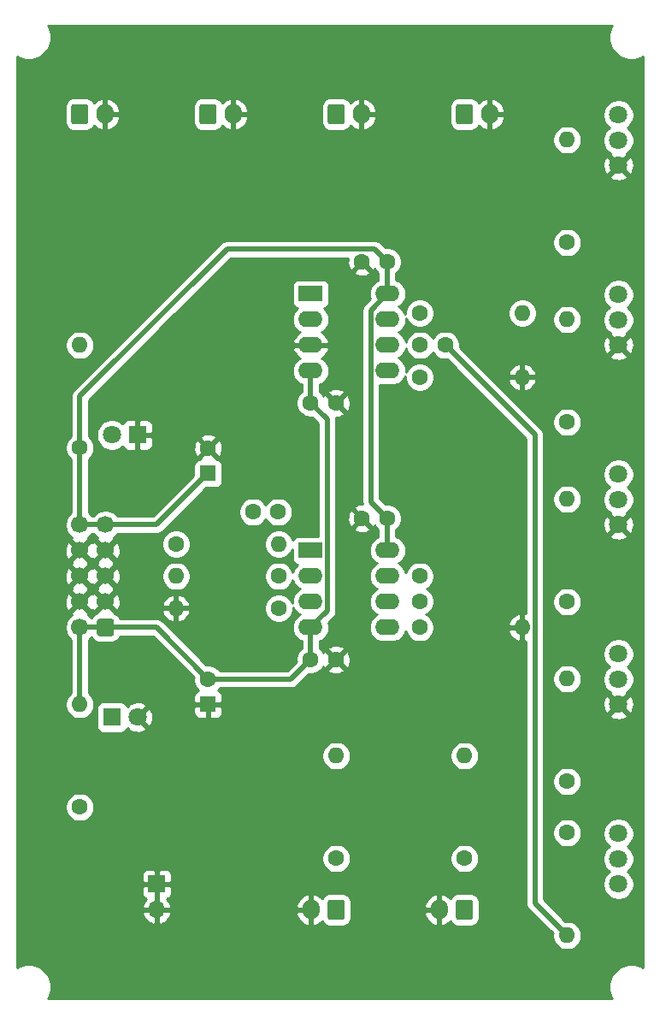
<source format=gbl>
G04 #@! TF.GenerationSoftware,KiCad,Pcbnew,(5.1.10)-1*
G04 #@! TF.CreationDate,2021-07-20T07:39:07+09:00*
G04 #@! TF.ProjectId,MIX04,4d495830-342e-46b6-9963-61645f706362,Ver. 1.0*
G04 #@! TF.SameCoordinates,Original*
G04 #@! TF.FileFunction,Copper,L2,Bot*
G04 #@! TF.FilePolarity,Positive*
%FSLAX46Y46*%
G04 Gerber Fmt 4.6, Leading zero omitted, Abs format (unit mm)*
G04 Created by KiCad (PCBNEW (5.1.10)-1) date 2021-07-20 07:39:07*
%MOMM*%
%LPD*%
G01*
G04 APERTURE LIST*
G04 #@! TA.AperFunction,ComponentPad*
%ADD10O,2.400000X1.600000*%
G04 #@! TD*
G04 #@! TA.AperFunction,ComponentPad*
%ADD11R,2.400000X1.600000*%
G04 #@! TD*
G04 #@! TA.AperFunction,ComponentPad*
%ADD12C,1.800000*%
G04 #@! TD*
G04 #@! TA.AperFunction,ComponentPad*
%ADD13O,1.600000X1.600000*%
G04 #@! TD*
G04 #@! TA.AperFunction,ComponentPad*
%ADD14C,1.600000*%
G04 #@! TD*
G04 #@! TA.AperFunction,ComponentPad*
%ADD15O,1.700000X1.700000*%
G04 #@! TD*
G04 #@! TA.AperFunction,ComponentPad*
%ADD16R,1.700000X1.700000*%
G04 #@! TD*
G04 #@! TA.AperFunction,ComponentPad*
%ADD17C,1.700000*%
G04 #@! TD*
G04 #@! TA.AperFunction,ComponentPad*
%ADD18O,1.700000X2.000000*%
G04 #@! TD*
G04 #@! TA.AperFunction,ComponentPad*
%ADD19R,1.800000X1.800000*%
G04 #@! TD*
G04 #@! TA.AperFunction,ComponentPad*
%ADD20R,1.600000X1.600000*%
G04 #@! TD*
G04 #@! TA.AperFunction,Conductor*
%ADD21C,0.500000*%
G04 #@! TD*
G04 #@! TA.AperFunction,Conductor*
%ADD22C,0.254000*%
G04 #@! TD*
G04 #@! TA.AperFunction,Conductor*
%ADD23C,0.100000*%
G04 #@! TD*
G04 APERTURE END LIST*
D10*
G04 #@! TO.P,U1,8*
G04 #@! TO.N,+12V*
X139700000Y-101600000D03*
G04 #@! TO.P,U1,4*
G04 #@! TO.N,-12V*
X132080000Y-109220000D03*
G04 #@! TO.P,U1,7*
G04 #@! TO.N,Net-(C3-Pad1)*
X139700000Y-104140000D03*
G04 #@! TO.P,U1,3*
G04 #@! TO.N,Net-(R7-Pad1)*
X132080000Y-106680000D03*
G04 #@! TO.P,U1,6*
G04 #@! TO.N,Net-(C3-Pad2)*
X139700000Y-106680000D03*
G04 #@! TO.P,U1,2*
G04 #@! TO.N,Net-(C1-Pad2)*
X132080000Y-104140000D03*
G04 #@! TO.P,U1,5*
G04 #@! TO.N,Net-(R11-Pad1)*
X139700000Y-109220000D03*
D11*
G04 #@! TO.P,U1,1*
G04 #@! TO.N,Net-(C1-Pad1)*
X132080000Y-101600000D03*
G04 #@! TD*
D10*
G04 #@! TO.P,U2,8*
G04 #@! TO.N,+12V*
X139700000Y-76200000D03*
G04 #@! TO.P,U2,4*
G04 #@! TO.N,-12V*
X132080000Y-83820000D03*
G04 #@! TO.P,U2,7*
G04 #@! TO.N,Net-(C2-Pad1)*
X139700000Y-78740000D03*
G04 #@! TO.P,U2,3*
G04 #@! TO.N,GND*
X132080000Y-81280000D03*
G04 #@! TO.P,U2,6*
G04 #@! TO.N,Net-(C2-Pad2)*
X139700000Y-81280000D03*
G04 #@! TO.P,U2,2*
G04 #@! TO.N,Net-(U2-Pad1)*
X132080000Y-78740000D03*
G04 #@! TO.P,U2,5*
G04 #@! TO.N,Net-(R8-Pad1)*
X139700000Y-83820000D03*
D11*
G04 #@! TO.P,U2,1*
G04 #@! TO.N,Net-(U2-Pad1)*
X132080000Y-76200000D03*
G04 #@! TD*
D12*
G04 #@! TO.P,RV5,1*
G04 #@! TO.N,GND*
X162560000Y-116840000D03*
G04 #@! TO.P,RV5,2*
G04 #@! TO.N,Net-(R14-Pad2)*
X162560000Y-114340000D03*
G04 #@! TO.P,RV5,3*
G04 #@! TO.N,Net-(J6-Pad1)*
X162560000Y-111840000D03*
G04 #@! TD*
G04 #@! TO.P,RV4,1*
G04 #@! TO.N,GND*
X162560000Y-99060000D03*
G04 #@! TO.P,RV4,2*
G04 #@! TO.N,Net-(R12-Pad2)*
X162560000Y-96560000D03*
G04 #@! TO.P,RV4,3*
G04 #@! TO.N,Net-(J5-Pad1)*
X162560000Y-94060000D03*
G04 #@! TD*
G04 #@! TO.P,RV3,1*
G04 #@! TO.N,GND*
X162560000Y-81280000D03*
G04 #@! TO.P,RV3,2*
G04 #@! TO.N,Net-(R10-Pad2)*
X162560000Y-78780000D03*
G04 #@! TO.P,RV3,3*
G04 #@! TO.N,Net-(J3-Pad1)*
X162560000Y-76280000D03*
G04 #@! TD*
G04 #@! TO.P,RV2,1*
G04 #@! TO.N,GND*
X162560000Y-63500000D03*
G04 #@! TO.P,RV2,2*
G04 #@! TO.N,Net-(R6-Pad2)*
X162560000Y-61000000D03*
G04 #@! TO.P,RV2,3*
G04 #@! TO.N,Net-(J1-Pad1)*
X162560000Y-58500000D03*
G04 #@! TD*
G04 #@! TO.P,RV1,1*
G04 #@! TO.N,Net-(C3-Pad1)*
X162560000Y-134620000D03*
G04 #@! TO.P,RV1,2*
G04 #@! TO.N,Net-(C3-Pad2)*
X162560000Y-132120000D03*
G04 #@! TO.P,RV1,3*
G04 #@! TO.N,Net-(R4-Pad1)*
X162560000Y-129620000D03*
G04 #@! TD*
D13*
G04 #@! TO.P,R15,2*
G04 #@! TO.N,-12V*
X109220000Y-116840000D03*
D14*
G04 #@! TO.P,R15,1*
G04 #@! TO.N,Net-(D2-Pad1)*
X109220000Y-127000000D03*
G04 #@! TD*
D13*
G04 #@! TO.P,R14,2*
G04 #@! TO.N,Net-(R14-Pad2)*
X157480000Y-114300000D03*
D14*
G04 #@! TO.P,R14,1*
G04 #@! TO.N,Net-(C2-Pad2)*
X157480000Y-124460000D03*
G04 #@! TD*
D13*
G04 #@! TO.P,R13,2*
G04 #@! TO.N,Net-(D1-Pad2)*
X109220000Y-81280000D03*
D14*
G04 #@! TO.P,R13,1*
G04 #@! TO.N,+12V*
X109220000Y-91440000D03*
G04 #@! TD*
D13*
G04 #@! TO.P,R12,2*
G04 #@! TO.N,Net-(R12-Pad2)*
X157480000Y-96520000D03*
D14*
G04 #@! TO.P,R12,1*
G04 #@! TO.N,Net-(C2-Pad2)*
X157480000Y-106680000D03*
G04 #@! TD*
D13*
G04 #@! TO.P,R11,2*
G04 #@! TO.N,GND*
X153035000Y-109220000D03*
D14*
G04 #@! TO.P,R11,1*
G04 #@! TO.N,Net-(R11-Pad1)*
X142875000Y-109220000D03*
G04 #@! TD*
D13*
G04 #@! TO.P,R10,2*
G04 #@! TO.N,Net-(R10-Pad2)*
X157480000Y-78740000D03*
D14*
G04 #@! TO.P,R10,1*
G04 #@! TO.N,Net-(C2-Pad2)*
X157480000Y-88900000D03*
G04 #@! TD*
D13*
G04 #@! TO.P,R9,2*
G04 #@! TO.N,Net-(C3-Pad1)*
X147320000Y-121920000D03*
D14*
G04 #@! TO.P,R9,1*
G04 #@! TO.N,Net-(J4-Pad1)*
X147320000Y-132080000D03*
G04 #@! TD*
D13*
G04 #@! TO.P,R8,2*
G04 #@! TO.N,GND*
X153035000Y-84455000D03*
D14*
G04 #@! TO.P,R8,1*
G04 #@! TO.N,Net-(R8-Pad1)*
X142875000Y-84455000D03*
G04 #@! TD*
D13*
G04 #@! TO.P,R7,2*
G04 #@! TO.N,GND*
X118745000Y-107315000D03*
D14*
G04 #@! TO.P,R7,1*
G04 #@! TO.N,Net-(R7-Pad1)*
X128905000Y-107315000D03*
G04 #@! TD*
D13*
G04 #@! TO.P,R6,2*
G04 #@! TO.N,Net-(R6-Pad2)*
X157480000Y-60960000D03*
D14*
G04 #@! TO.P,R6,1*
G04 #@! TO.N,Net-(C2-Pad2)*
X157480000Y-71120000D03*
G04 #@! TD*
D13*
G04 #@! TO.P,R5,2*
G04 #@! TO.N,Net-(C3-Pad1)*
X118745000Y-104140000D03*
D14*
G04 #@! TO.P,R5,1*
G04 #@! TO.N,Net-(C1-Pad2)*
X128905000Y-104140000D03*
G04 #@! TD*
D13*
G04 #@! TO.P,R4,2*
G04 #@! TO.N,Net-(C2-Pad1)*
X157480000Y-139700000D03*
D14*
G04 #@! TO.P,R4,1*
G04 #@! TO.N,Net-(R4-Pad1)*
X157480000Y-129540000D03*
G04 #@! TD*
D13*
G04 #@! TO.P,R3,2*
G04 #@! TO.N,Net-(C1-Pad1)*
X134620000Y-121920000D03*
D14*
G04 #@! TO.P,R3,1*
G04 #@! TO.N,Net-(J2-Pad1)*
X134620000Y-132080000D03*
G04 #@! TD*
D13*
G04 #@! TO.P,R2,2*
G04 #@! TO.N,Net-(C2-Pad2)*
X153035000Y-78105000D03*
D14*
G04 #@! TO.P,R2,1*
G04 #@! TO.N,Net-(C2-Pad1)*
X142875000Y-78105000D03*
G04 #@! TD*
D13*
G04 #@! TO.P,R1,2*
G04 #@! TO.N,Net-(C1-Pad2)*
X128905000Y-100965000D03*
D14*
G04 #@! TO.P,R1,1*
G04 #@! TO.N,Net-(C1-Pad1)*
X118745000Y-100965000D03*
G04 #@! TD*
D15*
G04 #@! TO.P,J8,2*
G04 #@! TO.N,GND*
X116840000Y-137160000D03*
D16*
G04 #@! TO.P,J8,1*
X116840000Y-134620000D03*
G04 #@! TD*
D17*
G04 #@! TO.P,J7,10*
G04 #@! TO.N,+12V*
X109220000Y-99060000D03*
G04 #@! TO.P,J7,8*
G04 #@! TO.N,GND*
X109220000Y-101600000D03*
G04 #@! TO.P,J7,6*
X109220000Y-104140000D03*
G04 #@! TO.P,J7,4*
X109220000Y-106680000D03*
G04 #@! TO.P,J7,2*
G04 #@! TO.N,-12V*
X109220000Y-109220000D03*
G04 #@! TO.P,J7,9*
G04 #@! TO.N,+12V*
X111760000Y-99060000D03*
G04 #@! TO.P,J7,7*
G04 #@! TO.N,GND*
X111760000Y-101600000D03*
G04 #@! TO.P,J7,5*
X111760000Y-104140000D03*
G04 #@! TO.P,J7,3*
X111760000Y-106680000D03*
G04 #@! TO.P,J7,1*
G04 #@! TO.N,-12V*
G04 #@! TA.AperFunction,ComponentPad*
G36*
G01*
X112610000Y-108620000D02*
X112610000Y-109820000D01*
G75*
G02*
X112360000Y-110070000I-250000J0D01*
G01*
X111160000Y-110070000D01*
G75*
G02*
X110910000Y-109820000I0J250000D01*
G01*
X110910000Y-108620000D01*
G75*
G02*
X111160000Y-108370000I250000J0D01*
G01*
X112360000Y-108370000D01*
G75*
G02*
X112610000Y-108620000I0J-250000D01*
G01*
G37*
G04 #@! TD.AperFunction*
G04 #@! TD*
D18*
G04 #@! TO.P,J6,2*
G04 #@! TO.N,GND*
X111720000Y-58420000D03*
G04 #@! TO.P,J6,1*
G04 #@! TO.N,Net-(J6-Pad1)*
G04 #@! TA.AperFunction,ComponentPad*
G36*
G01*
X108370000Y-59170000D02*
X108370000Y-57670000D01*
G75*
G02*
X108620000Y-57420000I250000J0D01*
G01*
X109820000Y-57420000D01*
G75*
G02*
X110070000Y-57670000I0J-250000D01*
G01*
X110070000Y-59170000D01*
G75*
G02*
X109820000Y-59420000I-250000J0D01*
G01*
X108620000Y-59420000D01*
G75*
G02*
X108370000Y-59170000I0J250000D01*
G01*
G37*
G04 #@! TD.AperFunction*
G04 #@! TD*
G04 #@! TO.P,J5,2*
G04 #@! TO.N,GND*
X124420000Y-58420000D03*
G04 #@! TO.P,J5,1*
G04 #@! TO.N,Net-(J5-Pad1)*
G04 #@! TA.AperFunction,ComponentPad*
G36*
G01*
X121070000Y-59170000D02*
X121070000Y-57670000D01*
G75*
G02*
X121320000Y-57420000I250000J0D01*
G01*
X122520000Y-57420000D01*
G75*
G02*
X122770000Y-57670000I0J-250000D01*
G01*
X122770000Y-59170000D01*
G75*
G02*
X122520000Y-59420000I-250000J0D01*
G01*
X121320000Y-59420000D01*
G75*
G02*
X121070000Y-59170000I0J250000D01*
G01*
G37*
G04 #@! TD.AperFunction*
G04 #@! TD*
G04 #@! TO.P,J4,2*
G04 #@! TO.N,GND*
X144820000Y-137160000D03*
G04 #@! TO.P,J4,1*
G04 #@! TO.N,Net-(J4-Pad1)*
G04 #@! TA.AperFunction,ComponentPad*
G36*
G01*
X148170000Y-136410000D02*
X148170000Y-137910000D01*
G75*
G02*
X147920000Y-138160000I-250000J0D01*
G01*
X146720000Y-138160000D01*
G75*
G02*
X146470000Y-137910000I0J250000D01*
G01*
X146470000Y-136410000D01*
G75*
G02*
X146720000Y-136160000I250000J0D01*
G01*
X147920000Y-136160000D01*
G75*
G02*
X148170000Y-136410000I0J-250000D01*
G01*
G37*
G04 #@! TD.AperFunction*
G04 #@! TD*
G04 #@! TO.P,J3,2*
G04 #@! TO.N,GND*
X137120000Y-58420000D03*
G04 #@! TO.P,J3,1*
G04 #@! TO.N,Net-(J3-Pad1)*
G04 #@! TA.AperFunction,ComponentPad*
G36*
G01*
X133770000Y-59170000D02*
X133770000Y-57670000D01*
G75*
G02*
X134020000Y-57420000I250000J0D01*
G01*
X135220000Y-57420000D01*
G75*
G02*
X135470000Y-57670000I0J-250000D01*
G01*
X135470000Y-59170000D01*
G75*
G02*
X135220000Y-59420000I-250000J0D01*
G01*
X134020000Y-59420000D01*
G75*
G02*
X133770000Y-59170000I0J250000D01*
G01*
G37*
G04 #@! TD.AperFunction*
G04 #@! TD*
G04 #@! TO.P,J2,2*
G04 #@! TO.N,GND*
X132120000Y-137160000D03*
G04 #@! TO.P,J2,1*
G04 #@! TO.N,Net-(J2-Pad1)*
G04 #@! TA.AperFunction,ComponentPad*
G36*
G01*
X135470000Y-136410000D02*
X135470000Y-137910000D01*
G75*
G02*
X135220000Y-138160000I-250000J0D01*
G01*
X134020000Y-138160000D01*
G75*
G02*
X133770000Y-137910000I0J250000D01*
G01*
X133770000Y-136410000D01*
G75*
G02*
X134020000Y-136160000I250000J0D01*
G01*
X135220000Y-136160000D01*
G75*
G02*
X135470000Y-136410000I0J-250000D01*
G01*
G37*
G04 #@! TD.AperFunction*
G04 #@! TD*
G04 #@! TO.P,J1,2*
G04 #@! TO.N,GND*
X149820000Y-58420000D03*
G04 #@! TO.P,J1,1*
G04 #@! TO.N,Net-(J1-Pad1)*
G04 #@! TA.AperFunction,ComponentPad*
G36*
G01*
X146470000Y-59170000D02*
X146470000Y-57670000D01*
G75*
G02*
X146720000Y-57420000I250000J0D01*
G01*
X147920000Y-57420000D01*
G75*
G02*
X148170000Y-57670000I0J-250000D01*
G01*
X148170000Y-59170000D01*
G75*
G02*
X147920000Y-59420000I-250000J0D01*
G01*
X146720000Y-59420000D01*
G75*
G02*
X146470000Y-59170000I0J250000D01*
G01*
G37*
G04 #@! TD.AperFunction*
G04 #@! TD*
D12*
G04 #@! TO.P,D2,2*
G04 #@! TO.N,GND*
X114935000Y-118110000D03*
D19*
G04 #@! TO.P,D2,1*
G04 #@! TO.N,Net-(D2-Pad1)*
X112395000Y-118110000D03*
G04 #@! TD*
D12*
G04 #@! TO.P,D1,2*
G04 #@! TO.N,Net-(D1-Pad2)*
X112395000Y-90170000D03*
D19*
G04 #@! TO.P,D1,1*
G04 #@! TO.N,GND*
X114935000Y-90170000D03*
G04 #@! TD*
D14*
G04 #@! TO.P,C9,2*
G04 #@! TO.N,GND*
X134580000Y-86995000D03*
G04 #@! TO.P,C9,1*
G04 #@! TO.N,-12V*
X132080000Y-86995000D03*
G04 #@! TD*
G04 #@! TO.P,C8,2*
G04 #@! TO.N,GND*
X134580000Y-112395000D03*
G04 #@! TO.P,C8,1*
G04 #@! TO.N,-12V*
X132080000Y-112395000D03*
G04 #@! TD*
G04 #@! TO.P,C7,2*
G04 #@! TO.N,-12V*
X121920000Y-114340000D03*
D20*
G04 #@! TO.P,C7,1*
G04 #@! TO.N,GND*
X121920000Y-116840000D03*
G04 #@! TD*
D14*
G04 #@! TO.P,C6,2*
G04 #@! TO.N,GND*
X121920000Y-91480000D03*
D20*
G04 #@! TO.P,C6,1*
G04 #@! TO.N,+12V*
X121920000Y-93980000D03*
G04 #@! TD*
D14*
G04 #@! TO.P,C5,2*
G04 #@! TO.N,+12V*
X139660000Y-73025000D03*
G04 #@! TO.P,C5,1*
G04 #@! TO.N,GND*
X137160000Y-73025000D03*
G04 #@! TD*
G04 #@! TO.P,C4,2*
G04 #@! TO.N,+12V*
X139660000Y-98425000D03*
G04 #@! TO.P,C4,1*
G04 #@! TO.N,GND*
X137160000Y-98425000D03*
G04 #@! TD*
G04 #@! TO.P,C3,2*
G04 #@! TO.N,Net-(C3-Pad2)*
X142875000Y-106640000D03*
G04 #@! TO.P,C3,1*
G04 #@! TO.N,Net-(C3-Pad1)*
X142875000Y-104140000D03*
G04 #@! TD*
G04 #@! TO.P,C2,2*
G04 #@! TO.N,Net-(C2-Pad2)*
X142915000Y-81280000D03*
G04 #@! TO.P,C2,1*
G04 #@! TO.N,Net-(C2-Pad1)*
X145415000Y-81280000D03*
G04 #@! TD*
G04 #@! TO.P,C1,2*
G04 #@! TO.N,Net-(C1-Pad2)*
X128865000Y-97790000D03*
G04 #@! TO.P,C1,1*
G04 #@! TO.N,Net-(C1-Pad1)*
X126365000Y-97790000D03*
G04 #@! TD*
D21*
G04 #@! TO.N,Net-(C2-Pad1)*
X154285001Y-136505001D02*
X154285001Y-90150001D01*
X154285001Y-90150001D02*
X145415000Y-81280000D01*
X157480000Y-139700000D02*
X154285001Y-136505001D01*
G04 #@! TO.N,+12V*
X109220000Y-99060000D02*
X111760000Y-99060000D01*
X109220000Y-91440000D02*
X109220000Y-99060000D01*
X111760000Y-99060000D02*
X116840000Y-99060000D01*
X116840000Y-99060000D02*
X121920000Y-93980000D01*
X139660000Y-101560000D02*
X139700000Y-101600000D01*
X139660000Y-98425000D02*
X139660000Y-101560000D01*
X139660000Y-76160000D02*
X139700000Y-76200000D01*
X139660000Y-73025000D02*
X139660000Y-76160000D01*
X138409999Y-71774999D02*
X123805001Y-71774999D01*
X139660000Y-73025000D02*
X138409999Y-71774999D01*
X109220000Y-86360000D02*
X109220000Y-91440000D01*
X123805001Y-71774999D02*
X109220000Y-86360000D01*
X138049990Y-96814990D02*
X139660000Y-98425000D01*
X138049990Y-77850010D02*
X138049990Y-96814990D01*
X139700000Y-76200000D02*
X138049990Y-77850010D01*
G04 #@! TO.N,-12V*
X109220000Y-116840000D02*
X109220000Y-109220000D01*
X109220000Y-109220000D02*
X111760000Y-109220000D01*
X116800000Y-109220000D02*
X121920000Y-114340000D01*
X111760000Y-109220000D02*
X116800000Y-109220000D01*
X130135000Y-114340000D02*
X132080000Y-112395000D01*
X121920000Y-114340000D02*
X130135000Y-114340000D01*
X132080000Y-112395000D02*
X132080000Y-109220000D01*
X132080000Y-83820000D02*
X132080000Y-86995000D01*
X133730001Y-88645001D02*
X132080000Y-86995000D01*
X133730001Y-107569999D02*
X133730001Y-88645001D01*
X132080000Y-109220000D02*
X133730001Y-107569999D01*
G04 #@! TD*
D22*
G04 #@! TO.N,GND*
X161849369Y-49741331D02*
X161680890Y-50148075D01*
X161595000Y-50579872D01*
X161595000Y-51020128D01*
X161680890Y-51451925D01*
X161849369Y-51858669D01*
X162093962Y-52224729D01*
X162405271Y-52536038D01*
X162771331Y-52780631D01*
X163178075Y-52949110D01*
X163609872Y-53035000D01*
X164050128Y-53035000D01*
X164481925Y-52949110D01*
X164888669Y-52780631D01*
X164973000Y-52724283D01*
X164973000Y-142855717D01*
X164888669Y-142799369D01*
X164481925Y-142630890D01*
X164050128Y-142545000D01*
X163609872Y-142545000D01*
X163178075Y-142630890D01*
X162771331Y-142799369D01*
X162405271Y-143043962D01*
X162093962Y-143355271D01*
X161849369Y-143721331D01*
X161680890Y-144128075D01*
X161595000Y-144559872D01*
X161595000Y-145000128D01*
X161680890Y-145431925D01*
X161849369Y-145838669D01*
X161905717Y-145923000D01*
X106064283Y-145923000D01*
X106120631Y-145838669D01*
X106289110Y-145431925D01*
X106375000Y-145000128D01*
X106375000Y-144559872D01*
X106289110Y-144128075D01*
X106120631Y-143721331D01*
X105876038Y-143355271D01*
X105564729Y-143043962D01*
X105198669Y-142799369D01*
X104791925Y-142630890D01*
X104360128Y-142545000D01*
X103919872Y-142545000D01*
X103488075Y-142630890D01*
X103081331Y-142799369D01*
X102997000Y-142855717D01*
X102997000Y-137516890D01*
X115398524Y-137516890D01*
X115443175Y-137664099D01*
X115568359Y-137926920D01*
X115742412Y-138160269D01*
X115958645Y-138355178D01*
X116208748Y-138504157D01*
X116483109Y-138601481D01*
X116713000Y-138480814D01*
X116713000Y-137287000D01*
X116967000Y-137287000D01*
X116967000Y-138480814D01*
X117196891Y-138601481D01*
X117471252Y-138504157D01*
X117721355Y-138355178D01*
X117937588Y-138160269D01*
X118111641Y-137926920D01*
X118236825Y-137664099D01*
X118280610Y-137519742D01*
X130648715Y-137519742D01*
X130717904Y-137802745D01*
X130840975Y-138066812D01*
X131013198Y-138301795D01*
X131227954Y-138498664D01*
X131476991Y-138649854D01*
X131750739Y-138749554D01*
X131763110Y-138751476D01*
X131993000Y-138630155D01*
X131993000Y-137287000D01*
X130792768Y-137287000D01*
X130648715Y-137519742D01*
X118280610Y-137519742D01*
X118281476Y-137516890D01*
X118160155Y-137287000D01*
X116967000Y-137287000D01*
X116713000Y-137287000D01*
X115519845Y-137287000D01*
X115398524Y-137516890D01*
X102997000Y-137516890D01*
X102997000Y-135470000D01*
X115351928Y-135470000D01*
X115364188Y-135594482D01*
X115400498Y-135714180D01*
X115459463Y-135824494D01*
X115538815Y-135921185D01*
X115635506Y-136000537D01*
X115745820Y-136059502D01*
X115826466Y-136083966D01*
X115742412Y-136159731D01*
X115568359Y-136393080D01*
X115443175Y-136655901D01*
X115398524Y-136803110D01*
X115519845Y-137033000D01*
X116713000Y-137033000D01*
X116713000Y-134747000D01*
X116967000Y-134747000D01*
X116967000Y-137033000D01*
X118160155Y-137033000D01*
X118281476Y-136803110D01*
X118280611Y-136800258D01*
X130648715Y-136800258D01*
X130792768Y-137033000D01*
X131993000Y-137033000D01*
X131993000Y-135689845D01*
X132247000Y-135689845D01*
X132247000Y-137033000D01*
X132267000Y-137033000D01*
X132267000Y-137287000D01*
X132247000Y-137287000D01*
X132247000Y-138630155D01*
X132476890Y-138751476D01*
X132489261Y-138749554D01*
X132763009Y-138649854D01*
X133012046Y-138498664D01*
X133226802Y-138301795D01*
X133227086Y-138301407D01*
X133281595Y-138403386D01*
X133392038Y-138537962D01*
X133526614Y-138648405D01*
X133680150Y-138730472D01*
X133846746Y-138781008D01*
X134020000Y-138798072D01*
X135220000Y-138798072D01*
X135393254Y-138781008D01*
X135559850Y-138730472D01*
X135713386Y-138648405D01*
X135847962Y-138537962D01*
X135958405Y-138403386D01*
X136040472Y-138249850D01*
X136091008Y-138083254D01*
X136108072Y-137910000D01*
X136108072Y-137519742D01*
X143348715Y-137519742D01*
X143417904Y-137802745D01*
X143540975Y-138066812D01*
X143713198Y-138301795D01*
X143927954Y-138498664D01*
X144176991Y-138649854D01*
X144450739Y-138749554D01*
X144463110Y-138751476D01*
X144693000Y-138630155D01*
X144693000Y-137287000D01*
X143492768Y-137287000D01*
X143348715Y-137519742D01*
X136108072Y-137519742D01*
X136108072Y-136800258D01*
X143348715Y-136800258D01*
X143492768Y-137033000D01*
X144693000Y-137033000D01*
X144693000Y-135689845D01*
X144947000Y-135689845D01*
X144947000Y-137033000D01*
X144967000Y-137033000D01*
X144967000Y-137287000D01*
X144947000Y-137287000D01*
X144947000Y-138630155D01*
X145176890Y-138751476D01*
X145189261Y-138749554D01*
X145463009Y-138649854D01*
X145712046Y-138498664D01*
X145926802Y-138301795D01*
X145927086Y-138301407D01*
X145981595Y-138403386D01*
X146092038Y-138537962D01*
X146226614Y-138648405D01*
X146380150Y-138730472D01*
X146546746Y-138781008D01*
X146720000Y-138798072D01*
X147920000Y-138798072D01*
X148093254Y-138781008D01*
X148259850Y-138730472D01*
X148413386Y-138648405D01*
X148547962Y-138537962D01*
X148658405Y-138403386D01*
X148740472Y-138249850D01*
X148791008Y-138083254D01*
X148808072Y-137910000D01*
X148808072Y-136410000D01*
X148791008Y-136236746D01*
X148740472Y-136070150D01*
X148658405Y-135916614D01*
X148547962Y-135782038D01*
X148413386Y-135671595D01*
X148259850Y-135589528D01*
X148093254Y-135538992D01*
X147920000Y-135521928D01*
X146720000Y-135521928D01*
X146546746Y-135538992D01*
X146380150Y-135589528D01*
X146226614Y-135671595D01*
X146092038Y-135782038D01*
X145981595Y-135916614D01*
X145927086Y-136018593D01*
X145926802Y-136018205D01*
X145712046Y-135821336D01*
X145463009Y-135670146D01*
X145189261Y-135570446D01*
X145176890Y-135568524D01*
X144947000Y-135689845D01*
X144693000Y-135689845D01*
X144463110Y-135568524D01*
X144450739Y-135570446D01*
X144176991Y-135670146D01*
X143927954Y-135821336D01*
X143713198Y-136018205D01*
X143540975Y-136253188D01*
X143417904Y-136517255D01*
X143348715Y-136800258D01*
X136108072Y-136800258D01*
X136108072Y-136410000D01*
X136091008Y-136236746D01*
X136040472Y-136070150D01*
X135958405Y-135916614D01*
X135847962Y-135782038D01*
X135713386Y-135671595D01*
X135559850Y-135589528D01*
X135393254Y-135538992D01*
X135220000Y-135521928D01*
X134020000Y-135521928D01*
X133846746Y-135538992D01*
X133680150Y-135589528D01*
X133526614Y-135671595D01*
X133392038Y-135782038D01*
X133281595Y-135916614D01*
X133227086Y-136018593D01*
X133226802Y-136018205D01*
X133012046Y-135821336D01*
X132763009Y-135670146D01*
X132489261Y-135570446D01*
X132476890Y-135568524D01*
X132247000Y-135689845D01*
X131993000Y-135689845D01*
X131763110Y-135568524D01*
X131750739Y-135570446D01*
X131476991Y-135670146D01*
X131227954Y-135821336D01*
X131013198Y-136018205D01*
X130840975Y-136253188D01*
X130717904Y-136517255D01*
X130648715Y-136800258D01*
X118280611Y-136800258D01*
X118236825Y-136655901D01*
X118111641Y-136393080D01*
X117937588Y-136159731D01*
X117853534Y-136083966D01*
X117934180Y-136059502D01*
X118044494Y-136000537D01*
X118141185Y-135921185D01*
X118220537Y-135824494D01*
X118279502Y-135714180D01*
X118315812Y-135594482D01*
X118328072Y-135470000D01*
X118325000Y-134905750D01*
X118166250Y-134747000D01*
X116967000Y-134747000D01*
X116713000Y-134747000D01*
X115513750Y-134747000D01*
X115355000Y-134905750D01*
X115351928Y-135470000D01*
X102997000Y-135470000D01*
X102997000Y-133770000D01*
X115351928Y-133770000D01*
X115355000Y-134334250D01*
X115513750Y-134493000D01*
X116713000Y-134493000D01*
X116713000Y-133293750D01*
X116967000Y-133293750D01*
X116967000Y-134493000D01*
X118166250Y-134493000D01*
X118325000Y-134334250D01*
X118328072Y-133770000D01*
X118315812Y-133645518D01*
X118279502Y-133525820D01*
X118220537Y-133415506D01*
X118141185Y-133318815D01*
X118044494Y-133239463D01*
X117934180Y-133180498D01*
X117814482Y-133144188D01*
X117690000Y-133131928D01*
X117125750Y-133135000D01*
X116967000Y-133293750D01*
X116713000Y-133293750D01*
X116554250Y-133135000D01*
X115990000Y-133131928D01*
X115865518Y-133144188D01*
X115745820Y-133180498D01*
X115635506Y-133239463D01*
X115538815Y-133318815D01*
X115459463Y-133415506D01*
X115400498Y-133525820D01*
X115364188Y-133645518D01*
X115351928Y-133770000D01*
X102997000Y-133770000D01*
X102997000Y-131938665D01*
X133185000Y-131938665D01*
X133185000Y-132221335D01*
X133240147Y-132498574D01*
X133348320Y-132759727D01*
X133505363Y-132994759D01*
X133705241Y-133194637D01*
X133940273Y-133351680D01*
X134201426Y-133459853D01*
X134478665Y-133515000D01*
X134761335Y-133515000D01*
X135038574Y-133459853D01*
X135299727Y-133351680D01*
X135534759Y-133194637D01*
X135734637Y-132994759D01*
X135891680Y-132759727D01*
X135999853Y-132498574D01*
X136055000Y-132221335D01*
X136055000Y-131938665D01*
X145885000Y-131938665D01*
X145885000Y-132221335D01*
X145940147Y-132498574D01*
X146048320Y-132759727D01*
X146205363Y-132994759D01*
X146405241Y-133194637D01*
X146640273Y-133351680D01*
X146901426Y-133459853D01*
X147178665Y-133515000D01*
X147461335Y-133515000D01*
X147738574Y-133459853D01*
X147999727Y-133351680D01*
X148234759Y-133194637D01*
X148434637Y-132994759D01*
X148591680Y-132759727D01*
X148699853Y-132498574D01*
X148755000Y-132221335D01*
X148755000Y-131938665D01*
X148699853Y-131661426D01*
X148591680Y-131400273D01*
X148434637Y-131165241D01*
X148234759Y-130965363D01*
X147999727Y-130808320D01*
X147738574Y-130700147D01*
X147461335Y-130645000D01*
X147178665Y-130645000D01*
X146901426Y-130700147D01*
X146640273Y-130808320D01*
X146405241Y-130965363D01*
X146205363Y-131165241D01*
X146048320Y-131400273D01*
X145940147Y-131661426D01*
X145885000Y-131938665D01*
X136055000Y-131938665D01*
X135999853Y-131661426D01*
X135891680Y-131400273D01*
X135734637Y-131165241D01*
X135534759Y-130965363D01*
X135299727Y-130808320D01*
X135038574Y-130700147D01*
X134761335Y-130645000D01*
X134478665Y-130645000D01*
X134201426Y-130700147D01*
X133940273Y-130808320D01*
X133705241Y-130965363D01*
X133505363Y-131165241D01*
X133348320Y-131400273D01*
X133240147Y-131661426D01*
X133185000Y-131938665D01*
X102997000Y-131938665D01*
X102997000Y-126858665D01*
X107785000Y-126858665D01*
X107785000Y-127141335D01*
X107840147Y-127418574D01*
X107948320Y-127679727D01*
X108105363Y-127914759D01*
X108305241Y-128114637D01*
X108540273Y-128271680D01*
X108801426Y-128379853D01*
X109078665Y-128435000D01*
X109361335Y-128435000D01*
X109638574Y-128379853D01*
X109899727Y-128271680D01*
X110134759Y-128114637D01*
X110334637Y-127914759D01*
X110491680Y-127679727D01*
X110599853Y-127418574D01*
X110655000Y-127141335D01*
X110655000Y-126858665D01*
X110599853Y-126581426D01*
X110491680Y-126320273D01*
X110334637Y-126085241D01*
X110134759Y-125885363D01*
X109899727Y-125728320D01*
X109638574Y-125620147D01*
X109361335Y-125565000D01*
X109078665Y-125565000D01*
X108801426Y-125620147D01*
X108540273Y-125728320D01*
X108305241Y-125885363D01*
X108105363Y-126085241D01*
X107948320Y-126320273D01*
X107840147Y-126581426D01*
X107785000Y-126858665D01*
X102997000Y-126858665D01*
X102997000Y-121778665D01*
X133185000Y-121778665D01*
X133185000Y-122061335D01*
X133240147Y-122338574D01*
X133348320Y-122599727D01*
X133505363Y-122834759D01*
X133705241Y-123034637D01*
X133940273Y-123191680D01*
X134201426Y-123299853D01*
X134478665Y-123355000D01*
X134761335Y-123355000D01*
X135038574Y-123299853D01*
X135299727Y-123191680D01*
X135534759Y-123034637D01*
X135734637Y-122834759D01*
X135891680Y-122599727D01*
X135999853Y-122338574D01*
X136055000Y-122061335D01*
X136055000Y-121778665D01*
X145885000Y-121778665D01*
X145885000Y-122061335D01*
X145940147Y-122338574D01*
X146048320Y-122599727D01*
X146205363Y-122834759D01*
X146405241Y-123034637D01*
X146640273Y-123191680D01*
X146901426Y-123299853D01*
X147178665Y-123355000D01*
X147461335Y-123355000D01*
X147738574Y-123299853D01*
X147999727Y-123191680D01*
X148234759Y-123034637D01*
X148434637Y-122834759D01*
X148591680Y-122599727D01*
X148699853Y-122338574D01*
X148755000Y-122061335D01*
X148755000Y-121778665D01*
X148699853Y-121501426D01*
X148591680Y-121240273D01*
X148434637Y-121005241D01*
X148234759Y-120805363D01*
X147999727Y-120648320D01*
X147738574Y-120540147D01*
X147461335Y-120485000D01*
X147178665Y-120485000D01*
X146901426Y-120540147D01*
X146640273Y-120648320D01*
X146405241Y-120805363D01*
X146205363Y-121005241D01*
X146048320Y-121240273D01*
X145940147Y-121501426D01*
X145885000Y-121778665D01*
X136055000Y-121778665D01*
X135999853Y-121501426D01*
X135891680Y-121240273D01*
X135734637Y-121005241D01*
X135534759Y-120805363D01*
X135299727Y-120648320D01*
X135038574Y-120540147D01*
X134761335Y-120485000D01*
X134478665Y-120485000D01*
X134201426Y-120540147D01*
X133940273Y-120648320D01*
X133705241Y-120805363D01*
X133505363Y-121005241D01*
X133348320Y-121240273D01*
X133240147Y-121501426D01*
X133185000Y-121778665D01*
X102997000Y-121778665D01*
X102997000Y-109073740D01*
X107735000Y-109073740D01*
X107735000Y-109366260D01*
X107792068Y-109653158D01*
X107904010Y-109923411D01*
X108066525Y-110166632D01*
X108273368Y-110373475D01*
X108335001Y-110414657D01*
X108335000Y-115705479D01*
X108305241Y-115725363D01*
X108105363Y-115925241D01*
X107948320Y-116160273D01*
X107840147Y-116421426D01*
X107785000Y-116698665D01*
X107785000Y-116981335D01*
X107840147Y-117258574D01*
X107948320Y-117519727D01*
X108105363Y-117754759D01*
X108305241Y-117954637D01*
X108540273Y-118111680D01*
X108801426Y-118219853D01*
X109078665Y-118275000D01*
X109361335Y-118275000D01*
X109638574Y-118219853D01*
X109899727Y-118111680D01*
X110134759Y-117954637D01*
X110334637Y-117754759D01*
X110491680Y-117519727D01*
X110599853Y-117258574D01*
X110609515Y-117210000D01*
X110856928Y-117210000D01*
X110856928Y-119010000D01*
X110869188Y-119134482D01*
X110905498Y-119254180D01*
X110964463Y-119364494D01*
X111043815Y-119461185D01*
X111140506Y-119540537D01*
X111250820Y-119599502D01*
X111370518Y-119635812D01*
X111495000Y-119648072D01*
X113295000Y-119648072D01*
X113419482Y-119635812D01*
X113539180Y-119599502D01*
X113649494Y-119540537D01*
X113746185Y-119461185D01*
X113825537Y-119364494D01*
X113884502Y-119254180D01*
X113887813Y-119243265D01*
X113934578Y-119290030D01*
X114050526Y-119174082D01*
X114134208Y-119428261D01*
X114406775Y-119559158D01*
X114699642Y-119634365D01*
X115001553Y-119650991D01*
X115300907Y-119608397D01*
X115586199Y-119508222D01*
X115735792Y-119428261D01*
X115819475Y-119174080D01*
X114935000Y-118289605D01*
X114920858Y-118303748D01*
X114741253Y-118124143D01*
X114755395Y-118110000D01*
X115114605Y-118110000D01*
X115999080Y-118994475D01*
X116253261Y-118910792D01*
X116384158Y-118638225D01*
X116459365Y-118345358D01*
X116475991Y-118043447D01*
X116433397Y-117744093D01*
X116396847Y-117640000D01*
X120481928Y-117640000D01*
X120494188Y-117764482D01*
X120530498Y-117884180D01*
X120589463Y-117994494D01*
X120668815Y-118091185D01*
X120765506Y-118170537D01*
X120875820Y-118229502D01*
X120995518Y-118265812D01*
X121120000Y-118278072D01*
X121634250Y-118275000D01*
X121793000Y-118116250D01*
X121793000Y-116967000D01*
X122047000Y-116967000D01*
X122047000Y-118116250D01*
X122205750Y-118275000D01*
X122720000Y-118278072D01*
X122844482Y-118265812D01*
X122964180Y-118229502D01*
X123074494Y-118170537D01*
X123171185Y-118091185D01*
X123250537Y-117994494D01*
X123309502Y-117884180D01*
X123345812Y-117764482D01*
X123358072Y-117640000D01*
X123355000Y-117125750D01*
X123196250Y-116967000D01*
X122047000Y-116967000D01*
X121793000Y-116967000D01*
X120643750Y-116967000D01*
X120485000Y-117125750D01*
X120481928Y-117640000D01*
X116396847Y-117640000D01*
X116333222Y-117458801D01*
X116253261Y-117309208D01*
X115999080Y-117225525D01*
X115114605Y-118110000D01*
X114755395Y-118110000D01*
X114741253Y-118095858D01*
X114920858Y-117916253D01*
X114935000Y-117930395D01*
X115819475Y-117045920D01*
X115735792Y-116791739D01*
X115463225Y-116660842D01*
X115170358Y-116585635D01*
X114868447Y-116569009D01*
X114569093Y-116611603D01*
X114283801Y-116711778D01*
X114134208Y-116791739D01*
X114050526Y-117045918D01*
X113934578Y-116929970D01*
X113887813Y-116976735D01*
X113884502Y-116965820D01*
X113825537Y-116855506D01*
X113746185Y-116758815D01*
X113649494Y-116679463D01*
X113539180Y-116620498D01*
X113419482Y-116584188D01*
X113295000Y-116571928D01*
X111495000Y-116571928D01*
X111370518Y-116584188D01*
X111250820Y-116620498D01*
X111140506Y-116679463D01*
X111043815Y-116758815D01*
X110964463Y-116855506D01*
X110905498Y-116965820D01*
X110869188Y-117085518D01*
X110856928Y-117210000D01*
X110609515Y-117210000D01*
X110655000Y-116981335D01*
X110655000Y-116698665D01*
X110599853Y-116421426D01*
X110491680Y-116160273D01*
X110334637Y-115925241D01*
X110134759Y-115725363D01*
X110105000Y-115705479D01*
X110105000Y-110414656D01*
X110166632Y-110373475D01*
X110353715Y-110186392D01*
X110421595Y-110313386D01*
X110532038Y-110447962D01*
X110666614Y-110558405D01*
X110820150Y-110640472D01*
X110986746Y-110691008D01*
X111160000Y-110708072D01*
X112360000Y-110708072D01*
X112533254Y-110691008D01*
X112699850Y-110640472D01*
X112853386Y-110558405D01*
X112987962Y-110447962D01*
X113098405Y-110313386D01*
X113180472Y-110159850D01*
X113197110Y-110105000D01*
X116433422Y-110105000D01*
X120491983Y-114163561D01*
X120485000Y-114198665D01*
X120485000Y-114481335D01*
X120540147Y-114758574D01*
X120648320Y-115019727D01*
X120805363Y-115254759D01*
X120971943Y-115421339D01*
X120875820Y-115450498D01*
X120765506Y-115509463D01*
X120668815Y-115588815D01*
X120589463Y-115685506D01*
X120530498Y-115795820D01*
X120494188Y-115915518D01*
X120481928Y-116040000D01*
X120485000Y-116554250D01*
X120643750Y-116713000D01*
X121793000Y-116713000D01*
X121793000Y-116693000D01*
X122047000Y-116693000D01*
X122047000Y-116713000D01*
X123196250Y-116713000D01*
X123355000Y-116554250D01*
X123358072Y-116040000D01*
X123345812Y-115915518D01*
X123309502Y-115795820D01*
X123250537Y-115685506D01*
X123171185Y-115588815D01*
X123074494Y-115509463D01*
X122964180Y-115450498D01*
X122868057Y-115421339D01*
X123034637Y-115254759D01*
X123054521Y-115225000D01*
X130091531Y-115225000D01*
X130135000Y-115229281D01*
X130178469Y-115225000D01*
X130178477Y-115225000D01*
X130308490Y-115212195D01*
X130475313Y-115161589D01*
X130629059Y-115079411D01*
X130763817Y-114968817D01*
X130791534Y-114935044D01*
X131903561Y-113823017D01*
X131938665Y-113830000D01*
X132221335Y-113830000D01*
X132498574Y-113774853D01*
X132759727Y-113666680D01*
X132994759Y-113509637D01*
X133116694Y-113387702D01*
X133766903Y-113387702D01*
X133838486Y-113631671D01*
X134093996Y-113752571D01*
X134368184Y-113821300D01*
X134650512Y-113835217D01*
X134930130Y-113793787D01*
X135196292Y-113698603D01*
X135321514Y-113631671D01*
X135393097Y-113387702D01*
X134580000Y-112574605D01*
X133766903Y-113387702D01*
X133116694Y-113387702D01*
X133194637Y-113309759D01*
X133328692Y-113109131D01*
X133343329Y-113136514D01*
X133587298Y-113208097D01*
X134400395Y-112395000D01*
X134759605Y-112395000D01*
X135572702Y-113208097D01*
X135816671Y-113136514D01*
X135937571Y-112881004D01*
X136006300Y-112606816D01*
X136020217Y-112324488D01*
X135978787Y-112044870D01*
X135883603Y-111778708D01*
X135816671Y-111653486D01*
X135572702Y-111581903D01*
X134759605Y-112395000D01*
X134400395Y-112395000D01*
X133587298Y-111581903D01*
X133343329Y-111653486D01*
X133329676Y-111682341D01*
X133194637Y-111480241D01*
X133116694Y-111402298D01*
X133766903Y-111402298D01*
X134580000Y-112215395D01*
X135393097Y-111402298D01*
X135321514Y-111158329D01*
X135066004Y-111037429D01*
X134791816Y-110968700D01*
X134509488Y-110954783D01*
X134229870Y-110996213D01*
X133963708Y-111091397D01*
X133838486Y-111158329D01*
X133766903Y-111402298D01*
X133116694Y-111402298D01*
X132994759Y-111280363D01*
X132965000Y-111260479D01*
X132965000Y-110572448D01*
X133031808Y-110552182D01*
X133281101Y-110418932D01*
X133499608Y-110239608D01*
X133678932Y-110021101D01*
X133812182Y-109771808D01*
X133894236Y-109501309D01*
X133921943Y-109220000D01*
X133894236Y-108938691D01*
X133828754Y-108722824D01*
X134325051Y-108226528D01*
X134358818Y-108198816D01*
X134469412Y-108064058D01*
X134551590Y-107910312D01*
X134602196Y-107743489D01*
X134615001Y-107613476D01*
X134615001Y-107613468D01*
X134619282Y-107569999D01*
X134615001Y-107526530D01*
X134615001Y-99417702D01*
X136346903Y-99417702D01*
X136418486Y-99661671D01*
X136673996Y-99782571D01*
X136948184Y-99851300D01*
X137230512Y-99865217D01*
X137510130Y-99823787D01*
X137776292Y-99728603D01*
X137901514Y-99661671D01*
X137973097Y-99417702D01*
X137160000Y-98604605D01*
X136346903Y-99417702D01*
X134615001Y-99417702D01*
X134615001Y-98495512D01*
X135719783Y-98495512D01*
X135761213Y-98775130D01*
X135856397Y-99041292D01*
X135923329Y-99166514D01*
X136167298Y-99238097D01*
X136980395Y-98425000D01*
X136167298Y-97611903D01*
X135923329Y-97683486D01*
X135802429Y-97938996D01*
X135733700Y-98213184D01*
X135719783Y-98495512D01*
X134615001Y-98495512D01*
X134615001Y-88688470D01*
X134619282Y-88645001D01*
X134615001Y-88601532D01*
X134615001Y-88601524D01*
X134602196Y-88471511D01*
X134590286Y-88432248D01*
X134650512Y-88435217D01*
X134930130Y-88393787D01*
X135196292Y-88298603D01*
X135321514Y-88231671D01*
X135393097Y-87987702D01*
X134580000Y-87174605D01*
X134565858Y-87188748D01*
X134386253Y-87009143D01*
X134400395Y-86995000D01*
X134759605Y-86995000D01*
X135572702Y-87808097D01*
X135816671Y-87736514D01*
X135937571Y-87481004D01*
X136006300Y-87206816D01*
X136020217Y-86924488D01*
X135978787Y-86644870D01*
X135883603Y-86378708D01*
X135816671Y-86253486D01*
X135572702Y-86181903D01*
X134759605Y-86995000D01*
X134400395Y-86995000D01*
X133587298Y-86181903D01*
X133343329Y-86253486D01*
X133329676Y-86282341D01*
X133194637Y-86080241D01*
X133116694Y-86002298D01*
X133766903Y-86002298D01*
X134580000Y-86815395D01*
X135393097Y-86002298D01*
X135321514Y-85758329D01*
X135066004Y-85637429D01*
X134791816Y-85568700D01*
X134509488Y-85554783D01*
X134229870Y-85596213D01*
X133963708Y-85691397D01*
X133838486Y-85758329D01*
X133766903Y-86002298D01*
X133116694Y-86002298D01*
X132994759Y-85880363D01*
X132965000Y-85860479D01*
X132965000Y-85172448D01*
X133031808Y-85152182D01*
X133281101Y-85018932D01*
X133499608Y-84839608D01*
X133678932Y-84621101D01*
X133812182Y-84371808D01*
X133894236Y-84101309D01*
X133921943Y-83820000D01*
X133894236Y-83538691D01*
X133812182Y-83268192D01*
X133678932Y-83018899D01*
X133499608Y-82800392D01*
X133281101Y-82621068D01*
X133153259Y-82552735D01*
X133382839Y-82402601D01*
X133584500Y-82204895D01*
X133743715Y-81971646D01*
X133854367Y-81711818D01*
X133871904Y-81629039D01*
X133749915Y-81407000D01*
X132207000Y-81407000D01*
X132207000Y-81427000D01*
X131953000Y-81427000D01*
X131953000Y-81407000D01*
X130410085Y-81407000D01*
X130288096Y-81629039D01*
X130305633Y-81711818D01*
X130416285Y-81971646D01*
X130575500Y-82204895D01*
X130777161Y-82402601D01*
X131006741Y-82552735D01*
X130878899Y-82621068D01*
X130660392Y-82800392D01*
X130481068Y-83018899D01*
X130347818Y-83268192D01*
X130265764Y-83538691D01*
X130238057Y-83820000D01*
X130265764Y-84101309D01*
X130347818Y-84371808D01*
X130481068Y-84621101D01*
X130660392Y-84839608D01*
X130878899Y-85018932D01*
X131128192Y-85152182D01*
X131195000Y-85172448D01*
X131195001Y-85860478D01*
X131165241Y-85880363D01*
X130965363Y-86080241D01*
X130808320Y-86315273D01*
X130700147Y-86576426D01*
X130645000Y-86853665D01*
X130645000Y-87136335D01*
X130700147Y-87413574D01*
X130808320Y-87674727D01*
X130965363Y-87909759D01*
X131165241Y-88109637D01*
X131400273Y-88266680D01*
X131661426Y-88374853D01*
X131938665Y-88430000D01*
X132221335Y-88430000D01*
X132256439Y-88423017D01*
X132845002Y-89011581D01*
X132845001Y-100161928D01*
X130880000Y-100161928D01*
X130755518Y-100174188D01*
X130635820Y-100210498D01*
X130525506Y-100269463D01*
X130428815Y-100348815D01*
X130349463Y-100445506D01*
X130290498Y-100555820D01*
X130288217Y-100563339D01*
X130284853Y-100546426D01*
X130176680Y-100285273D01*
X130019637Y-100050241D01*
X129819759Y-99850363D01*
X129584727Y-99693320D01*
X129323574Y-99585147D01*
X129046335Y-99530000D01*
X128763665Y-99530000D01*
X128486426Y-99585147D01*
X128225273Y-99693320D01*
X127990241Y-99850363D01*
X127790363Y-100050241D01*
X127633320Y-100285273D01*
X127525147Y-100546426D01*
X127470000Y-100823665D01*
X127470000Y-101106335D01*
X127525147Y-101383574D01*
X127633320Y-101644727D01*
X127790363Y-101879759D01*
X127990241Y-102079637D01*
X128225273Y-102236680D01*
X128486426Y-102344853D01*
X128763665Y-102400000D01*
X129046335Y-102400000D01*
X129323574Y-102344853D01*
X129584727Y-102236680D01*
X129819759Y-102079637D01*
X130019637Y-101879759D01*
X130176680Y-101644727D01*
X130241928Y-101487204D01*
X130241928Y-102400000D01*
X130254188Y-102524482D01*
X130290498Y-102644180D01*
X130349463Y-102754494D01*
X130428815Y-102851185D01*
X130525506Y-102930537D01*
X130635820Y-102989502D01*
X130755518Y-103025812D01*
X130773482Y-103027581D01*
X130660392Y-103120392D01*
X130481068Y-103338899D01*
X130347818Y-103588192D01*
X130293783Y-103766322D01*
X130284853Y-103721426D01*
X130176680Y-103460273D01*
X130019637Y-103225241D01*
X129819759Y-103025363D01*
X129584727Y-102868320D01*
X129323574Y-102760147D01*
X129046335Y-102705000D01*
X128763665Y-102705000D01*
X128486426Y-102760147D01*
X128225273Y-102868320D01*
X127990241Y-103025363D01*
X127790363Y-103225241D01*
X127633320Y-103460273D01*
X127525147Y-103721426D01*
X127470000Y-103998665D01*
X127470000Y-104281335D01*
X127525147Y-104558574D01*
X127633320Y-104819727D01*
X127790363Y-105054759D01*
X127990241Y-105254637D01*
X128225273Y-105411680D01*
X128486426Y-105519853D01*
X128763665Y-105575000D01*
X129046335Y-105575000D01*
X129323574Y-105519853D01*
X129584727Y-105411680D01*
X129819759Y-105254637D01*
X130019637Y-105054759D01*
X130176680Y-104819727D01*
X130284853Y-104558574D01*
X130293783Y-104513678D01*
X130347818Y-104691808D01*
X130481068Y-104941101D01*
X130660392Y-105159608D01*
X130878899Y-105338932D01*
X131011858Y-105410000D01*
X130878899Y-105481068D01*
X130660392Y-105660392D01*
X130481068Y-105878899D01*
X130347818Y-106128192D01*
X130265764Y-106398691D01*
X130238057Y-106680000D01*
X130251425Y-106815723D01*
X130176680Y-106635273D01*
X130019637Y-106400241D01*
X129819759Y-106200363D01*
X129584727Y-106043320D01*
X129323574Y-105935147D01*
X129046335Y-105880000D01*
X128763665Y-105880000D01*
X128486426Y-105935147D01*
X128225273Y-106043320D01*
X127990241Y-106200363D01*
X127790363Y-106400241D01*
X127633320Y-106635273D01*
X127525147Y-106896426D01*
X127470000Y-107173665D01*
X127470000Y-107456335D01*
X127525147Y-107733574D01*
X127633320Y-107994727D01*
X127790363Y-108229759D01*
X127990241Y-108429637D01*
X128225273Y-108586680D01*
X128486426Y-108694853D01*
X128763665Y-108750000D01*
X129046335Y-108750000D01*
X129323574Y-108694853D01*
X129584727Y-108586680D01*
X129819759Y-108429637D01*
X130019637Y-108229759D01*
X130176680Y-107994727D01*
X130284853Y-107733574D01*
X130340000Y-107456335D01*
X130340000Y-107206035D01*
X130347818Y-107231808D01*
X130481068Y-107481101D01*
X130660392Y-107699608D01*
X130878899Y-107878932D01*
X131011858Y-107950000D01*
X130878899Y-108021068D01*
X130660392Y-108200392D01*
X130481068Y-108418899D01*
X130347818Y-108668192D01*
X130265764Y-108938691D01*
X130238057Y-109220000D01*
X130265764Y-109501309D01*
X130347818Y-109771808D01*
X130481068Y-110021101D01*
X130660392Y-110239608D01*
X130878899Y-110418932D01*
X131128192Y-110552182D01*
X131195001Y-110572448D01*
X131195000Y-111260478D01*
X131165241Y-111280363D01*
X130965363Y-111480241D01*
X130808320Y-111715273D01*
X130700147Y-111976426D01*
X130645000Y-112253665D01*
X130645000Y-112536335D01*
X130651983Y-112571439D01*
X129768422Y-113455000D01*
X123054521Y-113455000D01*
X123034637Y-113425241D01*
X122834759Y-113225363D01*
X122599727Y-113068320D01*
X122338574Y-112960147D01*
X122061335Y-112905000D01*
X121778665Y-112905000D01*
X121743561Y-112911983D01*
X117456532Y-108624954D01*
X117428817Y-108591183D01*
X117294059Y-108480589D01*
X117140313Y-108398411D01*
X116973490Y-108347805D01*
X116843477Y-108335000D01*
X116843469Y-108335000D01*
X116800000Y-108330719D01*
X116756531Y-108335000D01*
X113197110Y-108335000D01*
X113180472Y-108280150D01*
X113098405Y-108126614D01*
X112987962Y-107992038D01*
X112853386Y-107881595D01*
X112699850Y-107799528D01*
X112590707Y-107766420D01*
X112608792Y-107708397D01*
X112564434Y-107664039D01*
X117353096Y-107664039D01*
X117393754Y-107798087D01*
X117513963Y-108052420D01*
X117681481Y-108278414D01*
X117889869Y-108467385D01*
X118131119Y-108612070D01*
X118395960Y-108706909D01*
X118618000Y-108585624D01*
X118618000Y-107442000D01*
X118872000Y-107442000D01*
X118872000Y-108585624D01*
X119094040Y-108706909D01*
X119358881Y-108612070D01*
X119600131Y-108467385D01*
X119808519Y-108278414D01*
X119976037Y-108052420D01*
X120096246Y-107798087D01*
X120136904Y-107664039D01*
X120014915Y-107442000D01*
X118872000Y-107442000D01*
X118618000Y-107442000D01*
X117475085Y-107442000D01*
X117353096Y-107664039D01*
X112564434Y-107664039D01*
X111760000Y-106859605D01*
X110911208Y-107708397D01*
X110929293Y-107766420D01*
X110820150Y-107799528D01*
X110666614Y-107881595D01*
X110532038Y-107992038D01*
X110421595Y-108126614D01*
X110353715Y-108253608D01*
X110166632Y-108066525D01*
X109993271Y-107950689D01*
X110068792Y-107708397D01*
X109220000Y-106859605D01*
X108371208Y-107708397D01*
X108446729Y-107950689D01*
X108273368Y-108066525D01*
X108066525Y-108273368D01*
X107904010Y-108516589D01*
X107792068Y-108786842D01*
X107735000Y-109073740D01*
X102997000Y-109073740D01*
X102997000Y-106748531D01*
X107729389Y-106748531D01*
X107771401Y-107038019D01*
X107869081Y-107313747D01*
X107942528Y-107451157D01*
X108191603Y-107528792D01*
X109040395Y-106680000D01*
X109399605Y-106680000D01*
X110248397Y-107528792D01*
X110490000Y-107453486D01*
X110731603Y-107528792D01*
X111580395Y-106680000D01*
X111939605Y-106680000D01*
X112788397Y-107528792D01*
X113037472Y-107451157D01*
X113163371Y-107187117D01*
X113219507Y-106965961D01*
X117353096Y-106965961D01*
X117475085Y-107188000D01*
X118618000Y-107188000D01*
X118618000Y-106044376D01*
X118872000Y-106044376D01*
X118872000Y-107188000D01*
X120014915Y-107188000D01*
X120136904Y-106965961D01*
X120096246Y-106831913D01*
X119976037Y-106577580D01*
X119808519Y-106351586D01*
X119600131Y-106162615D01*
X119358881Y-106017930D01*
X119094040Y-105923091D01*
X118872000Y-106044376D01*
X118618000Y-106044376D01*
X118395960Y-105923091D01*
X118131119Y-106017930D01*
X117889869Y-106162615D01*
X117681481Y-106351586D01*
X117513963Y-106577580D01*
X117393754Y-106831913D01*
X117353096Y-106965961D01*
X113219507Y-106965961D01*
X113235339Y-106903589D01*
X113250611Y-106611469D01*
X113208599Y-106321981D01*
X113110919Y-106046253D01*
X113037472Y-105908843D01*
X112788397Y-105831208D01*
X111939605Y-106680000D01*
X111580395Y-106680000D01*
X110731603Y-105831208D01*
X110490000Y-105906514D01*
X110248397Y-105831208D01*
X109399605Y-106680000D01*
X109040395Y-106680000D01*
X108191603Y-105831208D01*
X107942528Y-105908843D01*
X107816629Y-106172883D01*
X107744661Y-106456411D01*
X107729389Y-106748531D01*
X102997000Y-106748531D01*
X102997000Y-105168397D01*
X108371208Y-105168397D01*
X108446514Y-105410000D01*
X108371208Y-105651603D01*
X109220000Y-106500395D01*
X110068792Y-105651603D01*
X109993486Y-105410000D01*
X110068792Y-105168397D01*
X110911208Y-105168397D01*
X110986514Y-105410000D01*
X110911208Y-105651603D01*
X111760000Y-106500395D01*
X112608792Y-105651603D01*
X112533486Y-105410000D01*
X112608792Y-105168397D01*
X111760000Y-104319605D01*
X110911208Y-105168397D01*
X110068792Y-105168397D01*
X109220000Y-104319605D01*
X108371208Y-105168397D01*
X102997000Y-105168397D01*
X102997000Y-104208531D01*
X107729389Y-104208531D01*
X107771401Y-104498019D01*
X107869081Y-104773747D01*
X107942528Y-104911157D01*
X108191603Y-104988792D01*
X109040395Y-104140000D01*
X109399605Y-104140000D01*
X110248397Y-104988792D01*
X110490000Y-104913486D01*
X110731603Y-104988792D01*
X111580395Y-104140000D01*
X111939605Y-104140000D01*
X112788397Y-104988792D01*
X113037472Y-104911157D01*
X113163371Y-104647117D01*
X113235339Y-104363589D01*
X113250611Y-104071469D01*
X113240046Y-103998665D01*
X117310000Y-103998665D01*
X117310000Y-104281335D01*
X117365147Y-104558574D01*
X117473320Y-104819727D01*
X117630363Y-105054759D01*
X117830241Y-105254637D01*
X118065273Y-105411680D01*
X118326426Y-105519853D01*
X118603665Y-105575000D01*
X118886335Y-105575000D01*
X119163574Y-105519853D01*
X119424727Y-105411680D01*
X119659759Y-105254637D01*
X119859637Y-105054759D01*
X120016680Y-104819727D01*
X120124853Y-104558574D01*
X120180000Y-104281335D01*
X120180000Y-103998665D01*
X120124853Y-103721426D01*
X120016680Y-103460273D01*
X119859637Y-103225241D01*
X119659759Y-103025363D01*
X119424727Y-102868320D01*
X119163574Y-102760147D01*
X118886335Y-102705000D01*
X118603665Y-102705000D01*
X118326426Y-102760147D01*
X118065273Y-102868320D01*
X117830241Y-103025363D01*
X117630363Y-103225241D01*
X117473320Y-103460273D01*
X117365147Y-103721426D01*
X117310000Y-103998665D01*
X113240046Y-103998665D01*
X113208599Y-103781981D01*
X113110919Y-103506253D01*
X113037472Y-103368843D01*
X112788397Y-103291208D01*
X111939605Y-104140000D01*
X111580395Y-104140000D01*
X110731603Y-103291208D01*
X110490000Y-103366514D01*
X110248397Y-103291208D01*
X109399605Y-104140000D01*
X109040395Y-104140000D01*
X108191603Y-103291208D01*
X107942528Y-103368843D01*
X107816629Y-103632883D01*
X107744661Y-103916411D01*
X107729389Y-104208531D01*
X102997000Y-104208531D01*
X102997000Y-102628397D01*
X108371208Y-102628397D01*
X108446514Y-102870000D01*
X108371208Y-103111603D01*
X109220000Y-103960395D01*
X110068792Y-103111603D01*
X109993486Y-102870000D01*
X110068792Y-102628397D01*
X110911208Y-102628397D01*
X110986514Y-102870000D01*
X110911208Y-103111603D01*
X111760000Y-103960395D01*
X112608792Y-103111603D01*
X112533486Y-102870000D01*
X112608792Y-102628397D01*
X111760000Y-101779605D01*
X110911208Y-102628397D01*
X110068792Y-102628397D01*
X109220000Y-101779605D01*
X108371208Y-102628397D01*
X102997000Y-102628397D01*
X102997000Y-101668531D01*
X107729389Y-101668531D01*
X107771401Y-101958019D01*
X107869081Y-102233747D01*
X107942528Y-102371157D01*
X108191603Y-102448792D01*
X109040395Y-101600000D01*
X109399605Y-101600000D01*
X110248397Y-102448792D01*
X110490000Y-102373486D01*
X110731603Y-102448792D01*
X111580395Y-101600000D01*
X111939605Y-101600000D01*
X112788397Y-102448792D01*
X113037472Y-102371157D01*
X113163371Y-102107117D01*
X113235339Y-101823589D01*
X113250611Y-101531469D01*
X113208599Y-101241981D01*
X113110919Y-100966253D01*
X113037472Y-100828843D01*
X113020860Y-100823665D01*
X117310000Y-100823665D01*
X117310000Y-101106335D01*
X117365147Y-101383574D01*
X117473320Y-101644727D01*
X117630363Y-101879759D01*
X117830241Y-102079637D01*
X118065273Y-102236680D01*
X118326426Y-102344853D01*
X118603665Y-102400000D01*
X118886335Y-102400000D01*
X119163574Y-102344853D01*
X119424727Y-102236680D01*
X119659759Y-102079637D01*
X119859637Y-101879759D01*
X120016680Y-101644727D01*
X120124853Y-101383574D01*
X120180000Y-101106335D01*
X120180000Y-100823665D01*
X120124853Y-100546426D01*
X120016680Y-100285273D01*
X119859637Y-100050241D01*
X119659759Y-99850363D01*
X119424727Y-99693320D01*
X119163574Y-99585147D01*
X118886335Y-99530000D01*
X118603665Y-99530000D01*
X118326426Y-99585147D01*
X118065273Y-99693320D01*
X117830241Y-99850363D01*
X117630363Y-100050241D01*
X117473320Y-100285273D01*
X117365147Y-100546426D01*
X117310000Y-100823665D01*
X113020860Y-100823665D01*
X112788397Y-100751208D01*
X111939605Y-101600000D01*
X111580395Y-101600000D01*
X110731603Y-100751208D01*
X110490000Y-100826514D01*
X110248397Y-100751208D01*
X109399605Y-101600000D01*
X109040395Y-101600000D01*
X108191603Y-100751208D01*
X107942528Y-100828843D01*
X107816629Y-101092883D01*
X107744661Y-101376411D01*
X107729389Y-101668531D01*
X102997000Y-101668531D01*
X102997000Y-98913740D01*
X107735000Y-98913740D01*
X107735000Y-99206260D01*
X107792068Y-99493158D01*
X107904010Y-99763411D01*
X108066525Y-100006632D01*
X108273368Y-100213475D01*
X108446729Y-100329311D01*
X108371208Y-100571603D01*
X109220000Y-101420395D01*
X110068792Y-100571603D01*
X109993271Y-100329311D01*
X110166632Y-100213475D01*
X110373475Y-100006632D01*
X110414656Y-99945000D01*
X110565344Y-99945000D01*
X110606525Y-100006632D01*
X110813368Y-100213475D01*
X110986729Y-100329311D01*
X110911208Y-100571603D01*
X111760000Y-101420395D01*
X112608792Y-100571603D01*
X112533271Y-100329311D01*
X112706632Y-100213475D01*
X112913475Y-100006632D01*
X112954656Y-99945000D01*
X116796531Y-99945000D01*
X116840000Y-99949281D01*
X116883469Y-99945000D01*
X116883477Y-99945000D01*
X117013490Y-99932195D01*
X117180313Y-99881589D01*
X117334059Y-99799411D01*
X117468817Y-99688817D01*
X117496534Y-99655044D01*
X119502913Y-97648665D01*
X124930000Y-97648665D01*
X124930000Y-97931335D01*
X124985147Y-98208574D01*
X125093320Y-98469727D01*
X125250363Y-98704759D01*
X125450241Y-98904637D01*
X125685273Y-99061680D01*
X125946426Y-99169853D01*
X126223665Y-99225000D01*
X126506335Y-99225000D01*
X126783574Y-99169853D01*
X127044727Y-99061680D01*
X127279759Y-98904637D01*
X127479637Y-98704759D01*
X127615000Y-98502173D01*
X127750363Y-98704759D01*
X127950241Y-98904637D01*
X128185273Y-99061680D01*
X128446426Y-99169853D01*
X128723665Y-99225000D01*
X129006335Y-99225000D01*
X129283574Y-99169853D01*
X129544727Y-99061680D01*
X129779759Y-98904637D01*
X129979637Y-98704759D01*
X130136680Y-98469727D01*
X130244853Y-98208574D01*
X130300000Y-97931335D01*
X130300000Y-97648665D01*
X130244853Y-97371426D01*
X130136680Y-97110273D01*
X129979637Y-96875241D01*
X129779759Y-96675363D01*
X129544727Y-96518320D01*
X129283574Y-96410147D01*
X129006335Y-96355000D01*
X128723665Y-96355000D01*
X128446426Y-96410147D01*
X128185273Y-96518320D01*
X127950241Y-96675363D01*
X127750363Y-96875241D01*
X127615000Y-97077827D01*
X127479637Y-96875241D01*
X127279759Y-96675363D01*
X127044727Y-96518320D01*
X126783574Y-96410147D01*
X126506335Y-96355000D01*
X126223665Y-96355000D01*
X125946426Y-96410147D01*
X125685273Y-96518320D01*
X125450241Y-96675363D01*
X125250363Y-96875241D01*
X125093320Y-97110273D01*
X124985147Y-97371426D01*
X124930000Y-97648665D01*
X119502913Y-97648665D01*
X121733507Y-95418072D01*
X122720000Y-95418072D01*
X122844482Y-95405812D01*
X122964180Y-95369502D01*
X123074494Y-95310537D01*
X123171185Y-95231185D01*
X123250537Y-95134494D01*
X123309502Y-95024180D01*
X123345812Y-94904482D01*
X123358072Y-94780000D01*
X123358072Y-93180000D01*
X123345812Y-93055518D01*
X123309502Y-92935820D01*
X123250537Y-92825506D01*
X123171185Y-92728815D01*
X123074494Y-92649463D01*
X122964180Y-92590498D01*
X122844482Y-92554188D01*
X122720000Y-92541928D01*
X122712785Y-92541928D01*
X122733097Y-92472702D01*
X121920000Y-91659605D01*
X121106903Y-92472702D01*
X121127215Y-92541928D01*
X121120000Y-92541928D01*
X120995518Y-92554188D01*
X120875820Y-92590498D01*
X120765506Y-92649463D01*
X120668815Y-92728815D01*
X120589463Y-92825506D01*
X120530498Y-92935820D01*
X120494188Y-93055518D01*
X120481928Y-93180000D01*
X120481928Y-94166493D01*
X116473422Y-98175000D01*
X112954656Y-98175000D01*
X112913475Y-98113368D01*
X112706632Y-97906525D01*
X112463411Y-97744010D01*
X112193158Y-97632068D01*
X111906260Y-97575000D01*
X111613740Y-97575000D01*
X111326842Y-97632068D01*
X111056589Y-97744010D01*
X110813368Y-97906525D01*
X110606525Y-98113368D01*
X110565344Y-98175000D01*
X110414656Y-98175000D01*
X110373475Y-98113368D01*
X110166632Y-97906525D01*
X110105000Y-97865344D01*
X110105000Y-92574521D01*
X110134759Y-92554637D01*
X110334637Y-92354759D01*
X110491680Y-92119727D01*
X110599853Y-91858574D01*
X110655000Y-91581335D01*
X110655000Y-91298665D01*
X110599853Y-91021426D01*
X110491680Y-90760273D01*
X110334637Y-90525241D01*
X110134759Y-90325363D01*
X110105000Y-90305479D01*
X110105000Y-90018816D01*
X110860000Y-90018816D01*
X110860000Y-90321184D01*
X110918989Y-90617743D01*
X111034701Y-90897095D01*
X111202688Y-91148505D01*
X111416495Y-91362312D01*
X111667905Y-91530299D01*
X111947257Y-91646011D01*
X112243816Y-91705000D01*
X112546184Y-91705000D01*
X112842743Y-91646011D01*
X113122095Y-91530299D01*
X113373505Y-91362312D01*
X113439944Y-91295873D01*
X113445498Y-91314180D01*
X113504463Y-91424494D01*
X113583815Y-91521185D01*
X113680506Y-91600537D01*
X113790820Y-91659502D01*
X113910518Y-91695812D01*
X114035000Y-91708072D01*
X114649250Y-91705000D01*
X114808000Y-91546250D01*
X114808000Y-90297000D01*
X115062000Y-90297000D01*
X115062000Y-91546250D01*
X115220750Y-91705000D01*
X115835000Y-91708072D01*
X115959482Y-91695812D01*
X116079180Y-91659502D01*
X116189494Y-91600537D01*
X116250449Y-91550512D01*
X120479783Y-91550512D01*
X120521213Y-91830130D01*
X120616397Y-92096292D01*
X120683329Y-92221514D01*
X120927298Y-92293097D01*
X121740395Y-91480000D01*
X122099605Y-91480000D01*
X122912702Y-92293097D01*
X123156671Y-92221514D01*
X123277571Y-91966004D01*
X123346300Y-91691816D01*
X123360217Y-91409488D01*
X123318787Y-91129870D01*
X123223603Y-90863708D01*
X123156671Y-90738486D01*
X122912702Y-90666903D01*
X122099605Y-91480000D01*
X121740395Y-91480000D01*
X120927298Y-90666903D01*
X120683329Y-90738486D01*
X120562429Y-90993996D01*
X120493700Y-91268184D01*
X120479783Y-91550512D01*
X116250449Y-91550512D01*
X116286185Y-91521185D01*
X116365537Y-91424494D01*
X116424502Y-91314180D01*
X116460812Y-91194482D01*
X116473072Y-91070000D01*
X116470158Y-90487298D01*
X121106903Y-90487298D01*
X121920000Y-91300395D01*
X122733097Y-90487298D01*
X122661514Y-90243329D01*
X122406004Y-90122429D01*
X122131816Y-90053700D01*
X121849488Y-90039783D01*
X121569870Y-90081213D01*
X121303708Y-90176397D01*
X121178486Y-90243329D01*
X121106903Y-90487298D01*
X116470158Y-90487298D01*
X116470000Y-90455750D01*
X116311250Y-90297000D01*
X115062000Y-90297000D01*
X114808000Y-90297000D01*
X114788000Y-90297000D01*
X114788000Y-90043000D01*
X114808000Y-90043000D01*
X114808000Y-88793750D01*
X115062000Y-88793750D01*
X115062000Y-90043000D01*
X116311250Y-90043000D01*
X116470000Y-89884250D01*
X116473072Y-89270000D01*
X116460812Y-89145518D01*
X116424502Y-89025820D01*
X116365537Y-88915506D01*
X116286185Y-88818815D01*
X116189494Y-88739463D01*
X116079180Y-88680498D01*
X115959482Y-88644188D01*
X115835000Y-88631928D01*
X115220750Y-88635000D01*
X115062000Y-88793750D01*
X114808000Y-88793750D01*
X114649250Y-88635000D01*
X114035000Y-88631928D01*
X113910518Y-88644188D01*
X113790820Y-88680498D01*
X113680506Y-88739463D01*
X113583815Y-88818815D01*
X113504463Y-88915506D01*
X113445498Y-89025820D01*
X113439944Y-89044127D01*
X113373505Y-88977688D01*
X113122095Y-88809701D01*
X112842743Y-88693989D01*
X112546184Y-88635000D01*
X112243816Y-88635000D01*
X111947257Y-88693989D01*
X111667905Y-88809701D01*
X111416495Y-88977688D01*
X111202688Y-89191495D01*
X111034701Y-89442905D01*
X110918989Y-89722257D01*
X110860000Y-90018816D01*
X110105000Y-90018816D01*
X110105000Y-86726578D01*
X118091578Y-78740000D01*
X130238057Y-78740000D01*
X130265764Y-79021309D01*
X130347818Y-79291808D01*
X130481068Y-79541101D01*
X130660392Y-79759608D01*
X130878899Y-79938932D01*
X131006741Y-80007265D01*
X130777161Y-80157399D01*
X130575500Y-80355105D01*
X130416285Y-80588354D01*
X130305633Y-80848182D01*
X130288096Y-80930961D01*
X130410085Y-81153000D01*
X131953000Y-81153000D01*
X131953000Y-81133000D01*
X132207000Y-81133000D01*
X132207000Y-81153000D01*
X133749915Y-81153000D01*
X133871904Y-80930961D01*
X133854367Y-80848182D01*
X133743715Y-80588354D01*
X133584500Y-80355105D01*
X133382839Y-80157399D01*
X133153259Y-80007265D01*
X133281101Y-79938932D01*
X133499608Y-79759608D01*
X133678932Y-79541101D01*
X133812182Y-79291808D01*
X133894236Y-79021309D01*
X133921943Y-78740000D01*
X133894236Y-78458691D01*
X133812182Y-78188192D01*
X133678932Y-77938899D01*
X133499608Y-77720392D01*
X133386518Y-77627581D01*
X133404482Y-77625812D01*
X133524180Y-77589502D01*
X133634494Y-77530537D01*
X133731185Y-77451185D01*
X133810537Y-77354494D01*
X133869502Y-77244180D01*
X133905812Y-77124482D01*
X133918072Y-77000000D01*
X133918072Y-75400000D01*
X133905812Y-75275518D01*
X133869502Y-75155820D01*
X133810537Y-75045506D01*
X133731185Y-74948815D01*
X133634494Y-74869463D01*
X133524180Y-74810498D01*
X133404482Y-74774188D01*
X133280000Y-74761928D01*
X130880000Y-74761928D01*
X130755518Y-74774188D01*
X130635820Y-74810498D01*
X130525506Y-74869463D01*
X130428815Y-74948815D01*
X130349463Y-75045506D01*
X130290498Y-75155820D01*
X130254188Y-75275518D01*
X130241928Y-75400000D01*
X130241928Y-77000000D01*
X130254188Y-77124482D01*
X130290498Y-77244180D01*
X130349463Y-77354494D01*
X130428815Y-77451185D01*
X130525506Y-77530537D01*
X130635820Y-77589502D01*
X130755518Y-77625812D01*
X130773482Y-77627581D01*
X130660392Y-77720392D01*
X130481068Y-77938899D01*
X130347818Y-78188192D01*
X130265764Y-78458691D01*
X130238057Y-78740000D01*
X118091578Y-78740000D01*
X122813876Y-74017702D01*
X136346903Y-74017702D01*
X136418486Y-74261671D01*
X136673996Y-74382571D01*
X136948184Y-74451300D01*
X137230512Y-74465217D01*
X137510130Y-74423787D01*
X137776292Y-74328603D01*
X137901514Y-74261671D01*
X137973097Y-74017702D01*
X137160000Y-73204605D01*
X136346903Y-74017702D01*
X122813876Y-74017702D01*
X124171580Y-72659999D01*
X135772098Y-72659999D01*
X135733700Y-72813184D01*
X135719783Y-73095512D01*
X135761213Y-73375130D01*
X135856397Y-73641292D01*
X135923329Y-73766514D01*
X136167298Y-73838097D01*
X136980395Y-73025000D01*
X136966253Y-73010858D01*
X137145858Y-72831253D01*
X137160000Y-72845395D01*
X137174143Y-72831253D01*
X137353748Y-73010858D01*
X137339605Y-73025000D01*
X138152702Y-73838097D01*
X138396671Y-73766514D01*
X138410324Y-73737659D01*
X138545363Y-73939759D01*
X138745241Y-74139637D01*
X138775000Y-74159522D01*
X138775001Y-74859686D01*
X138748192Y-74867818D01*
X138498899Y-75001068D01*
X138280392Y-75180392D01*
X138101068Y-75398899D01*
X137967818Y-75648192D01*
X137885764Y-75918691D01*
X137858057Y-76200000D01*
X137885764Y-76481309D01*
X137951246Y-76697176D01*
X137454946Y-77193476D01*
X137421173Y-77221193D01*
X137310579Y-77355952D01*
X137228401Y-77509698D01*
X137196689Y-77614236D01*
X137189459Y-77638072D01*
X137177795Y-77676521D01*
X137164990Y-77806534D01*
X137164990Y-77806541D01*
X137160709Y-77850010D01*
X137164990Y-77893479D01*
X137164991Y-96771511D01*
X137160709Y-96814990D01*
X137177795Y-96988480D01*
X137177997Y-96989146D01*
X137089488Y-96984783D01*
X136809870Y-97026213D01*
X136543708Y-97121397D01*
X136418486Y-97188329D01*
X136346903Y-97432298D01*
X137160000Y-98245395D01*
X137174143Y-98231253D01*
X137353748Y-98410858D01*
X137339605Y-98425000D01*
X138152702Y-99238097D01*
X138396671Y-99166514D01*
X138410324Y-99137659D01*
X138545363Y-99339759D01*
X138745241Y-99539637D01*
X138775000Y-99559522D01*
X138775001Y-100259686D01*
X138748192Y-100267818D01*
X138498899Y-100401068D01*
X138280392Y-100580392D01*
X138101068Y-100798899D01*
X137967818Y-101048192D01*
X137885764Y-101318691D01*
X137858057Y-101600000D01*
X137885764Y-101881309D01*
X137967818Y-102151808D01*
X138101068Y-102401101D01*
X138280392Y-102619608D01*
X138498899Y-102798932D01*
X138631858Y-102870000D01*
X138498899Y-102941068D01*
X138280392Y-103120392D01*
X138101068Y-103338899D01*
X137967818Y-103588192D01*
X137885764Y-103858691D01*
X137858057Y-104140000D01*
X137885764Y-104421309D01*
X137967818Y-104691808D01*
X138101068Y-104941101D01*
X138280392Y-105159608D01*
X138498899Y-105338932D01*
X138631858Y-105410000D01*
X138498899Y-105481068D01*
X138280392Y-105660392D01*
X138101068Y-105878899D01*
X137967818Y-106128192D01*
X137885764Y-106398691D01*
X137858057Y-106680000D01*
X137885764Y-106961309D01*
X137967818Y-107231808D01*
X138101068Y-107481101D01*
X138280392Y-107699608D01*
X138498899Y-107878932D01*
X138631858Y-107950000D01*
X138498899Y-108021068D01*
X138280392Y-108200392D01*
X138101068Y-108418899D01*
X137967818Y-108668192D01*
X137885764Y-108938691D01*
X137858057Y-109220000D01*
X137885764Y-109501309D01*
X137967818Y-109771808D01*
X138101068Y-110021101D01*
X138280392Y-110239608D01*
X138498899Y-110418932D01*
X138748192Y-110552182D01*
X139018691Y-110634236D01*
X139229508Y-110655000D01*
X140170492Y-110655000D01*
X140381309Y-110634236D01*
X140651808Y-110552182D01*
X140901101Y-110418932D01*
X141119608Y-110239608D01*
X141298932Y-110021101D01*
X141432182Y-109771808D01*
X141486217Y-109593678D01*
X141495147Y-109638574D01*
X141603320Y-109899727D01*
X141760363Y-110134759D01*
X141960241Y-110334637D01*
X142195273Y-110491680D01*
X142456426Y-110599853D01*
X142733665Y-110655000D01*
X143016335Y-110655000D01*
X143293574Y-110599853D01*
X143554727Y-110491680D01*
X143789759Y-110334637D01*
X143989637Y-110134759D01*
X144146680Y-109899727D01*
X144254853Y-109638574D01*
X144268684Y-109569039D01*
X151643096Y-109569039D01*
X151683754Y-109703087D01*
X151803963Y-109957420D01*
X151971481Y-110183414D01*
X152179869Y-110372385D01*
X152421119Y-110517070D01*
X152685960Y-110611909D01*
X152908000Y-110490624D01*
X152908000Y-109347000D01*
X151765085Y-109347000D01*
X151643096Y-109569039D01*
X144268684Y-109569039D01*
X144310000Y-109361335D01*
X144310000Y-109078665D01*
X144268685Y-108870961D01*
X151643096Y-108870961D01*
X151765085Y-109093000D01*
X152908000Y-109093000D01*
X152908000Y-107949376D01*
X152685960Y-107828091D01*
X152421119Y-107922930D01*
X152179869Y-108067615D01*
X151971481Y-108256586D01*
X151803963Y-108482580D01*
X151683754Y-108736913D01*
X151643096Y-108870961D01*
X144268685Y-108870961D01*
X144254853Y-108801426D01*
X144146680Y-108540273D01*
X143989637Y-108305241D01*
X143789759Y-108105363D01*
X143554727Y-107948320D01*
X143510499Y-107930000D01*
X143554727Y-107911680D01*
X143789759Y-107754637D01*
X143989637Y-107554759D01*
X144146680Y-107319727D01*
X144254853Y-107058574D01*
X144310000Y-106781335D01*
X144310000Y-106498665D01*
X144254853Y-106221426D01*
X144146680Y-105960273D01*
X143989637Y-105725241D01*
X143789759Y-105525363D01*
X143587173Y-105390000D01*
X143789759Y-105254637D01*
X143989637Y-105054759D01*
X144146680Y-104819727D01*
X144254853Y-104558574D01*
X144310000Y-104281335D01*
X144310000Y-103998665D01*
X144254853Y-103721426D01*
X144146680Y-103460273D01*
X143989637Y-103225241D01*
X143789759Y-103025363D01*
X143554727Y-102868320D01*
X143293574Y-102760147D01*
X143016335Y-102705000D01*
X142733665Y-102705000D01*
X142456426Y-102760147D01*
X142195273Y-102868320D01*
X141960241Y-103025363D01*
X141760363Y-103225241D01*
X141603320Y-103460273D01*
X141495147Y-103721426D01*
X141486217Y-103766322D01*
X141432182Y-103588192D01*
X141298932Y-103338899D01*
X141119608Y-103120392D01*
X140901101Y-102941068D01*
X140768142Y-102870000D01*
X140901101Y-102798932D01*
X141119608Y-102619608D01*
X141298932Y-102401101D01*
X141432182Y-102151808D01*
X141514236Y-101881309D01*
X141541943Y-101600000D01*
X141514236Y-101318691D01*
X141432182Y-101048192D01*
X141298932Y-100798899D01*
X141119608Y-100580392D01*
X140901101Y-100401068D01*
X140651808Y-100267818D01*
X140545000Y-100235419D01*
X140545000Y-99559521D01*
X140574759Y-99539637D01*
X140774637Y-99339759D01*
X140931680Y-99104727D01*
X141039853Y-98843574D01*
X141095000Y-98566335D01*
X141095000Y-98283665D01*
X141039853Y-98006426D01*
X140931680Y-97745273D01*
X140774637Y-97510241D01*
X140574759Y-97310363D01*
X140339727Y-97153320D01*
X140078574Y-97045147D01*
X139801335Y-96990000D01*
X139518665Y-96990000D01*
X139483561Y-96996983D01*
X138934990Y-96448412D01*
X138934990Y-85208846D01*
X139018691Y-85234236D01*
X139229508Y-85255000D01*
X140170492Y-85255000D01*
X140381309Y-85234236D01*
X140651808Y-85152182D01*
X140901101Y-85018932D01*
X141119608Y-84839608D01*
X141298932Y-84621101D01*
X141432182Y-84371808D01*
X141440000Y-84346035D01*
X141440000Y-84596335D01*
X141495147Y-84873574D01*
X141603320Y-85134727D01*
X141760363Y-85369759D01*
X141960241Y-85569637D01*
X142195273Y-85726680D01*
X142456426Y-85834853D01*
X142733665Y-85890000D01*
X143016335Y-85890000D01*
X143293574Y-85834853D01*
X143554727Y-85726680D01*
X143789759Y-85569637D01*
X143989637Y-85369759D01*
X144146680Y-85134727D01*
X144254853Y-84873574D01*
X144310000Y-84596335D01*
X144310000Y-84313665D01*
X144254853Y-84036426D01*
X144146680Y-83775273D01*
X143989637Y-83540241D01*
X143789759Y-83340363D01*
X143554727Y-83183320D01*
X143293574Y-83075147D01*
X143016335Y-83020000D01*
X142733665Y-83020000D01*
X142456426Y-83075147D01*
X142195273Y-83183320D01*
X141960241Y-83340363D01*
X141760363Y-83540241D01*
X141603320Y-83775273D01*
X141528575Y-83955723D01*
X141541943Y-83820000D01*
X141514236Y-83538691D01*
X141432182Y-83268192D01*
X141298932Y-83018899D01*
X141119608Y-82800392D01*
X140901101Y-82621068D01*
X140768142Y-82550000D01*
X140901101Y-82478932D01*
X141119608Y-82299608D01*
X141298932Y-82081101D01*
X141432182Y-81831808D01*
X141510375Y-81574038D01*
X141535147Y-81698574D01*
X141643320Y-81959727D01*
X141800363Y-82194759D01*
X142000241Y-82394637D01*
X142235273Y-82551680D01*
X142496426Y-82659853D01*
X142773665Y-82715000D01*
X143056335Y-82715000D01*
X143333574Y-82659853D01*
X143594727Y-82551680D01*
X143829759Y-82394637D01*
X144029637Y-82194759D01*
X144165000Y-81992173D01*
X144300363Y-82194759D01*
X144500241Y-82394637D01*
X144735273Y-82551680D01*
X144996426Y-82659853D01*
X145273665Y-82715000D01*
X145556335Y-82715000D01*
X145591439Y-82708017D01*
X153400002Y-90516581D01*
X153400002Y-107833807D01*
X153384040Y-107828091D01*
X153162000Y-107949376D01*
X153162000Y-109093000D01*
X153182000Y-109093000D01*
X153182000Y-109347000D01*
X153162000Y-109347000D01*
X153162000Y-110490624D01*
X153384040Y-110611909D01*
X153400002Y-110606193D01*
X153400001Y-136461532D01*
X153395720Y-136505001D01*
X153400001Y-136548470D01*
X153400001Y-136548477D01*
X153412806Y-136678490D01*
X153463412Y-136845313D01*
X153545590Y-136999059D01*
X153656184Y-137133818D01*
X153689957Y-137161535D01*
X156051983Y-139523561D01*
X156045000Y-139558665D01*
X156045000Y-139841335D01*
X156100147Y-140118574D01*
X156208320Y-140379727D01*
X156365363Y-140614759D01*
X156565241Y-140814637D01*
X156800273Y-140971680D01*
X157061426Y-141079853D01*
X157338665Y-141135000D01*
X157621335Y-141135000D01*
X157898574Y-141079853D01*
X158159727Y-140971680D01*
X158394759Y-140814637D01*
X158594637Y-140614759D01*
X158751680Y-140379727D01*
X158859853Y-140118574D01*
X158915000Y-139841335D01*
X158915000Y-139558665D01*
X158859853Y-139281426D01*
X158751680Y-139020273D01*
X158594637Y-138785241D01*
X158394759Y-138585363D01*
X158159727Y-138428320D01*
X157898574Y-138320147D01*
X157621335Y-138265000D01*
X157338665Y-138265000D01*
X157303561Y-138271983D01*
X155170001Y-136138423D01*
X155170001Y-129398665D01*
X156045000Y-129398665D01*
X156045000Y-129681335D01*
X156100147Y-129958574D01*
X156208320Y-130219727D01*
X156365363Y-130454759D01*
X156565241Y-130654637D01*
X156800273Y-130811680D01*
X157061426Y-130919853D01*
X157338665Y-130975000D01*
X157621335Y-130975000D01*
X157898574Y-130919853D01*
X158159727Y-130811680D01*
X158394759Y-130654637D01*
X158594637Y-130454759D01*
X158751680Y-130219727D01*
X158859853Y-129958574D01*
X158915000Y-129681335D01*
X158915000Y-129468816D01*
X161025000Y-129468816D01*
X161025000Y-129771184D01*
X161083989Y-130067743D01*
X161199701Y-130347095D01*
X161367688Y-130598505D01*
X161581495Y-130812312D01*
X161667831Y-130870000D01*
X161581495Y-130927688D01*
X161367688Y-131141495D01*
X161199701Y-131392905D01*
X161083989Y-131672257D01*
X161025000Y-131968816D01*
X161025000Y-132271184D01*
X161083989Y-132567743D01*
X161199701Y-132847095D01*
X161367688Y-133098505D01*
X161581495Y-133312312D01*
X161667831Y-133370000D01*
X161581495Y-133427688D01*
X161367688Y-133641495D01*
X161199701Y-133892905D01*
X161083989Y-134172257D01*
X161025000Y-134468816D01*
X161025000Y-134771184D01*
X161083989Y-135067743D01*
X161199701Y-135347095D01*
X161367688Y-135598505D01*
X161581495Y-135812312D01*
X161832905Y-135980299D01*
X162112257Y-136096011D01*
X162408816Y-136155000D01*
X162711184Y-136155000D01*
X163007743Y-136096011D01*
X163287095Y-135980299D01*
X163538505Y-135812312D01*
X163752312Y-135598505D01*
X163920299Y-135347095D01*
X164036011Y-135067743D01*
X164095000Y-134771184D01*
X164095000Y-134468816D01*
X164036011Y-134172257D01*
X163920299Y-133892905D01*
X163752312Y-133641495D01*
X163538505Y-133427688D01*
X163452169Y-133370000D01*
X163538505Y-133312312D01*
X163752312Y-133098505D01*
X163920299Y-132847095D01*
X164036011Y-132567743D01*
X164095000Y-132271184D01*
X164095000Y-131968816D01*
X164036011Y-131672257D01*
X163920299Y-131392905D01*
X163752312Y-131141495D01*
X163538505Y-130927688D01*
X163452169Y-130870000D01*
X163538505Y-130812312D01*
X163752312Y-130598505D01*
X163920299Y-130347095D01*
X164036011Y-130067743D01*
X164095000Y-129771184D01*
X164095000Y-129468816D01*
X164036011Y-129172257D01*
X163920299Y-128892905D01*
X163752312Y-128641495D01*
X163538505Y-128427688D01*
X163287095Y-128259701D01*
X163007743Y-128143989D01*
X162711184Y-128085000D01*
X162408816Y-128085000D01*
X162112257Y-128143989D01*
X161832905Y-128259701D01*
X161581495Y-128427688D01*
X161367688Y-128641495D01*
X161199701Y-128892905D01*
X161083989Y-129172257D01*
X161025000Y-129468816D01*
X158915000Y-129468816D01*
X158915000Y-129398665D01*
X158859853Y-129121426D01*
X158751680Y-128860273D01*
X158594637Y-128625241D01*
X158394759Y-128425363D01*
X158159727Y-128268320D01*
X157898574Y-128160147D01*
X157621335Y-128105000D01*
X157338665Y-128105000D01*
X157061426Y-128160147D01*
X156800273Y-128268320D01*
X156565241Y-128425363D01*
X156365363Y-128625241D01*
X156208320Y-128860273D01*
X156100147Y-129121426D01*
X156045000Y-129398665D01*
X155170001Y-129398665D01*
X155170001Y-124318665D01*
X156045000Y-124318665D01*
X156045000Y-124601335D01*
X156100147Y-124878574D01*
X156208320Y-125139727D01*
X156365363Y-125374759D01*
X156565241Y-125574637D01*
X156800273Y-125731680D01*
X157061426Y-125839853D01*
X157338665Y-125895000D01*
X157621335Y-125895000D01*
X157898574Y-125839853D01*
X158159727Y-125731680D01*
X158394759Y-125574637D01*
X158594637Y-125374759D01*
X158751680Y-125139727D01*
X158859853Y-124878574D01*
X158915000Y-124601335D01*
X158915000Y-124318665D01*
X158859853Y-124041426D01*
X158751680Y-123780273D01*
X158594637Y-123545241D01*
X158394759Y-123345363D01*
X158159727Y-123188320D01*
X157898574Y-123080147D01*
X157621335Y-123025000D01*
X157338665Y-123025000D01*
X157061426Y-123080147D01*
X156800273Y-123188320D01*
X156565241Y-123345363D01*
X156365363Y-123545241D01*
X156208320Y-123780273D01*
X156100147Y-124041426D01*
X156045000Y-124318665D01*
X155170001Y-124318665D01*
X155170001Y-117904080D01*
X161675525Y-117904080D01*
X161759208Y-118158261D01*
X162031775Y-118289158D01*
X162324642Y-118364365D01*
X162626553Y-118380991D01*
X162925907Y-118338397D01*
X163211199Y-118238222D01*
X163360792Y-118158261D01*
X163444475Y-117904080D01*
X162560000Y-117019605D01*
X161675525Y-117904080D01*
X155170001Y-117904080D01*
X155170001Y-116906553D01*
X161019009Y-116906553D01*
X161061603Y-117205907D01*
X161161778Y-117491199D01*
X161241739Y-117640792D01*
X161495920Y-117724475D01*
X162380395Y-116840000D01*
X162739605Y-116840000D01*
X163624080Y-117724475D01*
X163878261Y-117640792D01*
X164009158Y-117368225D01*
X164084365Y-117075358D01*
X164100991Y-116773447D01*
X164058397Y-116474093D01*
X163958222Y-116188801D01*
X163878261Y-116039208D01*
X163624080Y-115955525D01*
X162739605Y-116840000D01*
X162380395Y-116840000D01*
X161495920Y-115955525D01*
X161241739Y-116039208D01*
X161110842Y-116311775D01*
X161035635Y-116604642D01*
X161019009Y-116906553D01*
X155170001Y-116906553D01*
X155170001Y-114158665D01*
X156045000Y-114158665D01*
X156045000Y-114441335D01*
X156100147Y-114718574D01*
X156208320Y-114979727D01*
X156365363Y-115214759D01*
X156565241Y-115414637D01*
X156800273Y-115571680D01*
X157061426Y-115679853D01*
X157338665Y-115735000D01*
X157621335Y-115735000D01*
X157898574Y-115679853D01*
X158159727Y-115571680D01*
X158394759Y-115414637D01*
X158594637Y-115214759D01*
X158751680Y-114979727D01*
X158859853Y-114718574D01*
X158915000Y-114441335D01*
X158915000Y-114158665D01*
X158859853Y-113881426D01*
X158751680Y-113620273D01*
X158594637Y-113385241D01*
X158394759Y-113185363D01*
X158159727Y-113028320D01*
X157898574Y-112920147D01*
X157621335Y-112865000D01*
X157338665Y-112865000D01*
X157061426Y-112920147D01*
X156800273Y-113028320D01*
X156565241Y-113185363D01*
X156365363Y-113385241D01*
X156208320Y-113620273D01*
X156100147Y-113881426D01*
X156045000Y-114158665D01*
X155170001Y-114158665D01*
X155170001Y-111688816D01*
X161025000Y-111688816D01*
X161025000Y-111991184D01*
X161083989Y-112287743D01*
X161199701Y-112567095D01*
X161367688Y-112818505D01*
X161581495Y-113032312D01*
X161667831Y-113090000D01*
X161581495Y-113147688D01*
X161367688Y-113361495D01*
X161199701Y-113612905D01*
X161083989Y-113892257D01*
X161025000Y-114188816D01*
X161025000Y-114491184D01*
X161083989Y-114787743D01*
X161199701Y-115067095D01*
X161367688Y-115318505D01*
X161581495Y-115532312D01*
X161724310Y-115627738D01*
X161675525Y-115775920D01*
X162560000Y-116660395D01*
X163444475Y-115775920D01*
X163395690Y-115627738D01*
X163538505Y-115532312D01*
X163752312Y-115318505D01*
X163920299Y-115067095D01*
X164036011Y-114787743D01*
X164095000Y-114491184D01*
X164095000Y-114188816D01*
X164036011Y-113892257D01*
X163920299Y-113612905D01*
X163752312Y-113361495D01*
X163538505Y-113147688D01*
X163452169Y-113090000D01*
X163538505Y-113032312D01*
X163752312Y-112818505D01*
X163920299Y-112567095D01*
X164036011Y-112287743D01*
X164095000Y-111991184D01*
X164095000Y-111688816D01*
X164036011Y-111392257D01*
X163920299Y-111112905D01*
X163752312Y-110861495D01*
X163538505Y-110647688D01*
X163287095Y-110479701D01*
X163007743Y-110363989D01*
X162711184Y-110305000D01*
X162408816Y-110305000D01*
X162112257Y-110363989D01*
X161832905Y-110479701D01*
X161581495Y-110647688D01*
X161367688Y-110861495D01*
X161199701Y-111112905D01*
X161083989Y-111392257D01*
X161025000Y-111688816D01*
X155170001Y-111688816D01*
X155170001Y-106538665D01*
X156045000Y-106538665D01*
X156045000Y-106821335D01*
X156100147Y-107098574D01*
X156208320Y-107359727D01*
X156365363Y-107594759D01*
X156565241Y-107794637D01*
X156800273Y-107951680D01*
X157061426Y-108059853D01*
X157338665Y-108115000D01*
X157621335Y-108115000D01*
X157898574Y-108059853D01*
X158159727Y-107951680D01*
X158394759Y-107794637D01*
X158594637Y-107594759D01*
X158751680Y-107359727D01*
X158859853Y-107098574D01*
X158915000Y-106821335D01*
X158915000Y-106538665D01*
X158859853Y-106261426D01*
X158751680Y-106000273D01*
X158594637Y-105765241D01*
X158394759Y-105565363D01*
X158159727Y-105408320D01*
X157898574Y-105300147D01*
X157621335Y-105245000D01*
X157338665Y-105245000D01*
X157061426Y-105300147D01*
X156800273Y-105408320D01*
X156565241Y-105565363D01*
X156365363Y-105765241D01*
X156208320Y-106000273D01*
X156100147Y-106261426D01*
X156045000Y-106538665D01*
X155170001Y-106538665D01*
X155170001Y-100124080D01*
X161675525Y-100124080D01*
X161759208Y-100378261D01*
X162031775Y-100509158D01*
X162324642Y-100584365D01*
X162626553Y-100600991D01*
X162925907Y-100558397D01*
X163211199Y-100458222D01*
X163360792Y-100378261D01*
X163444475Y-100124080D01*
X162560000Y-99239605D01*
X161675525Y-100124080D01*
X155170001Y-100124080D01*
X155170001Y-99126553D01*
X161019009Y-99126553D01*
X161061603Y-99425907D01*
X161161778Y-99711199D01*
X161241739Y-99860792D01*
X161495920Y-99944475D01*
X162380395Y-99060000D01*
X162739605Y-99060000D01*
X163624080Y-99944475D01*
X163878261Y-99860792D01*
X164009158Y-99588225D01*
X164084365Y-99295358D01*
X164100991Y-98993447D01*
X164058397Y-98694093D01*
X163958222Y-98408801D01*
X163878261Y-98259208D01*
X163624080Y-98175525D01*
X162739605Y-99060000D01*
X162380395Y-99060000D01*
X161495920Y-98175525D01*
X161241739Y-98259208D01*
X161110842Y-98531775D01*
X161035635Y-98824642D01*
X161019009Y-99126553D01*
X155170001Y-99126553D01*
X155170001Y-96378665D01*
X156045000Y-96378665D01*
X156045000Y-96661335D01*
X156100147Y-96938574D01*
X156208320Y-97199727D01*
X156365363Y-97434759D01*
X156565241Y-97634637D01*
X156800273Y-97791680D01*
X157061426Y-97899853D01*
X157338665Y-97955000D01*
X157621335Y-97955000D01*
X157898574Y-97899853D01*
X158159727Y-97791680D01*
X158394759Y-97634637D01*
X158594637Y-97434759D01*
X158751680Y-97199727D01*
X158859853Y-96938574D01*
X158915000Y-96661335D01*
X158915000Y-96378665D01*
X158859853Y-96101426D01*
X158751680Y-95840273D01*
X158594637Y-95605241D01*
X158394759Y-95405363D01*
X158159727Y-95248320D01*
X157898574Y-95140147D01*
X157621335Y-95085000D01*
X157338665Y-95085000D01*
X157061426Y-95140147D01*
X156800273Y-95248320D01*
X156565241Y-95405363D01*
X156365363Y-95605241D01*
X156208320Y-95840273D01*
X156100147Y-96101426D01*
X156045000Y-96378665D01*
X155170001Y-96378665D01*
X155170001Y-93908816D01*
X161025000Y-93908816D01*
X161025000Y-94211184D01*
X161083989Y-94507743D01*
X161199701Y-94787095D01*
X161367688Y-95038505D01*
X161581495Y-95252312D01*
X161667831Y-95310000D01*
X161581495Y-95367688D01*
X161367688Y-95581495D01*
X161199701Y-95832905D01*
X161083989Y-96112257D01*
X161025000Y-96408816D01*
X161025000Y-96711184D01*
X161083989Y-97007743D01*
X161199701Y-97287095D01*
X161367688Y-97538505D01*
X161581495Y-97752312D01*
X161724310Y-97847738D01*
X161675525Y-97995920D01*
X162560000Y-98880395D01*
X163444475Y-97995920D01*
X163395690Y-97847738D01*
X163538505Y-97752312D01*
X163752312Y-97538505D01*
X163920299Y-97287095D01*
X164036011Y-97007743D01*
X164095000Y-96711184D01*
X164095000Y-96408816D01*
X164036011Y-96112257D01*
X163920299Y-95832905D01*
X163752312Y-95581495D01*
X163538505Y-95367688D01*
X163452169Y-95310000D01*
X163538505Y-95252312D01*
X163752312Y-95038505D01*
X163920299Y-94787095D01*
X164036011Y-94507743D01*
X164095000Y-94211184D01*
X164095000Y-93908816D01*
X164036011Y-93612257D01*
X163920299Y-93332905D01*
X163752312Y-93081495D01*
X163538505Y-92867688D01*
X163287095Y-92699701D01*
X163007743Y-92583989D01*
X162711184Y-92525000D01*
X162408816Y-92525000D01*
X162112257Y-92583989D01*
X161832905Y-92699701D01*
X161581495Y-92867688D01*
X161367688Y-93081495D01*
X161199701Y-93332905D01*
X161083989Y-93612257D01*
X161025000Y-93908816D01*
X155170001Y-93908816D01*
X155170001Y-90193470D01*
X155174282Y-90150001D01*
X155170001Y-90106532D01*
X155170001Y-90106524D01*
X155157196Y-89976511D01*
X155106590Y-89809688D01*
X155024412Y-89655942D01*
X154941533Y-89554954D01*
X154941531Y-89554952D01*
X154913818Y-89521184D01*
X154880050Y-89493471D01*
X154145244Y-88758665D01*
X156045000Y-88758665D01*
X156045000Y-89041335D01*
X156100147Y-89318574D01*
X156208320Y-89579727D01*
X156365363Y-89814759D01*
X156565241Y-90014637D01*
X156800273Y-90171680D01*
X157061426Y-90279853D01*
X157338665Y-90335000D01*
X157621335Y-90335000D01*
X157898574Y-90279853D01*
X158159727Y-90171680D01*
X158394759Y-90014637D01*
X158594637Y-89814759D01*
X158751680Y-89579727D01*
X158859853Y-89318574D01*
X158915000Y-89041335D01*
X158915000Y-88758665D01*
X158859853Y-88481426D01*
X158751680Y-88220273D01*
X158594637Y-87985241D01*
X158394759Y-87785363D01*
X158159727Y-87628320D01*
X157898574Y-87520147D01*
X157621335Y-87465000D01*
X157338665Y-87465000D01*
X157061426Y-87520147D01*
X156800273Y-87628320D01*
X156565241Y-87785363D01*
X156365363Y-87985241D01*
X156208320Y-88220273D01*
X156100147Y-88481426D01*
X156045000Y-88758665D01*
X154145244Y-88758665D01*
X150190618Y-84804039D01*
X151643096Y-84804039D01*
X151683754Y-84938087D01*
X151803963Y-85192420D01*
X151971481Y-85418414D01*
X152179869Y-85607385D01*
X152421119Y-85752070D01*
X152685960Y-85846909D01*
X152908000Y-85725624D01*
X152908000Y-84582000D01*
X153162000Y-84582000D01*
X153162000Y-85725624D01*
X153384040Y-85846909D01*
X153648881Y-85752070D01*
X153890131Y-85607385D01*
X154098519Y-85418414D01*
X154266037Y-85192420D01*
X154386246Y-84938087D01*
X154426904Y-84804039D01*
X154304915Y-84582000D01*
X153162000Y-84582000D01*
X152908000Y-84582000D01*
X151765085Y-84582000D01*
X151643096Y-84804039D01*
X150190618Y-84804039D01*
X149492540Y-84105961D01*
X151643096Y-84105961D01*
X151765085Y-84328000D01*
X152908000Y-84328000D01*
X152908000Y-83184376D01*
X153162000Y-83184376D01*
X153162000Y-84328000D01*
X154304915Y-84328000D01*
X154426904Y-84105961D01*
X154386246Y-83971913D01*
X154266037Y-83717580D01*
X154098519Y-83491586D01*
X153890131Y-83302615D01*
X153648881Y-83157930D01*
X153384040Y-83063091D01*
X153162000Y-83184376D01*
X152908000Y-83184376D01*
X152685960Y-83063091D01*
X152421119Y-83157930D01*
X152179869Y-83302615D01*
X151971481Y-83491586D01*
X151803963Y-83717580D01*
X151683754Y-83971913D01*
X151643096Y-84105961D01*
X149492540Y-84105961D01*
X147730659Y-82344080D01*
X161675525Y-82344080D01*
X161759208Y-82598261D01*
X162031775Y-82729158D01*
X162324642Y-82804365D01*
X162626553Y-82820991D01*
X162925907Y-82778397D01*
X163211199Y-82678222D01*
X163360792Y-82598261D01*
X163444475Y-82344080D01*
X162560000Y-81459605D01*
X161675525Y-82344080D01*
X147730659Y-82344080D01*
X146843017Y-81456439D01*
X146850000Y-81421335D01*
X146850000Y-81346553D01*
X161019009Y-81346553D01*
X161061603Y-81645907D01*
X161161778Y-81931199D01*
X161241739Y-82080792D01*
X161495920Y-82164475D01*
X162380395Y-81280000D01*
X162739605Y-81280000D01*
X163624080Y-82164475D01*
X163878261Y-82080792D01*
X164009158Y-81808225D01*
X164084365Y-81515358D01*
X164100991Y-81213447D01*
X164058397Y-80914093D01*
X163958222Y-80628801D01*
X163878261Y-80479208D01*
X163624080Y-80395525D01*
X162739605Y-81280000D01*
X162380395Y-81280000D01*
X161495920Y-80395525D01*
X161241739Y-80479208D01*
X161110842Y-80751775D01*
X161035635Y-81044642D01*
X161019009Y-81346553D01*
X146850000Y-81346553D01*
X146850000Y-81138665D01*
X146794853Y-80861426D01*
X146686680Y-80600273D01*
X146529637Y-80365241D01*
X146329759Y-80165363D01*
X146094727Y-80008320D01*
X145833574Y-79900147D01*
X145556335Y-79845000D01*
X145273665Y-79845000D01*
X144996426Y-79900147D01*
X144735273Y-80008320D01*
X144500241Y-80165363D01*
X144300363Y-80365241D01*
X144165000Y-80567827D01*
X144029637Y-80365241D01*
X143829759Y-80165363D01*
X143594727Y-80008320D01*
X143333574Y-79900147D01*
X143056335Y-79845000D01*
X142773665Y-79845000D01*
X142496426Y-79900147D01*
X142235273Y-80008320D01*
X142000241Y-80165363D01*
X141800363Y-80365241D01*
X141643320Y-80600273D01*
X141535147Y-80861426D01*
X141510375Y-80985962D01*
X141432182Y-80728192D01*
X141298932Y-80478899D01*
X141119608Y-80260392D01*
X140901101Y-80081068D01*
X140768142Y-80010000D01*
X140901101Y-79938932D01*
X141119608Y-79759608D01*
X141298932Y-79541101D01*
X141432182Y-79291808D01*
X141514236Y-79021309D01*
X141541943Y-78740000D01*
X141528575Y-78604277D01*
X141603320Y-78784727D01*
X141760363Y-79019759D01*
X141960241Y-79219637D01*
X142195273Y-79376680D01*
X142456426Y-79484853D01*
X142733665Y-79540000D01*
X143016335Y-79540000D01*
X143293574Y-79484853D01*
X143554727Y-79376680D01*
X143789759Y-79219637D01*
X143989637Y-79019759D01*
X144146680Y-78784727D01*
X144254853Y-78523574D01*
X144310000Y-78246335D01*
X144310000Y-77963665D01*
X151600000Y-77963665D01*
X151600000Y-78246335D01*
X151655147Y-78523574D01*
X151763320Y-78784727D01*
X151920363Y-79019759D01*
X152120241Y-79219637D01*
X152355273Y-79376680D01*
X152616426Y-79484853D01*
X152893665Y-79540000D01*
X153176335Y-79540000D01*
X153453574Y-79484853D01*
X153714727Y-79376680D01*
X153949759Y-79219637D01*
X154149637Y-79019759D01*
X154306680Y-78784727D01*
X154383749Y-78598665D01*
X156045000Y-78598665D01*
X156045000Y-78881335D01*
X156100147Y-79158574D01*
X156208320Y-79419727D01*
X156365363Y-79654759D01*
X156565241Y-79854637D01*
X156800273Y-80011680D01*
X157061426Y-80119853D01*
X157338665Y-80175000D01*
X157621335Y-80175000D01*
X157898574Y-80119853D01*
X158159727Y-80011680D01*
X158394759Y-79854637D01*
X158594637Y-79654759D01*
X158751680Y-79419727D01*
X158859853Y-79158574D01*
X158915000Y-78881335D01*
X158915000Y-78598665D01*
X158859853Y-78321426D01*
X158751680Y-78060273D01*
X158594637Y-77825241D01*
X158394759Y-77625363D01*
X158159727Y-77468320D01*
X157898574Y-77360147D01*
X157621335Y-77305000D01*
X157338665Y-77305000D01*
X157061426Y-77360147D01*
X156800273Y-77468320D01*
X156565241Y-77625363D01*
X156365363Y-77825241D01*
X156208320Y-78060273D01*
X156100147Y-78321426D01*
X156045000Y-78598665D01*
X154383749Y-78598665D01*
X154414853Y-78523574D01*
X154470000Y-78246335D01*
X154470000Y-77963665D01*
X154414853Y-77686426D01*
X154306680Y-77425273D01*
X154149637Y-77190241D01*
X153949759Y-76990363D01*
X153714727Y-76833320D01*
X153453574Y-76725147D01*
X153176335Y-76670000D01*
X152893665Y-76670000D01*
X152616426Y-76725147D01*
X152355273Y-76833320D01*
X152120241Y-76990363D01*
X151920363Y-77190241D01*
X151763320Y-77425273D01*
X151655147Y-77686426D01*
X151600000Y-77963665D01*
X144310000Y-77963665D01*
X144254853Y-77686426D01*
X144146680Y-77425273D01*
X143989637Y-77190241D01*
X143789759Y-76990363D01*
X143554727Y-76833320D01*
X143293574Y-76725147D01*
X143016335Y-76670000D01*
X142733665Y-76670000D01*
X142456426Y-76725147D01*
X142195273Y-76833320D01*
X141960241Y-76990363D01*
X141760363Y-77190241D01*
X141603320Y-77425273D01*
X141495147Y-77686426D01*
X141440000Y-77963665D01*
X141440000Y-78213965D01*
X141432182Y-78188192D01*
X141298932Y-77938899D01*
X141119608Y-77720392D01*
X140901101Y-77541068D01*
X140768142Y-77470000D01*
X140901101Y-77398932D01*
X141119608Y-77219608D01*
X141298932Y-77001101D01*
X141432182Y-76751808D01*
X141514236Y-76481309D01*
X141541943Y-76200000D01*
X141534932Y-76128816D01*
X161025000Y-76128816D01*
X161025000Y-76431184D01*
X161083989Y-76727743D01*
X161199701Y-77007095D01*
X161367688Y-77258505D01*
X161581495Y-77472312D01*
X161667831Y-77530000D01*
X161581495Y-77587688D01*
X161367688Y-77801495D01*
X161199701Y-78052905D01*
X161083989Y-78332257D01*
X161025000Y-78628816D01*
X161025000Y-78931184D01*
X161083989Y-79227743D01*
X161199701Y-79507095D01*
X161367688Y-79758505D01*
X161581495Y-79972312D01*
X161724310Y-80067738D01*
X161675525Y-80215920D01*
X162560000Y-81100395D01*
X163444475Y-80215920D01*
X163395690Y-80067738D01*
X163538505Y-79972312D01*
X163752312Y-79758505D01*
X163920299Y-79507095D01*
X164036011Y-79227743D01*
X164095000Y-78931184D01*
X164095000Y-78628816D01*
X164036011Y-78332257D01*
X163920299Y-78052905D01*
X163752312Y-77801495D01*
X163538505Y-77587688D01*
X163452169Y-77530000D01*
X163538505Y-77472312D01*
X163752312Y-77258505D01*
X163920299Y-77007095D01*
X164036011Y-76727743D01*
X164095000Y-76431184D01*
X164095000Y-76128816D01*
X164036011Y-75832257D01*
X163920299Y-75552905D01*
X163752312Y-75301495D01*
X163538505Y-75087688D01*
X163287095Y-74919701D01*
X163007743Y-74803989D01*
X162711184Y-74745000D01*
X162408816Y-74745000D01*
X162112257Y-74803989D01*
X161832905Y-74919701D01*
X161581495Y-75087688D01*
X161367688Y-75301495D01*
X161199701Y-75552905D01*
X161083989Y-75832257D01*
X161025000Y-76128816D01*
X141534932Y-76128816D01*
X141514236Y-75918691D01*
X141432182Y-75648192D01*
X141298932Y-75398899D01*
X141119608Y-75180392D01*
X140901101Y-75001068D01*
X140651808Y-74867818D01*
X140545000Y-74835419D01*
X140545000Y-74159521D01*
X140574759Y-74139637D01*
X140774637Y-73939759D01*
X140931680Y-73704727D01*
X141039853Y-73443574D01*
X141095000Y-73166335D01*
X141095000Y-72883665D01*
X141039853Y-72606426D01*
X140931680Y-72345273D01*
X140774637Y-72110241D01*
X140574759Y-71910363D01*
X140339727Y-71753320D01*
X140078574Y-71645147D01*
X139801335Y-71590000D01*
X139518665Y-71590000D01*
X139483561Y-71596983D01*
X139066533Y-71179955D01*
X139038816Y-71146182D01*
X138904058Y-71035588D01*
X138797562Y-70978665D01*
X156045000Y-70978665D01*
X156045000Y-71261335D01*
X156100147Y-71538574D01*
X156208320Y-71799727D01*
X156365363Y-72034759D01*
X156565241Y-72234637D01*
X156800273Y-72391680D01*
X157061426Y-72499853D01*
X157338665Y-72555000D01*
X157621335Y-72555000D01*
X157898574Y-72499853D01*
X158159727Y-72391680D01*
X158394759Y-72234637D01*
X158594637Y-72034759D01*
X158751680Y-71799727D01*
X158859853Y-71538574D01*
X158915000Y-71261335D01*
X158915000Y-70978665D01*
X158859853Y-70701426D01*
X158751680Y-70440273D01*
X158594637Y-70205241D01*
X158394759Y-70005363D01*
X158159727Y-69848320D01*
X157898574Y-69740147D01*
X157621335Y-69685000D01*
X157338665Y-69685000D01*
X157061426Y-69740147D01*
X156800273Y-69848320D01*
X156565241Y-70005363D01*
X156365363Y-70205241D01*
X156208320Y-70440273D01*
X156100147Y-70701426D01*
X156045000Y-70978665D01*
X138797562Y-70978665D01*
X138750312Y-70953410D01*
X138583489Y-70902804D01*
X138453476Y-70889999D01*
X138453468Y-70889999D01*
X138409999Y-70885718D01*
X138366530Y-70889999D01*
X123848466Y-70889999D01*
X123805000Y-70885718D01*
X123761534Y-70889999D01*
X123761524Y-70889999D01*
X123631511Y-70902804D01*
X123464688Y-70953410D01*
X123310942Y-71035588D01*
X123310940Y-71035589D01*
X123310941Y-71035589D01*
X123209954Y-71118467D01*
X123209952Y-71118469D01*
X123176184Y-71146182D01*
X123148471Y-71179950D01*
X108624956Y-85703466D01*
X108591183Y-85731183D01*
X108480589Y-85865942D01*
X108398411Y-86019688D01*
X108367130Y-86122805D01*
X108351779Y-86173412D01*
X108347805Y-86186511D01*
X108335000Y-86316524D01*
X108335000Y-86316531D01*
X108330719Y-86360000D01*
X108335000Y-86403469D01*
X108335001Y-90305478D01*
X108305241Y-90325363D01*
X108105363Y-90525241D01*
X107948320Y-90760273D01*
X107840147Y-91021426D01*
X107785000Y-91298665D01*
X107785000Y-91581335D01*
X107840147Y-91858574D01*
X107948320Y-92119727D01*
X108105363Y-92354759D01*
X108305241Y-92554637D01*
X108335000Y-92574521D01*
X108335001Y-97865343D01*
X108273368Y-97906525D01*
X108066525Y-98113368D01*
X107904010Y-98356589D01*
X107792068Y-98626842D01*
X107735000Y-98913740D01*
X102997000Y-98913740D01*
X102997000Y-81138665D01*
X107785000Y-81138665D01*
X107785000Y-81421335D01*
X107840147Y-81698574D01*
X107948320Y-81959727D01*
X108105363Y-82194759D01*
X108305241Y-82394637D01*
X108540273Y-82551680D01*
X108801426Y-82659853D01*
X109078665Y-82715000D01*
X109361335Y-82715000D01*
X109638574Y-82659853D01*
X109899727Y-82551680D01*
X110134759Y-82394637D01*
X110334637Y-82194759D01*
X110491680Y-81959727D01*
X110599853Y-81698574D01*
X110655000Y-81421335D01*
X110655000Y-81138665D01*
X110599853Y-80861426D01*
X110491680Y-80600273D01*
X110334637Y-80365241D01*
X110134759Y-80165363D01*
X109899727Y-80008320D01*
X109638574Y-79900147D01*
X109361335Y-79845000D01*
X109078665Y-79845000D01*
X108801426Y-79900147D01*
X108540273Y-80008320D01*
X108305241Y-80165363D01*
X108105363Y-80365241D01*
X107948320Y-80600273D01*
X107840147Y-80861426D01*
X107785000Y-81138665D01*
X102997000Y-81138665D01*
X102997000Y-64564080D01*
X161675525Y-64564080D01*
X161759208Y-64818261D01*
X162031775Y-64949158D01*
X162324642Y-65024365D01*
X162626553Y-65040991D01*
X162925907Y-64998397D01*
X163211199Y-64898222D01*
X163360792Y-64818261D01*
X163444475Y-64564080D01*
X162560000Y-63679605D01*
X161675525Y-64564080D01*
X102997000Y-64564080D01*
X102997000Y-63566553D01*
X161019009Y-63566553D01*
X161061603Y-63865907D01*
X161161778Y-64151199D01*
X161241739Y-64300792D01*
X161495920Y-64384475D01*
X162380395Y-63500000D01*
X162739605Y-63500000D01*
X163624080Y-64384475D01*
X163878261Y-64300792D01*
X164009158Y-64028225D01*
X164084365Y-63735358D01*
X164100991Y-63433447D01*
X164058397Y-63134093D01*
X163958222Y-62848801D01*
X163878261Y-62699208D01*
X163624080Y-62615525D01*
X162739605Y-63500000D01*
X162380395Y-63500000D01*
X161495920Y-62615525D01*
X161241739Y-62699208D01*
X161110842Y-62971775D01*
X161035635Y-63264642D01*
X161019009Y-63566553D01*
X102997000Y-63566553D01*
X102997000Y-60818665D01*
X156045000Y-60818665D01*
X156045000Y-61101335D01*
X156100147Y-61378574D01*
X156208320Y-61639727D01*
X156365363Y-61874759D01*
X156565241Y-62074637D01*
X156800273Y-62231680D01*
X157061426Y-62339853D01*
X157338665Y-62395000D01*
X157621335Y-62395000D01*
X157898574Y-62339853D01*
X158159727Y-62231680D01*
X158394759Y-62074637D01*
X158594637Y-61874759D01*
X158751680Y-61639727D01*
X158859853Y-61378574D01*
X158915000Y-61101335D01*
X158915000Y-60818665D01*
X158859853Y-60541426D01*
X158751680Y-60280273D01*
X158594637Y-60045241D01*
X158394759Y-59845363D01*
X158159727Y-59688320D01*
X157898574Y-59580147D01*
X157621335Y-59525000D01*
X157338665Y-59525000D01*
X157061426Y-59580147D01*
X156800273Y-59688320D01*
X156565241Y-59845363D01*
X156365363Y-60045241D01*
X156208320Y-60280273D01*
X156100147Y-60541426D01*
X156045000Y-60818665D01*
X102997000Y-60818665D01*
X102997000Y-57670000D01*
X107731928Y-57670000D01*
X107731928Y-59170000D01*
X107748992Y-59343254D01*
X107799528Y-59509850D01*
X107881595Y-59663386D01*
X107992038Y-59797962D01*
X108126614Y-59908405D01*
X108280150Y-59990472D01*
X108446746Y-60041008D01*
X108620000Y-60058072D01*
X109820000Y-60058072D01*
X109993254Y-60041008D01*
X110159850Y-59990472D01*
X110313386Y-59908405D01*
X110447962Y-59797962D01*
X110558405Y-59663386D01*
X110612914Y-59561407D01*
X110613198Y-59561795D01*
X110827954Y-59758664D01*
X111076991Y-59909854D01*
X111350739Y-60009554D01*
X111363110Y-60011476D01*
X111593000Y-59890155D01*
X111593000Y-58547000D01*
X111847000Y-58547000D01*
X111847000Y-59890155D01*
X112076890Y-60011476D01*
X112089261Y-60009554D01*
X112363009Y-59909854D01*
X112612046Y-59758664D01*
X112826802Y-59561795D01*
X112999025Y-59326812D01*
X113122096Y-59062745D01*
X113191285Y-58779742D01*
X113047232Y-58547000D01*
X111847000Y-58547000D01*
X111593000Y-58547000D01*
X111573000Y-58547000D01*
X111573000Y-58293000D01*
X111593000Y-58293000D01*
X111593000Y-56949845D01*
X111847000Y-56949845D01*
X111847000Y-58293000D01*
X113047232Y-58293000D01*
X113191285Y-58060258D01*
X113122096Y-57777255D01*
X113072109Y-57670000D01*
X120431928Y-57670000D01*
X120431928Y-59170000D01*
X120448992Y-59343254D01*
X120499528Y-59509850D01*
X120581595Y-59663386D01*
X120692038Y-59797962D01*
X120826614Y-59908405D01*
X120980150Y-59990472D01*
X121146746Y-60041008D01*
X121320000Y-60058072D01*
X122520000Y-60058072D01*
X122693254Y-60041008D01*
X122859850Y-59990472D01*
X123013386Y-59908405D01*
X123147962Y-59797962D01*
X123258405Y-59663386D01*
X123312914Y-59561407D01*
X123313198Y-59561795D01*
X123527954Y-59758664D01*
X123776991Y-59909854D01*
X124050739Y-60009554D01*
X124063110Y-60011476D01*
X124293000Y-59890155D01*
X124293000Y-58547000D01*
X124547000Y-58547000D01*
X124547000Y-59890155D01*
X124776890Y-60011476D01*
X124789261Y-60009554D01*
X125063009Y-59909854D01*
X125312046Y-59758664D01*
X125526802Y-59561795D01*
X125699025Y-59326812D01*
X125822096Y-59062745D01*
X125891285Y-58779742D01*
X125747232Y-58547000D01*
X124547000Y-58547000D01*
X124293000Y-58547000D01*
X124273000Y-58547000D01*
X124273000Y-58293000D01*
X124293000Y-58293000D01*
X124293000Y-56949845D01*
X124547000Y-56949845D01*
X124547000Y-58293000D01*
X125747232Y-58293000D01*
X125891285Y-58060258D01*
X125822096Y-57777255D01*
X125772109Y-57670000D01*
X133131928Y-57670000D01*
X133131928Y-59170000D01*
X133148992Y-59343254D01*
X133199528Y-59509850D01*
X133281595Y-59663386D01*
X133392038Y-59797962D01*
X133526614Y-59908405D01*
X133680150Y-59990472D01*
X133846746Y-60041008D01*
X134020000Y-60058072D01*
X135220000Y-60058072D01*
X135393254Y-60041008D01*
X135559850Y-59990472D01*
X135713386Y-59908405D01*
X135847962Y-59797962D01*
X135958405Y-59663386D01*
X136012914Y-59561407D01*
X136013198Y-59561795D01*
X136227954Y-59758664D01*
X136476991Y-59909854D01*
X136750739Y-60009554D01*
X136763110Y-60011476D01*
X136993000Y-59890155D01*
X136993000Y-58547000D01*
X137247000Y-58547000D01*
X137247000Y-59890155D01*
X137476890Y-60011476D01*
X137489261Y-60009554D01*
X137763009Y-59909854D01*
X138012046Y-59758664D01*
X138226802Y-59561795D01*
X138399025Y-59326812D01*
X138522096Y-59062745D01*
X138591285Y-58779742D01*
X138447232Y-58547000D01*
X137247000Y-58547000D01*
X136993000Y-58547000D01*
X136973000Y-58547000D01*
X136973000Y-58293000D01*
X136993000Y-58293000D01*
X136993000Y-56949845D01*
X137247000Y-56949845D01*
X137247000Y-58293000D01*
X138447232Y-58293000D01*
X138591285Y-58060258D01*
X138522096Y-57777255D01*
X138472109Y-57670000D01*
X145831928Y-57670000D01*
X145831928Y-59170000D01*
X145848992Y-59343254D01*
X145899528Y-59509850D01*
X145981595Y-59663386D01*
X146092038Y-59797962D01*
X146226614Y-59908405D01*
X146380150Y-59990472D01*
X146546746Y-60041008D01*
X146720000Y-60058072D01*
X147920000Y-60058072D01*
X148093254Y-60041008D01*
X148259850Y-59990472D01*
X148413386Y-59908405D01*
X148547962Y-59797962D01*
X148658405Y-59663386D01*
X148712914Y-59561407D01*
X148713198Y-59561795D01*
X148927954Y-59758664D01*
X149176991Y-59909854D01*
X149450739Y-60009554D01*
X149463110Y-60011476D01*
X149693000Y-59890155D01*
X149693000Y-58547000D01*
X149947000Y-58547000D01*
X149947000Y-59890155D01*
X150176890Y-60011476D01*
X150189261Y-60009554D01*
X150463009Y-59909854D01*
X150712046Y-59758664D01*
X150926802Y-59561795D01*
X151099025Y-59326812D01*
X151222096Y-59062745D01*
X151291285Y-58779742D01*
X151147232Y-58547000D01*
X149947000Y-58547000D01*
X149693000Y-58547000D01*
X149673000Y-58547000D01*
X149673000Y-58348816D01*
X161025000Y-58348816D01*
X161025000Y-58651184D01*
X161083989Y-58947743D01*
X161199701Y-59227095D01*
X161367688Y-59478505D01*
X161581495Y-59692312D01*
X161667831Y-59750000D01*
X161581495Y-59807688D01*
X161367688Y-60021495D01*
X161199701Y-60272905D01*
X161083989Y-60552257D01*
X161025000Y-60848816D01*
X161025000Y-61151184D01*
X161083989Y-61447743D01*
X161199701Y-61727095D01*
X161367688Y-61978505D01*
X161581495Y-62192312D01*
X161724310Y-62287738D01*
X161675525Y-62435920D01*
X162560000Y-63320395D01*
X163444475Y-62435920D01*
X163395690Y-62287738D01*
X163538505Y-62192312D01*
X163752312Y-61978505D01*
X163920299Y-61727095D01*
X164036011Y-61447743D01*
X164095000Y-61151184D01*
X164095000Y-60848816D01*
X164036011Y-60552257D01*
X163920299Y-60272905D01*
X163752312Y-60021495D01*
X163538505Y-59807688D01*
X163452169Y-59750000D01*
X163538505Y-59692312D01*
X163752312Y-59478505D01*
X163920299Y-59227095D01*
X164036011Y-58947743D01*
X164095000Y-58651184D01*
X164095000Y-58348816D01*
X164036011Y-58052257D01*
X163920299Y-57772905D01*
X163752312Y-57521495D01*
X163538505Y-57307688D01*
X163287095Y-57139701D01*
X163007743Y-57023989D01*
X162711184Y-56965000D01*
X162408816Y-56965000D01*
X162112257Y-57023989D01*
X161832905Y-57139701D01*
X161581495Y-57307688D01*
X161367688Y-57521495D01*
X161199701Y-57772905D01*
X161083989Y-58052257D01*
X161025000Y-58348816D01*
X149673000Y-58348816D01*
X149673000Y-58293000D01*
X149693000Y-58293000D01*
X149693000Y-56949845D01*
X149947000Y-56949845D01*
X149947000Y-58293000D01*
X151147232Y-58293000D01*
X151291285Y-58060258D01*
X151222096Y-57777255D01*
X151099025Y-57513188D01*
X150926802Y-57278205D01*
X150712046Y-57081336D01*
X150463009Y-56930146D01*
X150189261Y-56830446D01*
X150176890Y-56828524D01*
X149947000Y-56949845D01*
X149693000Y-56949845D01*
X149463110Y-56828524D01*
X149450739Y-56830446D01*
X149176991Y-56930146D01*
X148927954Y-57081336D01*
X148713198Y-57278205D01*
X148712914Y-57278593D01*
X148658405Y-57176614D01*
X148547962Y-57042038D01*
X148413386Y-56931595D01*
X148259850Y-56849528D01*
X148093254Y-56798992D01*
X147920000Y-56781928D01*
X146720000Y-56781928D01*
X146546746Y-56798992D01*
X146380150Y-56849528D01*
X146226614Y-56931595D01*
X146092038Y-57042038D01*
X145981595Y-57176614D01*
X145899528Y-57330150D01*
X145848992Y-57496746D01*
X145831928Y-57670000D01*
X138472109Y-57670000D01*
X138399025Y-57513188D01*
X138226802Y-57278205D01*
X138012046Y-57081336D01*
X137763009Y-56930146D01*
X137489261Y-56830446D01*
X137476890Y-56828524D01*
X137247000Y-56949845D01*
X136993000Y-56949845D01*
X136763110Y-56828524D01*
X136750739Y-56830446D01*
X136476991Y-56930146D01*
X136227954Y-57081336D01*
X136013198Y-57278205D01*
X136012914Y-57278593D01*
X135958405Y-57176614D01*
X135847962Y-57042038D01*
X135713386Y-56931595D01*
X135559850Y-56849528D01*
X135393254Y-56798992D01*
X135220000Y-56781928D01*
X134020000Y-56781928D01*
X133846746Y-56798992D01*
X133680150Y-56849528D01*
X133526614Y-56931595D01*
X133392038Y-57042038D01*
X133281595Y-57176614D01*
X133199528Y-57330150D01*
X133148992Y-57496746D01*
X133131928Y-57670000D01*
X125772109Y-57670000D01*
X125699025Y-57513188D01*
X125526802Y-57278205D01*
X125312046Y-57081336D01*
X125063009Y-56930146D01*
X124789261Y-56830446D01*
X124776890Y-56828524D01*
X124547000Y-56949845D01*
X124293000Y-56949845D01*
X124063110Y-56828524D01*
X124050739Y-56830446D01*
X123776991Y-56930146D01*
X123527954Y-57081336D01*
X123313198Y-57278205D01*
X123312914Y-57278593D01*
X123258405Y-57176614D01*
X123147962Y-57042038D01*
X123013386Y-56931595D01*
X122859850Y-56849528D01*
X122693254Y-56798992D01*
X122520000Y-56781928D01*
X121320000Y-56781928D01*
X121146746Y-56798992D01*
X120980150Y-56849528D01*
X120826614Y-56931595D01*
X120692038Y-57042038D01*
X120581595Y-57176614D01*
X120499528Y-57330150D01*
X120448992Y-57496746D01*
X120431928Y-57670000D01*
X113072109Y-57670000D01*
X112999025Y-57513188D01*
X112826802Y-57278205D01*
X112612046Y-57081336D01*
X112363009Y-56930146D01*
X112089261Y-56830446D01*
X112076890Y-56828524D01*
X111847000Y-56949845D01*
X111593000Y-56949845D01*
X111363110Y-56828524D01*
X111350739Y-56830446D01*
X111076991Y-56930146D01*
X110827954Y-57081336D01*
X110613198Y-57278205D01*
X110612914Y-57278593D01*
X110558405Y-57176614D01*
X110447962Y-57042038D01*
X110313386Y-56931595D01*
X110159850Y-56849528D01*
X109993254Y-56798992D01*
X109820000Y-56781928D01*
X108620000Y-56781928D01*
X108446746Y-56798992D01*
X108280150Y-56849528D01*
X108126614Y-56931595D01*
X107992038Y-57042038D01*
X107881595Y-57176614D01*
X107799528Y-57330150D01*
X107748992Y-57496746D01*
X107731928Y-57670000D01*
X102997000Y-57670000D01*
X102997000Y-52724283D01*
X103081331Y-52780631D01*
X103488075Y-52949110D01*
X103919872Y-53035000D01*
X104360128Y-53035000D01*
X104791925Y-52949110D01*
X105198669Y-52780631D01*
X105564729Y-52536038D01*
X105876038Y-52224729D01*
X106120631Y-51858669D01*
X106289110Y-51451925D01*
X106375000Y-51020128D01*
X106375000Y-50579872D01*
X106289110Y-50148075D01*
X106120631Y-49741331D01*
X106064283Y-49657000D01*
X161905717Y-49657000D01*
X161849369Y-49741331D01*
G04 #@! TA.AperFunction,Conductor*
D23*
G36*
X161849369Y-49741331D02*
G01*
X161680890Y-50148075D01*
X161595000Y-50579872D01*
X161595000Y-51020128D01*
X161680890Y-51451925D01*
X161849369Y-51858669D01*
X162093962Y-52224729D01*
X162405271Y-52536038D01*
X162771331Y-52780631D01*
X163178075Y-52949110D01*
X163609872Y-53035000D01*
X164050128Y-53035000D01*
X164481925Y-52949110D01*
X164888669Y-52780631D01*
X164973000Y-52724283D01*
X164973000Y-142855717D01*
X164888669Y-142799369D01*
X164481925Y-142630890D01*
X164050128Y-142545000D01*
X163609872Y-142545000D01*
X163178075Y-142630890D01*
X162771331Y-142799369D01*
X162405271Y-143043962D01*
X162093962Y-143355271D01*
X161849369Y-143721331D01*
X161680890Y-144128075D01*
X161595000Y-144559872D01*
X161595000Y-145000128D01*
X161680890Y-145431925D01*
X161849369Y-145838669D01*
X161905717Y-145923000D01*
X106064283Y-145923000D01*
X106120631Y-145838669D01*
X106289110Y-145431925D01*
X106375000Y-145000128D01*
X106375000Y-144559872D01*
X106289110Y-144128075D01*
X106120631Y-143721331D01*
X105876038Y-143355271D01*
X105564729Y-143043962D01*
X105198669Y-142799369D01*
X104791925Y-142630890D01*
X104360128Y-142545000D01*
X103919872Y-142545000D01*
X103488075Y-142630890D01*
X103081331Y-142799369D01*
X102997000Y-142855717D01*
X102997000Y-137516890D01*
X115398524Y-137516890D01*
X115443175Y-137664099D01*
X115568359Y-137926920D01*
X115742412Y-138160269D01*
X115958645Y-138355178D01*
X116208748Y-138504157D01*
X116483109Y-138601481D01*
X116713000Y-138480814D01*
X116713000Y-137287000D01*
X116967000Y-137287000D01*
X116967000Y-138480814D01*
X117196891Y-138601481D01*
X117471252Y-138504157D01*
X117721355Y-138355178D01*
X117937588Y-138160269D01*
X118111641Y-137926920D01*
X118236825Y-137664099D01*
X118280610Y-137519742D01*
X130648715Y-137519742D01*
X130717904Y-137802745D01*
X130840975Y-138066812D01*
X131013198Y-138301795D01*
X131227954Y-138498664D01*
X131476991Y-138649854D01*
X131750739Y-138749554D01*
X131763110Y-138751476D01*
X131993000Y-138630155D01*
X131993000Y-137287000D01*
X130792768Y-137287000D01*
X130648715Y-137519742D01*
X118280610Y-137519742D01*
X118281476Y-137516890D01*
X118160155Y-137287000D01*
X116967000Y-137287000D01*
X116713000Y-137287000D01*
X115519845Y-137287000D01*
X115398524Y-137516890D01*
X102997000Y-137516890D01*
X102997000Y-135470000D01*
X115351928Y-135470000D01*
X115364188Y-135594482D01*
X115400498Y-135714180D01*
X115459463Y-135824494D01*
X115538815Y-135921185D01*
X115635506Y-136000537D01*
X115745820Y-136059502D01*
X115826466Y-136083966D01*
X115742412Y-136159731D01*
X115568359Y-136393080D01*
X115443175Y-136655901D01*
X115398524Y-136803110D01*
X115519845Y-137033000D01*
X116713000Y-137033000D01*
X116713000Y-134747000D01*
X116967000Y-134747000D01*
X116967000Y-137033000D01*
X118160155Y-137033000D01*
X118281476Y-136803110D01*
X118280611Y-136800258D01*
X130648715Y-136800258D01*
X130792768Y-137033000D01*
X131993000Y-137033000D01*
X131993000Y-135689845D01*
X132247000Y-135689845D01*
X132247000Y-137033000D01*
X132267000Y-137033000D01*
X132267000Y-137287000D01*
X132247000Y-137287000D01*
X132247000Y-138630155D01*
X132476890Y-138751476D01*
X132489261Y-138749554D01*
X132763009Y-138649854D01*
X133012046Y-138498664D01*
X133226802Y-138301795D01*
X133227086Y-138301407D01*
X133281595Y-138403386D01*
X133392038Y-138537962D01*
X133526614Y-138648405D01*
X133680150Y-138730472D01*
X133846746Y-138781008D01*
X134020000Y-138798072D01*
X135220000Y-138798072D01*
X135393254Y-138781008D01*
X135559850Y-138730472D01*
X135713386Y-138648405D01*
X135847962Y-138537962D01*
X135958405Y-138403386D01*
X136040472Y-138249850D01*
X136091008Y-138083254D01*
X136108072Y-137910000D01*
X136108072Y-137519742D01*
X143348715Y-137519742D01*
X143417904Y-137802745D01*
X143540975Y-138066812D01*
X143713198Y-138301795D01*
X143927954Y-138498664D01*
X144176991Y-138649854D01*
X144450739Y-138749554D01*
X144463110Y-138751476D01*
X144693000Y-138630155D01*
X144693000Y-137287000D01*
X143492768Y-137287000D01*
X143348715Y-137519742D01*
X136108072Y-137519742D01*
X136108072Y-136800258D01*
X143348715Y-136800258D01*
X143492768Y-137033000D01*
X144693000Y-137033000D01*
X144693000Y-135689845D01*
X144947000Y-135689845D01*
X144947000Y-137033000D01*
X144967000Y-137033000D01*
X144967000Y-137287000D01*
X144947000Y-137287000D01*
X144947000Y-138630155D01*
X145176890Y-138751476D01*
X145189261Y-138749554D01*
X145463009Y-138649854D01*
X145712046Y-138498664D01*
X145926802Y-138301795D01*
X145927086Y-138301407D01*
X145981595Y-138403386D01*
X146092038Y-138537962D01*
X146226614Y-138648405D01*
X146380150Y-138730472D01*
X146546746Y-138781008D01*
X146720000Y-138798072D01*
X147920000Y-138798072D01*
X148093254Y-138781008D01*
X148259850Y-138730472D01*
X148413386Y-138648405D01*
X148547962Y-138537962D01*
X148658405Y-138403386D01*
X148740472Y-138249850D01*
X148791008Y-138083254D01*
X148808072Y-137910000D01*
X148808072Y-136410000D01*
X148791008Y-136236746D01*
X148740472Y-136070150D01*
X148658405Y-135916614D01*
X148547962Y-135782038D01*
X148413386Y-135671595D01*
X148259850Y-135589528D01*
X148093254Y-135538992D01*
X147920000Y-135521928D01*
X146720000Y-135521928D01*
X146546746Y-135538992D01*
X146380150Y-135589528D01*
X146226614Y-135671595D01*
X146092038Y-135782038D01*
X145981595Y-135916614D01*
X145927086Y-136018593D01*
X145926802Y-136018205D01*
X145712046Y-135821336D01*
X145463009Y-135670146D01*
X145189261Y-135570446D01*
X145176890Y-135568524D01*
X144947000Y-135689845D01*
X144693000Y-135689845D01*
X144463110Y-135568524D01*
X144450739Y-135570446D01*
X144176991Y-135670146D01*
X143927954Y-135821336D01*
X143713198Y-136018205D01*
X143540975Y-136253188D01*
X143417904Y-136517255D01*
X143348715Y-136800258D01*
X136108072Y-136800258D01*
X136108072Y-136410000D01*
X136091008Y-136236746D01*
X136040472Y-136070150D01*
X135958405Y-135916614D01*
X135847962Y-135782038D01*
X135713386Y-135671595D01*
X135559850Y-135589528D01*
X135393254Y-135538992D01*
X135220000Y-135521928D01*
X134020000Y-135521928D01*
X133846746Y-135538992D01*
X133680150Y-135589528D01*
X133526614Y-135671595D01*
X133392038Y-135782038D01*
X133281595Y-135916614D01*
X133227086Y-136018593D01*
X133226802Y-136018205D01*
X133012046Y-135821336D01*
X132763009Y-135670146D01*
X132489261Y-135570446D01*
X132476890Y-135568524D01*
X132247000Y-135689845D01*
X131993000Y-135689845D01*
X131763110Y-135568524D01*
X131750739Y-135570446D01*
X131476991Y-135670146D01*
X131227954Y-135821336D01*
X131013198Y-136018205D01*
X130840975Y-136253188D01*
X130717904Y-136517255D01*
X130648715Y-136800258D01*
X118280611Y-136800258D01*
X118236825Y-136655901D01*
X118111641Y-136393080D01*
X117937588Y-136159731D01*
X117853534Y-136083966D01*
X117934180Y-136059502D01*
X118044494Y-136000537D01*
X118141185Y-135921185D01*
X118220537Y-135824494D01*
X118279502Y-135714180D01*
X118315812Y-135594482D01*
X118328072Y-135470000D01*
X118325000Y-134905750D01*
X118166250Y-134747000D01*
X116967000Y-134747000D01*
X116713000Y-134747000D01*
X115513750Y-134747000D01*
X115355000Y-134905750D01*
X115351928Y-135470000D01*
X102997000Y-135470000D01*
X102997000Y-133770000D01*
X115351928Y-133770000D01*
X115355000Y-134334250D01*
X115513750Y-134493000D01*
X116713000Y-134493000D01*
X116713000Y-133293750D01*
X116967000Y-133293750D01*
X116967000Y-134493000D01*
X118166250Y-134493000D01*
X118325000Y-134334250D01*
X118328072Y-133770000D01*
X118315812Y-133645518D01*
X118279502Y-133525820D01*
X118220537Y-133415506D01*
X118141185Y-133318815D01*
X118044494Y-133239463D01*
X117934180Y-133180498D01*
X117814482Y-133144188D01*
X117690000Y-133131928D01*
X117125750Y-133135000D01*
X116967000Y-133293750D01*
X116713000Y-133293750D01*
X116554250Y-133135000D01*
X115990000Y-133131928D01*
X115865518Y-133144188D01*
X115745820Y-133180498D01*
X115635506Y-133239463D01*
X115538815Y-133318815D01*
X115459463Y-133415506D01*
X115400498Y-133525820D01*
X115364188Y-133645518D01*
X115351928Y-133770000D01*
X102997000Y-133770000D01*
X102997000Y-131938665D01*
X133185000Y-131938665D01*
X133185000Y-132221335D01*
X133240147Y-132498574D01*
X133348320Y-132759727D01*
X133505363Y-132994759D01*
X133705241Y-133194637D01*
X133940273Y-133351680D01*
X134201426Y-133459853D01*
X134478665Y-133515000D01*
X134761335Y-133515000D01*
X135038574Y-133459853D01*
X135299727Y-133351680D01*
X135534759Y-133194637D01*
X135734637Y-132994759D01*
X135891680Y-132759727D01*
X135999853Y-132498574D01*
X136055000Y-132221335D01*
X136055000Y-131938665D01*
X145885000Y-131938665D01*
X145885000Y-132221335D01*
X145940147Y-132498574D01*
X146048320Y-132759727D01*
X146205363Y-132994759D01*
X146405241Y-133194637D01*
X146640273Y-133351680D01*
X146901426Y-133459853D01*
X147178665Y-133515000D01*
X147461335Y-133515000D01*
X147738574Y-133459853D01*
X147999727Y-133351680D01*
X148234759Y-133194637D01*
X148434637Y-132994759D01*
X148591680Y-132759727D01*
X148699853Y-132498574D01*
X148755000Y-132221335D01*
X148755000Y-131938665D01*
X148699853Y-131661426D01*
X148591680Y-131400273D01*
X148434637Y-131165241D01*
X148234759Y-130965363D01*
X147999727Y-130808320D01*
X147738574Y-130700147D01*
X147461335Y-130645000D01*
X147178665Y-130645000D01*
X146901426Y-130700147D01*
X146640273Y-130808320D01*
X146405241Y-130965363D01*
X146205363Y-131165241D01*
X146048320Y-131400273D01*
X145940147Y-131661426D01*
X145885000Y-131938665D01*
X136055000Y-131938665D01*
X135999853Y-131661426D01*
X135891680Y-131400273D01*
X135734637Y-131165241D01*
X135534759Y-130965363D01*
X135299727Y-130808320D01*
X135038574Y-130700147D01*
X134761335Y-130645000D01*
X134478665Y-130645000D01*
X134201426Y-130700147D01*
X133940273Y-130808320D01*
X133705241Y-130965363D01*
X133505363Y-131165241D01*
X133348320Y-131400273D01*
X133240147Y-131661426D01*
X133185000Y-131938665D01*
X102997000Y-131938665D01*
X102997000Y-126858665D01*
X107785000Y-126858665D01*
X107785000Y-127141335D01*
X107840147Y-127418574D01*
X107948320Y-127679727D01*
X108105363Y-127914759D01*
X108305241Y-128114637D01*
X108540273Y-128271680D01*
X108801426Y-128379853D01*
X109078665Y-128435000D01*
X109361335Y-128435000D01*
X109638574Y-128379853D01*
X109899727Y-128271680D01*
X110134759Y-128114637D01*
X110334637Y-127914759D01*
X110491680Y-127679727D01*
X110599853Y-127418574D01*
X110655000Y-127141335D01*
X110655000Y-126858665D01*
X110599853Y-126581426D01*
X110491680Y-126320273D01*
X110334637Y-126085241D01*
X110134759Y-125885363D01*
X109899727Y-125728320D01*
X109638574Y-125620147D01*
X109361335Y-125565000D01*
X109078665Y-125565000D01*
X108801426Y-125620147D01*
X108540273Y-125728320D01*
X108305241Y-125885363D01*
X108105363Y-126085241D01*
X107948320Y-126320273D01*
X107840147Y-126581426D01*
X107785000Y-126858665D01*
X102997000Y-126858665D01*
X102997000Y-121778665D01*
X133185000Y-121778665D01*
X133185000Y-122061335D01*
X133240147Y-122338574D01*
X133348320Y-122599727D01*
X133505363Y-122834759D01*
X133705241Y-123034637D01*
X133940273Y-123191680D01*
X134201426Y-123299853D01*
X134478665Y-123355000D01*
X134761335Y-123355000D01*
X135038574Y-123299853D01*
X135299727Y-123191680D01*
X135534759Y-123034637D01*
X135734637Y-122834759D01*
X135891680Y-122599727D01*
X135999853Y-122338574D01*
X136055000Y-122061335D01*
X136055000Y-121778665D01*
X145885000Y-121778665D01*
X145885000Y-122061335D01*
X145940147Y-122338574D01*
X146048320Y-122599727D01*
X146205363Y-122834759D01*
X146405241Y-123034637D01*
X146640273Y-123191680D01*
X146901426Y-123299853D01*
X147178665Y-123355000D01*
X147461335Y-123355000D01*
X147738574Y-123299853D01*
X147999727Y-123191680D01*
X148234759Y-123034637D01*
X148434637Y-122834759D01*
X148591680Y-122599727D01*
X148699853Y-122338574D01*
X148755000Y-122061335D01*
X148755000Y-121778665D01*
X148699853Y-121501426D01*
X148591680Y-121240273D01*
X148434637Y-121005241D01*
X148234759Y-120805363D01*
X147999727Y-120648320D01*
X147738574Y-120540147D01*
X147461335Y-120485000D01*
X147178665Y-120485000D01*
X146901426Y-120540147D01*
X146640273Y-120648320D01*
X146405241Y-120805363D01*
X146205363Y-121005241D01*
X146048320Y-121240273D01*
X145940147Y-121501426D01*
X145885000Y-121778665D01*
X136055000Y-121778665D01*
X135999853Y-121501426D01*
X135891680Y-121240273D01*
X135734637Y-121005241D01*
X135534759Y-120805363D01*
X135299727Y-120648320D01*
X135038574Y-120540147D01*
X134761335Y-120485000D01*
X134478665Y-120485000D01*
X134201426Y-120540147D01*
X133940273Y-120648320D01*
X133705241Y-120805363D01*
X133505363Y-121005241D01*
X133348320Y-121240273D01*
X133240147Y-121501426D01*
X133185000Y-121778665D01*
X102997000Y-121778665D01*
X102997000Y-109073740D01*
X107735000Y-109073740D01*
X107735000Y-109366260D01*
X107792068Y-109653158D01*
X107904010Y-109923411D01*
X108066525Y-110166632D01*
X108273368Y-110373475D01*
X108335001Y-110414657D01*
X108335000Y-115705479D01*
X108305241Y-115725363D01*
X108105363Y-115925241D01*
X107948320Y-116160273D01*
X107840147Y-116421426D01*
X107785000Y-116698665D01*
X107785000Y-116981335D01*
X107840147Y-117258574D01*
X107948320Y-117519727D01*
X108105363Y-117754759D01*
X108305241Y-117954637D01*
X108540273Y-118111680D01*
X108801426Y-118219853D01*
X109078665Y-118275000D01*
X109361335Y-118275000D01*
X109638574Y-118219853D01*
X109899727Y-118111680D01*
X110134759Y-117954637D01*
X110334637Y-117754759D01*
X110491680Y-117519727D01*
X110599853Y-117258574D01*
X110609515Y-117210000D01*
X110856928Y-117210000D01*
X110856928Y-119010000D01*
X110869188Y-119134482D01*
X110905498Y-119254180D01*
X110964463Y-119364494D01*
X111043815Y-119461185D01*
X111140506Y-119540537D01*
X111250820Y-119599502D01*
X111370518Y-119635812D01*
X111495000Y-119648072D01*
X113295000Y-119648072D01*
X113419482Y-119635812D01*
X113539180Y-119599502D01*
X113649494Y-119540537D01*
X113746185Y-119461185D01*
X113825537Y-119364494D01*
X113884502Y-119254180D01*
X113887813Y-119243265D01*
X113934578Y-119290030D01*
X114050526Y-119174082D01*
X114134208Y-119428261D01*
X114406775Y-119559158D01*
X114699642Y-119634365D01*
X115001553Y-119650991D01*
X115300907Y-119608397D01*
X115586199Y-119508222D01*
X115735792Y-119428261D01*
X115819475Y-119174080D01*
X114935000Y-118289605D01*
X114920858Y-118303748D01*
X114741253Y-118124143D01*
X114755395Y-118110000D01*
X115114605Y-118110000D01*
X115999080Y-118994475D01*
X116253261Y-118910792D01*
X116384158Y-118638225D01*
X116459365Y-118345358D01*
X116475991Y-118043447D01*
X116433397Y-117744093D01*
X116396847Y-117640000D01*
X120481928Y-117640000D01*
X120494188Y-117764482D01*
X120530498Y-117884180D01*
X120589463Y-117994494D01*
X120668815Y-118091185D01*
X120765506Y-118170537D01*
X120875820Y-118229502D01*
X120995518Y-118265812D01*
X121120000Y-118278072D01*
X121634250Y-118275000D01*
X121793000Y-118116250D01*
X121793000Y-116967000D01*
X122047000Y-116967000D01*
X122047000Y-118116250D01*
X122205750Y-118275000D01*
X122720000Y-118278072D01*
X122844482Y-118265812D01*
X122964180Y-118229502D01*
X123074494Y-118170537D01*
X123171185Y-118091185D01*
X123250537Y-117994494D01*
X123309502Y-117884180D01*
X123345812Y-117764482D01*
X123358072Y-117640000D01*
X123355000Y-117125750D01*
X123196250Y-116967000D01*
X122047000Y-116967000D01*
X121793000Y-116967000D01*
X120643750Y-116967000D01*
X120485000Y-117125750D01*
X120481928Y-117640000D01*
X116396847Y-117640000D01*
X116333222Y-117458801D01*
X116253261Y-117309208D01*
X115999080Y-117225525D01*
X115114605Y-118110000D01*
X114755395Y-118110000D01*
X114741253Y-118095858D01*
X114920858Y-117916253D01*
X114935000Y-117930395D01*
X115819475Y-117045920D01*
X115735792Y-116791739D01*
X115463225Y-116660842D01*
X115170358Y-116585635D01*
X114868447Y-116569009D01*
X114569093Y-116611603D01*
X114283801Y-116711778D01*
X114134208Y-116791739D01*
X114050526Y-117045918D01*
X113934578Y-116929970D01*
X113887813Y-116976735D01*
X113884502Y-116965820D01*
X113825537Y-116855506D01*
X113746185Y-116758815D01*
X113649494Y-116679463D01*
X113539180Y-116620498D01*
X113419482Y-116584188D01*
X113295000Y-116571928D01*
X111495000Y-116571928D01*
X111370518Y-116584188D01*
X111250820Y-116620498D01*
X111140506Y-116679463D01*
X111043815Y-116758815D01*
X110964463Y-116855506D01*
X110905498Y-116965820D01*
X110869188Y-117085518D01*
X110856928Y-117210000D01*
X110609515Y-117210000D01*
X110655000Y-116981335D01*
X110655000Y-116698665D01*
X110599853Y-116421426D01*
X110491680Y-116160273D01*
X110334637Y-115925241D01*
X110134759Y-115725363D01*
X110105000Y-115705479D01*
X110105000Y-110414656D01*
X110166632Y-110373475D01*
X110353715Y-110186392D01*
X110421595Y-110313386D01*
X110532038Y-110447962D01*
X110666614Y-110558405D01*
X110820150Y-110640472D01*
X110986746Y-110691008D01*
X111160000Y-110708072D01*
X112360000Y-110708072D01*
X112533254Y-110691008D01*
X112699850Y-110640472D01*
X112853386Y-110558405D01*
X112987962Y-110447962D01*
X113098405Y-110313386D01*
X113180472Y-110159850D01*
X113197110Y-110105000D01*
X116433422Y-110105000D01*
X120491983Y-114163561D01*
X120485000Y-114198665D01*
X120485000Y-114481335D01*
X120540147Y-114758574D01*
X120648320Y-115019727D01*
X120805363Y-115254759D01*
X120971943Y-115421339D01*
X120875820Y-115450498D01*
X120765506Y-115509463D01*
X120668815Y-115588815D01*
X120589463Y-115685506D01*
X120530498Y-115795820D01*
X120494188Y-115915518D01*
X120481928Y-116040000D01*
X120485000Y-116554250D01*
X120643750Y-116713000D01*
X121793000Y-116713000D01*
X121793000Y-116693000D01*
X122047000Y-116693000D01*
X122047000Y-116713000D01*
X123196250Y-116713000D01*
X123355000Y-116554250D01*
X123358072Y-116040000D01*
X123345812Y-115915518D01*
X123309502Y-115795820D01*
X123250537Y-115685506D01*
X123171185Y-115588815D01*
X123074494Y-115509463D01*
X122964180Y-115450498D01*
X122868057Y-115421339D01*
X123034637Y-115254759D01*
X123054521Y-115225000D01*
X130091531Y-115225000D01*
X130135000Y-115229281D01*
X130178469Y-115225000D01*
X130178477Y-115225000D01*
X130308490Y-115212195D01*
X130475313Y-115161589D01*
X130629059Y-115079411D01*
X130763817Y-114968817D01*
X130791534Y-114935044D01*
X131903561Y-113823017D01*
X131938665Y-113830000D01*
X132221335Y-113830000D01*
X132498574Y-113774853D01*
X132759727Y-113666680D01*
X132994759Y-113509637D01*
X133116694Y-113387702D01*
X133766903Y-113387702D01*
X133838486Y-113631671D01*
X134093996Y-113752571D01*
X134368184Y-113821300D01*
X134650512Y-113835217D01*
X134930130Y-113793787D01*
X135196292Y-113698603D01*
X135321514Y-113631671D01*
X135393097Y-113387702D01*
X134580000Y-112574605D01*
X133766903Y-113387702D01*
X133116694Y-113387702D01*
X133194637Y-113309759D01*
X133328692Y-113109131D01*
X133343329Y-113136514D01*
X133587298Y-113208097D01*
X134400395Y-112395000D01*
X134759605Y-112395000D01*
X135572702Y-113208097D01*
X135816671Y-113136514D01*
X135937571Y-112881004D01*
X136006300Y-112606816D01*
X136020217Y-112324488D01*
X135978787Y-112044870D01*
X135883603Y-111778708D01*
X135816671Y-111653486D01*
X135572702Y-111581903D01*
X134759605Y-112395000D01*
X134400395Y-112395000D01*
X133587298Y-111581903D01*
X133343329Y-111653486D01*
X133329676Y-111682341D01*
X133194637Y-111480241D01*
X133116694Y-111402298D01*
X133766903Y-111402298D01*
X134580000Y-112215395D01*
X135393097Y-111402298D01*
X135321514Y-111158329D01*
X135066004Y-111037429D01*
X134791816Y-110968700D01*
X134509488Y-110954783D01*
X134229870Y-110996213D01*
X133963708Y-111091397D01*
X133838486Y-111158329D01*
X133766903Y-111402298D01*
X133116694Y-111402298D01*
X132994759Y-111280363D01*
X132965000Y-111260479D01*
X132965000Y-110572448D01*
X133031808Y-110552182D01*
X133281101Y-110418932D01*
X133499608Y-110239608D01*
X133678932Y-110021101D01*
X133812182Y-109771808D01*
X133894236Y-109501309D01*
X133921943Y-109220000D01*
X133894236Y-108938691D01*
X133828754Y-108722824D01*
X134325051Y-108226528D01*
X134358818Y-108198816D01*
X134469412Y-108064058D01*
X134551590Y-107910312D01*
X134602196Y-107743489D01*
X134615001Y-107613476D01*
X134615001Y-107613468D01*
X134619282Y-107569999D01*
X134615001Y-107526530D01*
X134615001Y-99417702D01*
X136346903Y-99417702D01*
X136418486Y-99661671D01*
X136673996Y-99782571D01*
X136948184Y-99851300D01*
X137230512Y-99865217D01*
X137510130Y-99823787D01*
X137776292Y-99728603D01*
X137901514Y-99661671D01*
X137973097Y-99417702D01*
X137160000Y-98604605D01*
X136346903Y-99417702D01*
X134615001Y-99417702D01*
X134615001Y-98495512D01*
X135719783Y-98495512D01*
X135761213Y-98775130D01*
X135856397Y-99041292D01*
X135923329Y-99166514D01*
X136167298Y-99238097D01*
X136980395Y-98425000D01*
X136167298Y-97611903D01*
X135923329Y-97683486D01*
X135802429Y-97938996D01*
X135733700Y-98213184D01*
X135719783Y-98495512D01*
X134615001Y-98495512D01*
X134615001Y-88688470D01*
X134619282Y-88645001D01*
X134615001Y-88601532D01*
X134615001Y-88601524D01*
X134602196Y-88471511D01*
X134590286Y-88432248D01*
X134650512Y-88435217D01*
X134930130Y-88393787D01*
X135196292Y-88298603D01*
X135321514Y-88231671D01*
X135393097Y-87987702D01*
X134580000Y-87174605D01*
X134565858Y-87188748D01*
X134386253Y-87009143D01*
X134400395Y-86995000D01*
X134759605Y-86995000D01*
X135572702Y-87808097D01*
X135816671Y-87736514D01*
X135937571Y-87481004D01*
X136006300Y-87206816D01*
X136020217Y-86924488D01*
X135978787Y-86644870D01*
X135883603Y-86378708D01*
X135816671Y-86253486D01*
X135572702Y-86181903D01*
X134759605Y-86995000D01*
X134400395Y-86995000D01*
X133587298Y-86181903D01*
X133343329Y-86253486D01*
X133329676Y-86282341D01*
X133194637Y-86080241D01*
X133116694Y-86002298D01*
X133766903Y-86002298D01*
X134580000Y-86815395D01*
X135393097Y-86002298D01*
X135321514Y-85758329D01*
X135066004Y-85637429D01*
X134791816Y-85568700D01*
X134509488Y-85554783D01*
X134229870Y-85596213D01*
X133963708Y-85691397D01*
X133838486Y-85758329D01*
X133766903Y-86002298D01*
X133116694Y-86002298D01*
X132994759Y-85880363D01*
X132965000Y-85860479D01*
X132965000Y-85172448D01*
X133031808Y-85152182D01*
X133281101Y-85018932D01*
X133499608Y-84839608D01*
X133678932Y-84621101D01*
X133812182Y-84371808D01*
X133894236Y-84101309D01*
X133921943Y-83820000D01*
X133894236Y-83538691D01*
X133812182Y-83268192D01*
X133678932Y-83018899D01*
X133499608Y-82800392D01*
X133281101Y-82621068D01*
X133153259Y-82552735D01*
X133382839Y-82402601D01*
X133584500Y-82204895D01*
X133743715Y-81971646D01*
X133854367Y-81711818D01*
X133871904Y-81629039D01*
X133749915Y-81407000D01*
X132207000Y-81407000D01*
X132207000Y-81427000D01*
X131953000Y-81427000D01*
X131953000Y-81407000D01*
X130410085Y-81407000D01*
X130288096Y-81629039D01*
X130305633Y-81711818D01*
X130416285Y-81971646D01*
X130575500Y-82204895D01*
X130777161Y-82402601D01*
X131006741Y-82552735D01*
X130878899Y-82621068D01*
X130660392Y-82800392D01*
X130481068Y-83018899D01*
X130347818Y-83268192D01*
X130265764Y-83538691D01*
X130238057Y-83820000D01*
X130265764Y-84101309D01*
X130347818Y-84371808D01*
X130481068Y-84621101D01*
X130660392Y-84839608D01*
X130878899Y-85018932D01*
X131128192Y-85152182D01*
X131195000Y-85172448D01*
X131195001Y-85860478D01*
X131165241Y-85880363D01*
X130965363Y-86080241D01*
X130808320Y-86315273D01*
X130700147Y-86576426D01*
X130645000Y-86853665D01*
X130645000Y-87136335D01*
X130700147Y-87413574D01*
X130808320Y-87674727D01*
X130965363Y-87909759D01*
X131165241Y-88109637D01*
X131400273Y-88266680D01*
X131661426Y-88374853D01*
X131938665Y-88430000D01*
X132221335Y-88430000D01*
X132256439Y-88423017D01*
X132845002Y-89011581D01*
X132845001Y-100161928D01*
X130880000Y-100161928D01*
X130755518Y-100174188D01*
X130635820Y-100210498D01*
X130525506Y-100269463D01*
X130428815Y-100348815D01*
X130349463Y-100445506D01*
X130290498Y-100555820D01*
X130288217Y-100563339D01*
X130284853Y-100546426D01*
X130176680Y-100285273D01*
X130019637Y-100050241D01*
X129819759Y-99850363D01*
X129584727Y-99693320D01*
X129323574Y-99585147D01*
X129046335Y-99530000D01*
X128763665Y-99530000D01*
X128486426Y-99585147D01*
X128225273Y-99693320D01*
X127990241Y-99850363D01*
X127790363Y-100050241D01*
X127633320Y-100285273D01*
X127525147Y-100546426D01*
X127470000Y-100823665D01*
X127470000Y-101106335D01*
X127525147Y-101383574D01*
X127633320Y-101644727D01*
X127790363Y-101879759D01*
X127990241Y-102079637D01*
X128225273Y-102236680D01*
X128486426Y-102344853D01*
X128763665Y-102400000D01*
X129046335Y-102400000D01*
X129323574Y-102344853D01*
X129584727Y-102236680D01*
X129819759Y-102079637D01*
X130019637Y-101879759D01*
X130176680Y-101644727D01*
X130241928Y-101487204D01*
X130241928Y-102400000D01*
X130254188Y-102524482D01*
X130290498Y-102644180D01*
X130349463Y-102754494D01*
X130428815Y-102851185D01*
X130525506Y-102930537D01*
X130635820Y-102989502D01*
X130755518Y-103025812D01*
X130773482Y-103027581D01*
X130660392Y-103120392D01*
X130481068Y-103338899D01*
X130347818Y-103588192D01*
X130293783Y-103766322D01*
X130284853Y-103721426D01*
X130176680Y-103460273D01*
X130019637Y-103225241D01*
X129819759Y-103025363D01*
X129584727Y-102868320D01*
X129323574Y-102760147D01*
X129046335Y-102705000D01*
X128763665Y-102705000D01*
X128486426Y-102760147D01*
X128225273Y-102868320D01*
X127990241Y-103025363D01*
X127790363Y-103225241D01*
X127633320Y-103460273D01*
X127525147Y-103721426D01*
X127470000Y-103998665D01*
X127470000Y-104281335D01*
X127525147Y-104558574D01*
X127633320Y-104819727D01*
X127790363Y-105054759D01*
X127990241Y-105254637D01*
X128225273Y-105411680D01*
X128486426Y-105519853D01*
X128763665Y-105575000D01*
X129046335Y-105575000D01*
X129323574Y-105519853D01*
X129584727Y-105411680D01*
X129819759Y-105254637D01*
X130019637Y-105054759D01*
X130176680Y-104819727D01*
X130284853Y-104558574D01*
X130293783Y-104513678D01*
X130347818Y-104691808D01*
X130481068Y-104941101D01*
X130660392Y-105159608D01*
X130878899Y-105338932D01*
X131011858Y-105410000D01*
X130878899Y-105481068D01*
X130660392Y-105660392D01*
X130481068Y-105878899D01*
X130347818Y-106128192D01*
X130265764Y-106398691D01*
X130238057Y-106680000D01*
X130251425Y-106815723D01*
X130176680Y-106635273D01*
X130019637Y-106400241D01*
X129819759Y-106200363D01*
X129584727Y-106043320D01*
X129323574Y-105935147D01*
X129046335Y-105880000D01*
X128763665Y-105880000D01*
X128486426Y-105935147D01*
X128225273Y-106043320D01*
X127990241Y-106200363D01*
X127790363Y-106400241D01*
X127633320Y-106635273D01*
X127525147Y-106896426D01*
X127470000Y-107173665D01*
X127470000Y-107456335D01*
X127525147Y-107733574D01*
X127633320Y-107994727D01*
X127790363Y-108229759D01*
X127990241Y-108429637D01*
X128225273Y-108586680D01*
X128486426Y-108694853D01*
X128763665Y-108750000D01*
X129046335Y-108750000D01*
X129323574Y-108694853D01*
X129584727Y-108586680D01*
X129819759Y-108429637D01*
X130019637Y-108229759D01*
X130176680Y-107994727D01*
X130284853Y-107733574D01*
X130340000Y-107456335D01*
X130340000Y-107206035D01*
X130347818Y-107231808D01*
X130481068Y-107481101D01*
X130660392Y-107699608D01*
X130878899Y-107878932D01*
X131011858Y-107950000D01*
X130878899Y-108021068D01*
X130660392Y-108200392D01*
X130481068Y-108418899D01*
X130347818Y-108668192D01*
X130265764Y-108938691D01*
X130238057Y-109220000D01*
X130265764Y-109501309D01*
X130347818Y-109771808D01*
X130481068Y-110021101D01*
X130660392Y-110239608D01*
X130878899Y-110418932D01*
X131128192Y-110552182D01*
X131195001Y-110572448D01*
X131195000Y-111260478D01*
X131165241Y-111280363D01*
X130965363Y-111480241D01*
X130808320Y-111715273D01*
X130700147Y-111976426D01*
X130645000Y-112253665D01*
X130645000Y-112536335D01*
X130651983Y-112571439D01*
X129768422Y-113455000D01*
X123054521Y-113455000D01*
X123034637Y-113425241D01*
X122834759Y-113225363D01*
X122599727Y-113068320D01*
X122338574Y-112960147D01*
X122061335Y-112905000D01*
X121778665Y-112905000D01*
X121743561Y-112911983D01*
X117456532Y-108624954D01*
X117428817Y-108591183D01*
X117294059Y-108480589D01*
X117140313Y-108398411D01*
X116973490Y-108347805D01*
X116843477Y-108335000D01*
X116843469Y-108335000D01*
X116800000Y-108330719D01*
X116756531Y-108335000D01*
X113197110Y-108335000D01*
X113180472Y-108280150D01*
X113098405Y-108126614D01*
X112987962Y-107992038D01*
X112853386Y-107881595D01*
X112699850Y-107799528D01*
X112590707Y-107766420D01*
X112608792Y-107708397D01*
X112564434Y-107664039D01*
X117353096Y-107664039D01*
X117393754Y-107798087D01*
X117513963Y-108052420D01*
X117681481Y-108278414D01*
X117889869Y-108467385D01*
X118131119Y-108612070D01*
X118395960Y-108706909D01*
X118618000Y-108585624D01*
X118618000Y-107442000D01*
X118872000Y-107442000D01*
X118872000Y-108585624D01*
X119094040Y-108706909D01*
X119358881Y-108612070D01*
X119600131Y-108467385D01*
X119808519Y-108278414D01*
X119976037Y-108052420D01*
X120096246Y-107798087D01*
X120136904Y-107664039D01*
X120014915Y-107442000D01*
X118872000Y-107442000D01*
X118618000Y-107442000D01*
X117475085Y-107442000D01*
X117353096Y-107664039D01*
X112564434Y-107664039D01*
X111760000Y-106859605D01*
X110911208Y-107708397D01*
X110929293Y-107766420D01*
X110820150Y-107799528D01*
X110666614Y-107881595D01*
X110532038Y-107992038D01*
X110421595Y-108126614D01*
X110353715Y-108253608D01*
X110166632Y-108066525D01*
X109993271Y-107950689D01*
X110068792Y-107708397D01*
X109220000Y-106859605D01*
X108371208Y-107708397D01*
X108446729Y-107950689D01*
X108273368Y-108066525D01*
X108066525Y-108273368D01*
X107904010Y-108516589D01*
X107792068Y-108786842D01*
X107735000Y-109073740D01*
X102997000Y-109073740D01*
X102997000Y-106748531D01*
X107729389Y-106748531D01*
X107771401Y-107038019D01*
X107869081Y-107313747D01*
X107942528Y-107451157D01*
X108191603Y-107528792D01*
X109040395Y-106680000D01*
X109399605Y-106680000D01*
X110248397Y-107528792D01*
X110490000Y-107453486D01*
X110731603Y-107528792D01*
X111580395Y-106680000D01*
X111939605Y-106680000D01*
X112788397Y-107528792D01*
X113037472Y-107451157D01*
X113163371Y-107187117D01*
X113219507Y-106965961D01*
X117353096Y-106965961D01*
X117475085Y-107188000D01*
X118618000Y-107188000D01*
X118618000Y-106044376D01*
X118872000Y-106044376D01*
X118872000Y-107188000D01*
X120014915Y-107188000D01*
X120136904Y-106965961D01*
X120096246Y-106831913D01*
X119976037Y-106577580D01*
X119808519Y-106351586D01*
X119600131Y-106162615D01*
X119358881Y-106017930D01*
X119094040Y-105923091D01*
X118872000Y-106044376D01*
X118618000Y-106044376D01*
X118395960Y-105923091D01*
X118131119Y-106017930D01*
X117889869Y-106162615D01*
X117681481Y-106351586D01*
X117513963Y-106577580D01*
X117393754Y-106831913D01*
X117353096Y-106965961D01*
X113219507Y-106965961D01*
X113235339Y-106903589D01*
X113250611Y-106611469D01*
X113208599Y-106321981D01*
X113110919Y-106046253D01*
X113037472Y-105908843D01*
X112788397Y-105831208D01*
X111939605Y-106680000D01*
X111580395Y-106680000D01*
X110731603Y-105831208D01*
X110490000Y-105906514D01*
X110248397Y-105831208D01*
X109399605Y-106680000D01*
X109040395Y-106680000D01*
X108191603Y-105831208D01*
X107942528Y-105908843D01*
X107816629Y-106172883D01*
X107744661Y-106456411D01*
X107729389Y-106748531D01*
X102997000Y-106748531D01*
X102997000Y-105168397D01*
X108371208Y-105168397D01*
X108446514Y-105410000D01*
X108371208Y-105651603D01*
X109220000Y-106500395D01*
X110068792Y-105651603D01*
X109993486Y-105410000D01*
X110068792Y-105168397D01*
X110911208Y-105168397D01*
X110986514Y-105410000D01*
X110911208Y-105651603D01*
X111760000Y-106500395D01*
X112608792Y-105651603D01*
X112533486Y-105410000D01*
X112608792Y-105168397D01*
X111760000Y-104319605D01*
X110911208Y-105168397D01*
X110068792Y-105168397D01*
X109220000Y-104319605D01*
X108371208Y-105168397D01*
X102997000Y-105168397D01*
X102997000Y-104208531D01*
X107729389Y-104208531D01*
X107771401Y-104498019D01*
X107869081Y-104773747D01*
X107942528Y-104911157D01*
X108191603Y-104988792D01*
X109040395Y-104140000D01*
X109399605Y-104140000D01*
X110248397Y-104988792D01*
X110490000Y-104913486D01*
X110731603Y-104988792D01*
X111580395Y-104140000D01*
X111939605Y-104140000D01*
X112788397Y-104988792D01*
X113037472Y-104911157D01*
X113163371Y-104647117D01*
X113235339Y-104363589D01*
X113250611Y-104071469D01*
X113240046Y-103998665D01*
X117310000Y-103998665D01*
X117310000Y-104281335D01*
X117365147Y-104558574D01*
X117473320Y-104819727D01*
X117630363Y-105054759D01*
X117830241Y-105254637D01*
X118065273Y-105411680D01*
X118326426Y-105519853D01*
X118603665Y-105575000D01*
X118886335Y-105575000D01*
X119163574Y-105519853D01*
X119424727Y-105411680D01*
X119659759Y-105254637D01*
X119859637Y-105054759D01*
X120016680Y-104819727D01*
X120124853Y-104558574D01*
X120180000Y-104281335D01*
X120180000Y-103998665D01*
X120124853Y-103721426D01*
X120016680Y-103460273D01*
X119859637Y-103225241D01*
X119659759Y-103025363D01*
X119424727Y-102868320D01*
X119163574Y-102760147D01*
X118886335Y-102705000D01*
X118603665Y-102705000D01*
X118326426Y-102760147D01*
X118065273Y-102868320D01*
X117830241Y-103025363D01*
X117630363Y-103225241D01*
X117473320Y-103460273D01*
X117365147Y-103721426D01*
X117310000Y-103998665D01*
X113240046Y-103998665D01*
X113208599Y-103781981D01*
X113110919Y-103506253D01*
X113037472Y-103368843D01*
X112788397Y-103291208D01*
X111939605Y-104140000D01*
X111580395Y-104140000D01*
X110731603Y-103291208D01*
X110490000Y-103366514D01*
X110248397Y-103291208D01*
X109399605Y-104140000D01*
X109040395Y-104140000D01*
X108191603Y-103291208D01*
X107942528Y-103368843D01*
X107816629Y-103632883D01*
X107744661Y-103916411D01*
X107729389Y-104208531D01*
X102997000Y-104208531D01*
X102997000Y-102628397D01*
X108371208Y-102628397D01*
X108446514Y-102870000D01*
X108371208Y-103111603D01*
X109220000Y-103960395D01*
X110068792Y-103111603D01*
X109993486Y-102870000D01*
X110068792Y-102628397D01*
X110911208Y-102628397D01*
X110986514Y-102870000D01*
X110911208Y-103111603D01*
X111760000Y-103960395D01*
X112608792Y-103111603D01*
X112533486Y-102870000D01*
X112608792Y-102628397D01*
X111760000Y-101779605D01*
X110911208Y-102628397D01*
X110068792Y-102628397D01*
X109220000Y-101779605D01*
X108371208Y-102628397D01*
X102997000Y-102628397D01*
X102997000Y-101668531D01*
X107729389Y-101668531D01*
X107771401Y-101958019D01*
X107869081Y-102233747D01*
X107942528Y-102371157D01*
X108191603Y-102448792D01*
X109040395Y-101600000D01*
X109399605Y-101600000D01*
X110248397Y-102448792D01*
X110490000Y-102373486D01*
X110731603Y-102448792D01*
X111580395Y-101600000D01*
X111939605Y-101600000D01*
X112788397Y-102448792D01*
X113037472Y-102371157D01*
X113163371Y-102107117D01*
X113235339Y-101823589D01*
X113250611Y-101531469D01*
X113208599Y-101241981D01*
X113110919Y-100966253D01*
X113037472Y-100828843D01*
X113020860Y-100823665D01*
X117310000Y-100823665D01*
X117310000Y-101106335D01*
X117365147Y-101383574D01*
X117473320Y-101644727D01*
X117630363Y-101879759D01*
X117830241Y-102079637D01*
X118065273Y-102236680D01*
X118326426Y-102344853D01*
X118603665Y-102400000D01*
X118886335Y-102400000D01*
X119163574Y-102344853D01*
X119424727Y-102236680D01*
X119659759Y-102079637D01*
X119859637Y-101879759D01*
X120016680Y-101644727D01*
X120124853Y-101383574D01*
X120180000Y-101106335D01*
X120180000Y-100823665D01*
X120124853Y-100546426D01*
X120016680Y-100285273D01*
X119859637Y-100050241D01*
X119659759Y-99850363D01*
X119424727Y-99693320D01*
X119163574Y-99585147D01*
X118886335Y-99530000D01*
X118603665Y-99530000D01*
X118326426Y-99585147D01*
X118065273Y-99693320D01*
X117830241Y-99850363D01*
X117630363Y-100050241D01*
X117473320Y-100285273D01*
X117365147Y-100546426D01*
X117310000Y-100823665D01*
X113020860Y-100823665D01*
X112788397Y-100751208D01*
X111939605Y-101600000D01*
X111580395Y-101600000D01*
X110731603Y-100751208D01*
X110490000Y-100826514D01*
X110248397Y-100751208D01*
X109399605Y-101600000D01*
X109040395Y-101600000D01*
X108191603Y-100751208D01*
X107942528Y-100828843D01*
X107816629Y-101092883D01*
X107744661Y-101376411D01*
X107729389Y-101668531D01*
X102997000Y-101668531D01*
X102997000Y-98913740D01*
X107735000Y-98913740D01*
X107735000Y-99206260D01*
X107792068Y-99493158D01*
X107904010Y-99763411D01*
X108066525Y-100006632D01*
X108273368Y-100213475D01*
X108446729Y-100329311D01*
X108371208Y-100571603D01*
X109220000Y-101420395D01*
X110068792Y-100571603D01*
X109993271Y-100329311D01*
X110166632Y-100213475D01*
X110373475Y-100006632D01*
X110414656Y-99945000D01*
X110565344Y-99945000D01*
X110606525Y-100006632D01*
X110813368Y-100213475D01*
X110986729Y-100329311D01*
X110911208Y-100571603D01*
X111760000Y-101420395D01*
X112608792Y-100571603D01*
X112533271Y-100329311D01*
X112706632Y-100213475D01*
X112913475Y-100006632D01*
X112954656Y-99945000D01*
X116796531Y-99945000D01*
X116840000Y-99949281D01*
X116883469Y-99945000D01*
X116883477Y-99945000D01*
X117013490Y-99932195D01*
X117180313Y-99881589D01*
X117334059Y-99799411D01*
X117468817Y-99688817D01*
X117496534Y-99655044D01*
X119502913Y-97648665D01*
X124930000Y-97648665D01*
X124930000Y-97931335D01*
X124985147Y-98208574D01*
X125093320Y-98469727D01*
X125250363Y-98704759D01*
X125450241Y-98904637D01*
X125685273Y-99061680D01*
X125946426Y-99169853D01*
X126223665Y-99225000D01*
X126506335Y-99225000D01*
X126783574Y-99169853D01*
X127044727Y-99061680D01*
X127279759Y-98904637D01*
X127479637Y-98704759D01*
X127615000Y-98502173D01*
X127750363Y-98704759D01*
X127950241Y-98904637D01*
X128185273Y-99061680D01*
X128446426Y-99169853D01*
X128723665Y-99225000D01*
X129006335Y-99225000D01*
X129283574Y-99169853D01*
X129544727Y-99061680D01*
X129779759Y-98904637D01*
X129979637Y-98704759D01*
X130136680Y-98469727D01*
X130244853Y-98208574D01*
X130300000Y-97931335D01*
X130300000Y-97648665D01*
X130244853Y-97371426D01*
X130136680Y-97110273D01*
X129979637Y-96875241D01*
X129779759Y-96675363D01*
X129544727Y-96518320D01*
X129283574Y-96410147D01*
X129006335Y-96355000D01*
X128723665Y-96355000D01*
X128446426Y-96410147D01*
X128185273Y-96518320D01*
X127950241Y-96675363D01*
X127750363Y-96875241D01*
X127615000Y-97077827D01*
X127479637Y-96875241D01*
X127279759Y-96675363D01*
X127044727Y-96518320D01*
X126783574Y-96410147D01*
X126506335Y-96355000D01*
X126223665Y-96355000D01*
X125946426Y-96410147D01*
X125685273Y-96518320D01*
X125450241Y-96675363D01*
X125250363Y-96875241D01*
X125093320Y-97110273D01*
X124985147Y-97371426D01*
X124930000Y-97648665D01*
X119502913Y-97648665D01*
X121733507Y-95418072D01*
X122720000Y-95418072D01*
X122844482Y-95405812D01*
X122964180Y-95369502D01*
X123074494Y-95310537D01*
X123171185Y-95231185D01*
X123250537Y-95134494D01*
X123309502Y-95024180D01*
X123345812Y-94904482D01*
X123358072Y-94780000D01*
X123358072Y-93180000D01*
X123345812Y-93055518D01*
X123309502Y-92935820D01*
X123250537Y-92825506D01*
X123171185Y-92728815D01*
X123074494Y-92649463D01*
X122964180Y-92590498D01*
X122844482Y-92554188D01*
X122720000Y-92541928D01*
X122712785Y-92541928D01*
X122733097Y-92472702D01*
X121920000Y-91659605D01*
X121106903Y-92472702D01*
X121127215Y-92541928D01*
X121120000Y-92541928D01*
X120995518Y-92554188D01*
X120875820Y-92590498D01*
X120765506Y-92649463D01*
X120668815Y-92728815D01*
X120589463Y-92825506D01*
X120530498Y-92935820D01*
X120494188Y-93055518D01*
X120481928Y-93180000D01*
X120481928Y-94166493D01*
X116473422Y-98175000D01*
X112954656Y-98175000D01*
X112913475Y-98113368D01*
X112706632Y-97906525D01*
X112463411Y-97744010D01*
X112193158Y-97632068D01*
X111906260Y-97575000D01*
X111613740Y-97575000D01*
X111326842Y-97632068D01*
X111056589Y-97744010D01*
X110813368Y-97906525D01*
X110606525Y-98113368D01*
X110565344Y-98175000D01*
X110414656Y-98175000D01*
X110373475Y-98113368D01*
X110166632Y-97906525D01*
X110105000Y-97865344D01*
X110105000Y-92574521D01*
X110134759Y-92554637D01*
X110334637Y-92354759D01*
X110491680Y-92119727D01*
X110599853Y-91858574D01*
X110655000Y-91581335D01*
X110655000Y-91298665D01*
X110599853Y-91021426D01*
X110491680Y-90760273D01*
X110334637Y-90525241D01*
X110134759Y-90325363D01*
X110105000Y-90305479D01*
X110105000Y-90018816D01*
X110860000Y-90018816D01*
X110860000Y-90321184D01*
X110918989Y-90617743D01*
X111034701Y-90897095D01*
X111202688Y-91148505D01*
X111416495Y-91362312D01*
X111667905Y-91530299D01*
X111947257Y-91646011D01*
X112243816Y-91705000D01*
X112546184Y-91705000D01*
X112842743Y-91646011D01*
X113122095Y-91530299D01*
X113373505Y-91362312D01*
X113439944Y-91295873D01*
X113445498Y-91314180D01*
X113504463Y-91424494D01*
X113583815Y-91521185D01*
X113680506Y-91600537D01*
X113790820Y-91659502D01*
X113910518Y-91695812D01*
X114035000Y-91708072D01*
X114649250Y-91705000D01*
X114808000Y-91546250D01*
X114808000Y-90297000D01*
X115062000Y-90297000D01*
X115062000Y-91546250D01*
X115220750Y-91705000D01*
X115835000Y-91708072D01*
X115959482Y-91695812D01*
X116079180Y-91659502D01*
X116189494Y-91600537D01*
X116250449Y-91550512D01*
X120479783Y-91550512D01*
X120521213Y-91830130D01*
X120616397Y-92096292D01*
X120683329Y-92221514D01*
X120927298Y-92293097D01*
X121740395Y-91480000D01*
X122099605Y-91480000D01*
X122912702Y-92293097D01*
X123156671Y-92221514D01*
X123277571Y-91966004D01*
X123346300Y-91691816D01*
X123360217Y-91409488D01*
X123318787Y-91129870D01*
X123223603Y-90863708D01*
X123156671Y-90738486D01*
X122912702Y-90666903D01*
X122099605Y-91480000D01*
X121740395Y-91480000D01*
X120927298Y-90666903D01*
X120683329Y-90738486D01*
X120562429Y-90993996D01*
X120493700Y-91268184D01*
X120479783Y-91550512D01*
X116250449Y-91550512D01*
X116286185Y-91521185D01*
X116365537Y-91424494D01*
X116424502Y-91314180D01*
X116460812Y-91194482D01*
X116473072Y-91070000D01*
X116470158Y-90487298D01*
X121106903Y-90487298D01*
X121920000Y-91300395D01*
X122733097Y-90487298D01*
X122661514Y-90243329D01*
X122406004Y-90122429D01*
X122131816Y-90053700D01*
X121849488Y-90039783D01*
X121569870Y-90081213D01*
X121303708Y-90176397D01*
X121178486Y-90243329D01*
X121106903Y-90487298D01*
X116470158Y-90487298D01*
X116470000Y-90455750D01*
X116311250Y-90297000D01*
X115062000Y-90297000D01*
X114808000Y-90297000D01*
X114788000Y-90297000D01*
X114788000Y-90043000D01*
X114808000Y-90043000D01*
X114808000Y-88793750D01*
X115062000Y-88793750D01*
X115062000Y-90043000D01*
X116311250Y-90043000D01*
X116470000Y-89884250D01*
X116473072Y-89270000D01*
X116460812Y-89145518D01*
X116424502Y-89025820D01*
X116365537Y-88915506D01*
X116286185Y-88818815D01*
X116189494Y-88739463D01*
X116079180Y-88680498D01*
X115959482Y-88644188D01*
X115835000Y-88631928D01*
X115220750Y-88635000D01*
X115062000Y-88793750D01*
X114808000Y-88793750D01*
X114649250Y-88635000D01*
X114035000Y-88631928D01*
X113910518Y-88644188D01*
X113790820Y-88680498D01*
X113680506Y-88739463D01*
X113583815Y-88818815D01*
X113504463Y-88915506D01*
X113445498Y-89025820D01*
X113439944Y-89044127D01*
X113373505Y-88977688D01*
X113122095Y-88809701D01*
X112842743Y-88693989D01*
X112546184Y-88635000D01*
X112243816Y-88635000D01*
X111947257Y-88693989D01*
X111667905Y-88809701D01*
X111416495Y-88977688D01*
X111202688Y-89191495D01*
X111034701Y-89442905D01*
X110918989Y-89722257D01*
X110860000Y-90018816D01*
X110105000Y-90018816D01*
X110105000Y-86726578D01*
X118091578Y-78740000D01*
X130238057Y-78740000D01*
X130265764Y-79021309D01*
X130347818Y-79291808D01*
X130481068Y-79541101D01*
X130660392Y-79759608D01*
X130878899Y-79938932D01*
X131006741Y-80007265D01*
X130777161Y-80157399D01*
X130575500Y-80355105D01*
X130416285Y-80588354D01*
X130305633Y-80848182D01*
X130288096Y-80930961D01*
X130410085Y-81153000D01*
X131953000Y-81153000D01*
X131953000Y-81133000D01*
X132207000Y-81133000D01*
X132207000Y-81153000D01*
X133749915Y-81153000D01*
X133871904Y-80930961D01*
X133854367Y-80848182D01*
X133743715Y-80588354D01*
X133584500Y-80355105D01*
X133382839Y-80157399D01*
X133153259Y-80007265D01*
X133281101Y-79938932D01*
X133499608Y-79759608D01*
X133678932Y-79541101D01*
X133812182Y-79291808D01*
X133894236Y-79021309D01*
X133921943Y-78740000D01*
X133894236Y-78458691D01*
X133812182Y-78188192D01*
X133678932Y-77938899D01*
X133499608Y-77720392D01*
X133386518Y-77627581D01*
X133404482Y-77625812D01*
X133524180Y-77589502D01*
X133634494Y-77530537D01*
X133731185Y-77451185D01*
X133810537Y-77354494D01*
X133869502Y-77244180D01*
X133905812Y-77124482D01*
X133918072Y-77000000D01*
X133918072Y-75400000D01*
X133905812Y-75275518D01*
X133869502Y-75155820D01*
X133810537Y-75045506D01*
X133731185Y-74948815D01*
X133634494Y-74869463D01*
X133524180Y-74810498D01*
X133404482Y-74774188D01*
X133280000Y-74761928D01*
X130880000Y-74761928D01*
X130755518Y-74774188D01*
X130635820Y-74810498D01*
X130525506Y-74869463D01*
X130428815Y-74948815D01*
X130349463Y-75045506D01*
X130290498Y-75155820D01*
X130254188Y-75275518D01*
X130241928Y-75400000D01*
X130241928Y-77000000D01*
X130254188Y-77124482D01*
X130290498Y-77244180D01*
X130349463Y-77354494D01*
X130428815Y-77451185D01*
X130525506Y-77530537D01*
X130635820Y-77589502D01*
X130755518Y-77625812D01*
X130773482Y-77627581D01*
X130660392Y-77720392D01*
X130481068Y-77938899D01*
X130347818Y-78188192D01*
X130265764Y-78458691D01*
X130238057Y-78740000D01*
X118091578Y-78740000D01*
X122813876Y-74017702D01*
X136346903Y-74017702D01*
X136418486Y-74261671D01*
X136673996Y-74382571D01*
X136948184Y-74451300D01*
X137230512Y-74465217D01*
X137510130Y-74423787D01*
X137776292Y-74328603D01*
X137901514Y-74261671D01*
X137973097Y-74017702D01*
X137160000Y-73204605D01*
X136346903Y-74017702D01*
X122813876Y-74017702D01*
X124171580Y-72659999D01*
X135772098Y-72659999D01*
X135733700Y-72813184D01*
X135719783Y-73095512D01*
X135761213Y-73375130D01*
X135856397Y-73641292D01*
X135923329Y-73766514D01*
X136167298Y-73838097D01*
X136980395Y-73025000D01*
X136966253Y-73010858D01*
X137145858Y-72831253D01*
X137160000Y-72845395D01*
X137174143Y-72831253D01*
X137353748Y-73010858D01*
X137339605Y-73025000D01*
X138152702Y-73838097D01*
X138396671Y-73766514D01*
X138410324Y-73737659D01*
X138545363Y-73939759D01*
X138745241Y-74139637D01*
X138775000Y-74159522D01*
X138775001Y-74859686D01*
X138748192Y-74867818D01*
X138498899Y-75001068D01*
X138280392Y-75180392D01*
X138101068Y-75398899D01*
X137967818Y-75648192D01*
X137885764Y-75918691D01*
X137858057Y-76200000D01*
X137885764Y-76481309D01*
X137951246Y-76697176D01*
X137454946Y-77193476D01*
X137421173Y-77221193D01*
X137310579Y-77355952D01*
X137228401Y-77509698D01*
X137196689Y-77614236D01*
X137189459Y-77638072D01*
X137177795Y-77676521D01*
X137164990Y-77806534D01*
X137164990Y-77806541D01*
X137160709Y-77850010D01*
X137164990Y-77893479D01*
X137164991Y-96771511D01*
X137160709Y-96814990D01*
X137177795Y-96988480D01*
X137177997Y-96989146D01*
X137089488Y-96984783D01*
X136809870Y-97026213D01*
X136543708Y-97121397D01*
X136418486Y-97188329D01*
X136346903Y-97432298D01*
X137160000Y-98245395D01*
X137174143Y-98231253D01*
X137353748Y-98410858D01*
X137339605Y-98425000D01*
X138152702Y-99238097D01*
X138396671Y-99166514D01*
X138410324Y-99137659D01*
X138545363Y-99339759D01*
X138745241Y-99539637D01*
X138775000Y-99559522D01*
X138775001Y-100259686D01*
X138748192Y-100267818D01*
X138498899Y-100401068D01*
X138280392Y-100580392D01*
X138101068Y-100798899D01*
X137967818Y-101048192D01*
X137885764Y-101318691D01*
X137858057Y-101600000D01*
X137885764Y-101881309D01*
X137967818Y-102151808D01*
X138101068Y-102401101D01*
X138280392Y-102619608D01*
X138498899Y-102798932D01*
X138631858Y-102870000D01*
X138498899Y-102941068D01*
X138280392Y-103120392D01*
X138101068Y-103338899D01*
X137967818Y-103588192D01*
X137885764Y-103858691D01*
X137858057Y-104140000D01*
X137885764Y-104421309D01*
X137967818Y-104691808D01*
X138101068Y-104941101D01*
X138280392Y-105159608D01*
X138498899Y-105338932D01*
X138631858Y-105410000D01*
X138498899Y-105481068D01*
X138280392Y-105660392D01*
X138101068Y-105878899D01*
X137967818Y-106128192D01*
X137885764Y-106398691D01*
X137858057Y-106680000D01*
X137885764Y-106961309D01*
X137967818Y-107231808D01*
X138101068Y-107481101D01*
X138280392Y-107699608D01*
X138498899Y-107878932D01*
X138631858Y-107950000D01*
X138498899Y-108021068D01*
X138280392Y-108200392D01*
X138101068Y-108418899D01*
X137967818Y-108668192D01*
X137885764Y-108938691D01*
X137858057Y-109220000D01*
X137885764Y-109501309D01*
X137967818Y-109771808D01*
X138101068Y-110021101D01*
X138280392Y-110239608D01*
X138498899Y-110418932D01*
X138748192Y-110552182D01*
X139018691Y-110634236D01*
X139229508Y-110655000D01*
X140170492Y-110655000D01*
X140381309Y-110634236D01*
X140651808Y-110552182D01*
X140901101Y-110418932D01*
X141119608Y-110239608D01*
X141298932Y-110021101D01*
X141432182Y-109771808D01*
X141486217Y-109593678D01*
X141495147Y-109638574D01*
X141603320Y-109899727D01*
X141760363Y-110134759D01*
X141960241Y-110334637D01*
X142195273Y-110491680D01*
X142456426Y-110599853D01*
X142733665Y-110655000D01*
X143016335Y-110655000D01*
X143293574Y-110599853D01*
X143554727Y-110491680D01*
X143789759Y-110334637D01*
X143989637Y-110134759D01*
X144146680Y-109899727D01*
X144254853Y-109638574D01*
X144268684Y-109569039D01*
X151643096Y-109569039D01*
X151683754Y-109703087D01*
X151803963Y-109957420D01*
X151971481Y-110183414D01*
X152179869Y-110372385D01*
X152421119Y-110517070D01*
X152685960Y-110611909D01*
X152908000Y-110490624D01*
X152908000Y-109347000D01*
X151765085Y-109347000D01*
X151643096Y-109569039D01*
X144268684Y-109569039D01*
X144310000Y-109361335D01*
X144310000Y-109078665D01*
X144268685Y-108870961D01*
X151643096Y-108870961D01*
X151765085Y-109093000D01*
X152908000Y-109093000D01*
X152908000Y-107949376D01*
X152685960Y-107828091D01*
X152421119Y-107922930D01*
X152179869Y-108067615D01*
X151971481Y-108256586D01*
X151803963Y-108482580D01*
X151683754Y-108736913D01*
X151643096Y-108870961D01*
X144268685Y-108870961D01*
X144254853Y-108801426D01*
X144146680Y-108540273D01*
X143989637Y-108305241D01*
X143789759Y-108105363D01*
X143554727Y-107948320D01*
X143510499Y-107930000D01*
X143554727Y-107911680D01*
X143789759Y-107754637D01*
X143989637Y-107554759D01*
X144146680Y-107319727D01*
X144254853Y-107058574D01*
X144310000Y-106781335D01*
X144310000Y-106498665D01*
X144254853Y-106221426D01*
X144146680Y-105960273D01*
X143989637Y-105725241D01*
X143789759Y-105525363D01*
X143587173Y-105390000D01*
X143789759Y-105254637D01*
X143989637Y-105054759D01*
X144146680Y-104819727D01*
X144254853Y-104558574D01*
X144310000Y-104281335D01*
X144310000Y-103998665D01*
X144254853Y-103721426D01*
X144146680Y-103460273D01*
X143989637Y-103225241D01*
X143789759Y-103025363D01*
X143554727Y-102868320D01*
X143293574Y-102760147D01*
X143016335Y-102705000D01*
X142733665Y-102705000D01*
X142456426Y-102760147D01*
X142195273Y-102868320D01*
X141960241Y-103025363D01*
X141760363Y-103225241D01*
X141603320Y-103460273D01*
X141495147Y-103721426D01*
X141486217Y-103766322D01*
X141432182Y-103588192D01*
X141298932Y-103338899D01*
X141119608Y-103120392D01*
X140901101Y-102941068D01*
X140768142Y-102870000D01*
X140901101Y-102798932D01*
X141119608Y-102619608D01*
X141298932Y-102401101D01*
X141432182Y-102151808D01*
X141514236Y-101881309D01*
X141541943Y-101600000D01*
X141514236Y-101318691D01*
X141432182Y-101048192D01*
X141298932Y-100798899D01*
X141119608Y-100580392D01*
X140901101Y-100401068D01*
X140651808Y-100267818D01*
X140545000Y-100235419D01*
X140545000Y-99559521D01*
X140574759Y-99539637D01*
X140774637Y-99339759D01*
X140931680Y-99104727D01*
X141039853Y-98843574D01*
X141095000Y-98566335D01*
X141095000Y-98283665D01*
X141039853Y-98006426D01*
X140931680Y-97745273D01*
X140774637Y-97510241D01*
X140574759Y-97310363D01*
X140339727Y-97153320D01*
X140078574Y-97045147D01*
X139801335Y-96990000D01*
X139518665Y-96990000D01*
X139483561Y-96996983D01*
X138934990Y-96448412D01*
X138934990Y-85208846D01*
X139018691Y-85234236D01*
X139229508Y-85255000D01*
X140170492Y-85255000D01*
X140381309Y-85234236D01*
X140651808Y-85152182D01*
X140901101Y-85018932D01*
X141119608Y-84839608D01*
X141298932Y-84621101D01*
X141432182Y-84371808D01*
X141440000Y-84346035D01*
X141440000Y-84596335D01*
X141495147Y-84873574D01*
X141603320Y-85134727D01*
X141760363Y-85369759D01*
X141960241Y-85569637D01*
X142195273Y-85726680D01*
X142456426Y-85834853D01*
X142733665Y-85890000D01*
X143016335Y-85890000D01*
X143293574Y-85834853D01*
X143554727Y-85726680D01*
X143789759Y-85569637D01*
X143989637Y-85369759D01*
X144146680Y-85134727D01*
X144254853Y-84873574D01*
X144310000Y-84596335D01*
X144310000Y-84313665D01*
X144254853Y-84036426D01*
X144146680Y-83775273D01*
X143989637Y-83540241D01*
X143789759Y-83340363D01*
X143554727Y-83183320D01*
X143293574Y-83075147D01*
X143016335Y-83020000D01*
X142733665Y-83020000D01*
X142456426Y-83075147D01*
X142195273Y-83183320D01*
X141960241Y-83340363D01*
X141760363Y-83540241D01*
X141603320Y-83775273D01*
X141528575Y-83955723D01*
X141541943Y-83820000D01*
X141514236Y-83538691D01*
X141432182Y-83268192D01*
X141298932Y-83018899D01*
X141119608Y-82800392D01*
X140901101Y-82621068D01*
X140768142Y-82550000D01*
X140901101Y-82478932D01*
X141119608Y-82299608D01*
X141298932Y-82081101D01*
X141432182Y-81831808D01*
X141510375Y-81574038D01*
X141535147Y-81698574D01*
X141643320Y-81959727D01*
X141800363Y-82194759D01*
X142000241Y-82394637D01*
X142235273Y-82551680D01*
X142496426Y-82659853D01*
X142773665Y-82715000D01*
X143056335Y-82715000D01*
X143333574Y-82659853D01*
X143594727Y-82551680D01*
X143829759Y-82394637D01*
X144029637Y-82194759D01*
X144165000Y-81992173D01*
X144300363Y-82194759D01*
X144500241Y-82394637D01*
X144735273Y-82551680D01*
X144996426Y-82659853D01*
X145273665Y-82715000D01*
X145556335Y-82715000D01*
X145591439Y-82708017D01*
X153400002Y-90516581D01*
X153400002Y-107833807D01*
X153384040Y-107828091D01*
X153162000Y-107949376D01*
X153162000Y-109093000D01*
X153182000Y-109093000D01*
X153182000Y-109347000D01*
X153162000Y-109347000D01*
X153162000Y-110490624D01*
X153384040Y-110611909D01*
X153400002Y-110606193D01*
X153400001Y-136461532D01*
X153395720Y-136505001D01*
X153400001Y-136548470D01*
X153400001Y-136548477D01*
X153412806Y-136678490D01*
X153463412Y-136845313D01*
X153545590Y-136999059D01*
X153656184Y-137133818D01*
X153689957Y-137161535D01*
X156051983Y-139523561D01*
X156045000Y-139558665D01*
X156045000Y-139841335D01*
X156100147Y-140118574D01*
X156208320Y-140379727D01*
X156365363Y-140614759D01*
X156565241Y-140814637D01*
X156800273Y-140971680D01*
X157061426Y-141079853D01*
X157338665Y-141135000D01*
X157621335Y-141135000D01*
X157898574Y-141079853D01*
X158159727Y-140971680D01*
X158394759Y-140814637D01*
X158594637Y-140614759D01*
X158751680Y-140379727D01*
X158859853Y-140118574D01*
X158915000Y-139841335D01*
X158915000Y-139558665D01*
X158859853Y-139281426D01*
X158751680Y-139020273D01*
X158594637Y-138785241D01*
X158394759Y-138585363D01*
X158159727Y-138428320D01*
X157898574Y-138320147D01*
X157621335Y-138265000D01*
X157338665Y-138265000D01*
X157303561Y-138271983D01*
X155170001Y-136138423D01*
X155170001Y-129398665D01*
X156045000Y-129398665D01*
X156045000Y-129681335D01*
X156100147Y-129958574D01*
X156208320Y-130219727D01*
X156365363Y-130454759D01*
X156565241Y-130654637D01*
X156800273Y-130811680D01*
X157061426Y-130919853D01*
X157338665Y-130975000D01*
X157621335Y-130975000D01*
X157898574Y-130919853D01*
X158159727Y-130811680D01*
X158394759Y-130654637D01*
X158594637Y-130454759D01*
X158751680Y-130219727D01*
X158859853Y-129958574D01*
X158915000Y-129681335D01*
X158915000Y-129468816D01*
X161025000Y-129468816D01*
X161025000Y-129771184D01*
X161083989Y-130067743D01*
X161199701Y-130347095D01*
X161367688Y-130598505D01*
X161581495Y-130812312D01*
X161667831Y-130870000D01*
X161581495Y-130927688D01*
X161367688Y-131141495D01*
X161199701Y-131392905D01*
X161083989Y-131672257D01*
X161025000Y-131968816D01*
X161025000Y-132271184D01*
X161083989Y-132567743D01*
X161199701Y-132847095D01*
X161367688Y-133098505D01*
X161581495Y-133312312D01*
X161667831Y-133370000D01*
X161581495Y-133427688D01*
X161367688Y-133641495D01*
X161199701Y-133892905D01*
X161083989Y-134172257D01*
X161025000Y-134468816D01*
X161025000Y-134771184D01*
X161083989Y-135067743D01*
X161199701Y-135347095D01*
X161367688Y-135598505D01*
X161581495Y-135812312D01*
X161832905Y-135980299D01*
X162112257Y-136096011D01*
X162408816Y-136155000D01*
X162711184Y-136155000D01*
X163007743Y-136096011D01*
X163287095Y-135980299D01*
X163538505Y-135812312D01*
X163752312Y-135598505D01*
X163920299Y-135347095D01*
X164036011Y-135067743D01*
X164095000Y-134771184D01*
X164095000Y-134468816D01*
X164036011Y-134172257D01*
X163920299Y-133892905D01*
X163752312Y-133641495D01*
X163538505Y-133427688D01*
X163452169Y-133370000D01*
X163538505Y-133312312D01*
X163752312Y-133098505D01*
X163920299Y-132847095D01*
X164036011Y-132567743D01*
X164095000Y-132271184D01*
X164095000Y-131968816D01*
X164036011Y-131672257D01*
X163920299Y-131392905D01*
X163752312Y-131141495D01*
X163538505Y-130927688D01*
X163452169Y-130870000D01*
X163538505Y-130812312D01*
X163752312Y-130598505D01*
X163920299Y-130347095D01*
X164036011Y-130067743D01*
X164095000Y-129771184D01*
X164095000Y-129468816D01*
X164036011Y-129172257D01*
X163920299Y-128892905D01*
X163752312Y-128641495D01*
X163538505Y-128427688D01*
X163287095Y-128259701D01*
X163007743Y-128143989D01*
X162711184Y-128085000D01*
X162408816Y-128085000D01*
X162112257Y-128143989D01*
X161832905Y-128259701D01*
X161581495Y-128427688D01*
X161367688Y-128641495D01*
X161199701Y-128892905D01*
X161083989Y-129172257D01*
X161025000Y-129468816D01*
X158915000Y-129468816D01*
X158915000Y-129398665D01*
X158859853Y-129121426D01*
X158751680Y-128860273D01*
X158594637Y-128625241D01*
X158394759Y-128425363D01*
X158159727Y-128268320D01*
X157898574Y-128160147D01*
X157621335Y-128105000D01*
X157338665Y-128105000D01*
X157061426Y-128160147D01*
X156800273Y-128268320D01*
X156565241Y-128425363D01*
X156365363Y-128625241D01*
X156208320Y-128860273D01*
X156100147Y-129121426D01*
X156045000Y-129398665D01*
X155170001Y-129398665D01*
X155170001Y-124318665D01*
X156045000Y-124318665D01*
X156045000Y-124601335D01*
X156100147Y-124878574D01*
X156208320Y-125139727D01*
X156365363Y-125374759D01*
X156565241Y-125574637D01*
X156800273Y-125731680D01*
X157061426Y-125839853D01*
X157338665Y-125895000D01*
X157621335Y-125895000D01*
X157898574Y-125839853D01*
X158159727Y-125731680D01*
X158394759Y-125574637D01*
X158594637Y-125374759D01*
X158751680Y-125139727D01*
X158859853Y-124878574D01*
X158915000Y-124601335D01*
X158915000Y-124318665D01*
X158859853Y-124041426D01*
X158751680Y-123780273D01*
X158594637Y-123545241D01*
X158394759Y-123345363D01*
X158159727Y-123188320D01*
X157898574Y-123080147D01*
X157621335Y-123025000D01*
X157338665Y-123025000D01*
X157061426Y-123080147D01*
X156800273Y-123188320D01*
X156565241Y-123345363D01*
X156365363Y-123545241D01*
X156208320Y-123780273D01*
X156100147Y-124041426D01*
X156045000Y-124318665D01*
X155170001Y-124318665D01*
X155170001Y-117904080D01*
X161675525Y-117904080D01*
X161759208Y-118158261D01*
X162031775Y-118289158D01*
X162324642Y-118364365D01*
X162626553Y-118380991D01*
X162925907Y-118338397D01*
X163211199Y-118238222D01*
X163360792Y-118158261D01*
X163444475Y-117904080D01*
X162560000Y-117019605D01*
X161675525Y-117904080D01*
X155170001Y-117904080D01*
X155170001Y-116906553D01*
X161019009Y-116906553D01*
X161061603Y-117205907D01*
X161161778Y-117491199D01*
X161241739Y-117640792D01*
X161495920Y-117724475D01*
X162380395Y-116840000D01*
X162739605Y-116840000D01*
X163624080Y-117724475D01*
X163878261Y-117640792D01*
X164009158Y-117368225D01*
X164084365Y-117075358D01*
X164100991Y-116773447D01*
X164058397Y-116474093D01*
X163958222Y-116188801D01*
X163878261Y-116039208D01*
X163624080Y-115955525D01*
X162739605Y-116840000D01*
X162380395Y-116840000D01*
X161495920Y-115955525D01*
X161241739Y-116039208D01*
X161110842Y-116311775D01*
X161035635Y-116604642D01*
X161019009Y-116906553D01*
X155170001Y-116906553D01*
X155170001Y-114158665D01*
X156045000Y-114158665D01*
X156045000Y-114441335D01*
X156100147Y-114718574D01*
X156208320Y-114979727D01*
X156365363Y-115214759D01*
X156565241Y-115414637D01*
X156800273Y-115571680D01*
X157061426Y-115679853D01*
X157338665Y-115735000D01*
X157621335Y-115735000D01*
X157898574Y-115679853D01*
X158159727Y-115571680D01*
X158394759Y-115414637D01*
X158594637Y-115214759D01*
X158751680Y-114979727D01*
X158859853Y-114718574D01*
X158915000Y-114441335D01*
X158915000Y-114158665D01*
X158859853Y-113881426D01*
X158751680Y-113620273D01*
X158594637Y-113385241D01*
X158394759Y-113185363D01*
X158159727Y-113028320D01*
X157898574Y-112920147D01*
X157621335Y-112865000D01*
X157338665Y-112865000D01*
X157061426Y-112920147D01*
X156800273Y-113028320D01*
X156565241Y-113185363D01*
X156365363Y-113385241D01*
X156208320Y-113620273D01*
X156100147Y-113881426D01*
X156045000Y-114158665D01*
X155170001Y-114158665D01*
X155170001Y-111688816D01*
X161025000Y-111688816D01*
X161025000Y-111991184D01*
X161083989Y-112287743D01*
X161199701Y-112567095D01*
X161367688Y-112818505D01*
X161581495Y-113032312D01*
X161667831Y-113090000D01*
X161581495Y-113147688D01*
X161367688Y-113361495D01*
X161199701Y-113612905D01*
X161083989Y-113892257D01*
X161025000Y-114188816D01*
X161025000Y-114491184D01*
X161083989Y-114787743D01*
X161199701Y-115067095D01*
X161367688Y-115318505D01*
X161581495Y-115532312D01*
X161724310Y-115627738D01*
X161675525Y-115775920D01*
X162560000Y-116660395D01*
X163444475Y-115775920D01*
X163395690Y-115627738D01*
X163538505Y-115532312D01*
X163752312Y-115318505D01*
X163920299Y-115067095D01*
X164036011Y-114787743D01*
X164095000Y-114491184D01*
X164095000Y-114188816D01*
X164036011Y-113892257D01*
X163920299Y-113612905D01*
X163752312Y-113361495D01*
X163538505Y-113147688D01*
X163452169Y-113090000D01*
X163538505Y-113032312D01*
X163752312Y-112818505D01*
X163920299Y-112567095D01*
X164036011Y-112287743D01*
X164095000Y-111991184D01*
X164095000Y-111688816D01*
X164036011Y-111392257D01*
X163920299Y-111112905D01*
X163752312Y-110861495D01*
X163538505Y-110647688D01*
X163287095Y-110479701D01*
X163007743Y-110363989D01*
X162711184Y-110305000D01*
X162408816Y-110305000D01*
X162112257Y-110363989D01*
X161832905Y-110479701D01*
X161581495Y-110647688D01*
X161367688Y-110861495D01*
X161199701Y-111112905D01*
X161083989Y-111392257D01*
X161025000Y-111688816D01*
X155170001Y-111688816D01*
X155170001Y-106538665D01*
X156045000Y-106538665D01*
X156045000Y-106821335D01*
X156100147Y-107098574D01*
X156208320Y-107359727D01*
X156365363Y-107594759D01*
X156565241Y-107794637D01*
X156800273Y-107951680D01*
X157061426Y-108059853D01*
X157338665Y-108115000D01*
X157621335Y-108115000D01*
X157898574Y-108059853D01*
X158159727Y-107951680D01*
X158394759Y-107794637D01*
X158594637Y-107594759D01*
X158751680Y-107359727D01*
X158859853Y-107098574D01*
X158915000Y-106821335D01*
X158915000Y-106538665D01*
X158859853Y-106261426D01*
X158751680Y-106000273D01*
X158594637Y-105765241D01*
X158394759Y-105565363D01*
X158159727Y-105408320D01*
X157898574Y-105300147D01*
X157621335Y-105245000D01*
X157338665Y-105245000D01*
X157061426Y-105300147D01*
X156800273Y-105408320D01*
X156565241Y-105565363D01*
X156365363Y-105765241D01*
X156208320Y-106000273D01*
X156100147Y-106261426D01*
X156045000Y-106538665D01*
X155170001Y-106538665D01*
X155170001Y-100124080D01*
X161675525Y-100124080D01*
X161759208Y-100378261D01*
X162031775Y-100509158D01*
X162324642Y-100584365D01*
X162626553Y-100600991D01*
X162925907Y-100558397D01*
X163211199Y-100458222D01*
X163360792Y-100378261D01*
X163444475Y-100124080D01*
X162560000Y-99239605D01*
X161675525Y-100124080D01*
X155170001Y-100124080D01*
X155170001Y-99126553D01*
X161019009Y-99126553D01*
X161061603Y-99425907D01*
X161161778Y-99711199D01*
X161241739Y-99860792D01*
X161495920Y-99944475D01*
X162380395Y-99060000D01*
X162739605Y-99060000D01*
X163624080Y-99944475D01*
X163878261Y-99860792D01*
X164009158Y-99588225D01*
X164084365Y-99295358D01*
X164100991Y-98993447D01*
X164058397Y-98694093D01*
X163958222Y-98408801D01*
X163878261Y-98259208D01*
X163624080Y-98175525D01*
X162739605Y-99060000D01*
X162380395Y-99060000D01*
X161495920Y-98175525D01*
X161241739Y-98259208D01*
X161110842Y-98531775D01*
X161035635Y-98824642D01*
X161019009Y-99126553D01*
X155170001Y-99126553D01*
X155170001Y-96378665D01*
X156045000Y-96378665D01*
X156045000Y-96661335D01*
X156100147Y-96938574D01*
X156208320Y-97199727D01*
X156365363Y-97434759D01*
X156565241Y-97634637D01*
X156800273Y-97791680D01*
X157061426Y-97899853D01*
X157338665Y-97955000D01*
X157621335Y-97955000D01*
X157898574Y-97899853D01*
X158159727Y-97791680D01*
X158394759Y-97634637D01*
X158594637Y-97434759D01*
X158751680Y-97199727D01*
X158859853Y-96938574D01*
X158915000Y-96661335D01*
X158915000Y-96378665D01*
X158859853Y-96101426D01*
X158751680Y-95840273D01*
X158594637Y-95605241D01*
X158394759Y-95405363D01*
X158159727Y-95248320D01*
X157898574Y-95140147D01*
X157621335Y-95085000D01*
X157338665Y-95085000D01*
X157061426Y-95140147D01*
X156800273Y-95248320D01*
X156565241Y-95405363D01*
X156365363Y-95605241D01*
X156208320Y-95840273D01*
X156100147Y-96101426D01*
X156045000Y-96378665D01*
X155170001Y-96378665D01*
X155170001Y-93908816D01*
X161025000Y-93908816D01*
X161025000Y-94211184D01*
X161083989Y-94507743D01*
X161199701Y-94787095D01*
X161367688Y-95038505D01*
X161581495Y-95252312D01*
X161667831Y-95310000D01*
X161581495Y-95367688D01*
X161367688Y-95581495D01*
X161199701Y-95832905D01*
X161083989Y-96112257D01*
X161025000Y-96408816D01*
X161025000Y-96711184D01*
X161083989Y-97007743D01*
X161199701Y-97287095D01*
X161367688Y-97538505D01*
X161581495Y-97752312D01*
X161724310Y-97847738D01*
X161675525Y-97995920D01*
X162560000Y-98880395D01*
X163444475Y-97995920D01*
X163395690Y-97847738D01*
X163538505Y-97752312D01*
X163752312Y-97538505D01*
X163920299Y-97287095D01*
X164036011Y-97007743D01*
X164095000Y-96711184D01*
X164095000Y-96408816D01*
X164036011Y-96112257D01*
X163920299Y-95832905D01*
X163752312Y-95581495D01*
X163538505Y-95367688D01*
X163452169Y-95310000D01*
X163538505Y-95252312D01*
X163752312Y-95038505D01*
X163920299Y-94787095D01*
X164036011Y-94507743D01*
X164095000Y-94211184D01*
X164095000Y-93908816D01*
X164036011Y-93612257D01*
X163920299Y-93332905D01*
X163752312Y-93081495D01*
X163538505Y-92867688D01*
X163287095Y-92699701D01*
X163007743Y-92583989D01*
X162711184Y-92525000D01*
X162408816Y-92525000D01*
X162112257Y-92583989D01*
X161832905Y-92699701D01*
X161581495Y-92867688D01*
X161367688Y-93081495D01*
X161199701Y-93332905D01*
X161083989Y-93612257D01*
X161025000Y-93908816D01*
X155170001Y-93908816D01*
X155170001Y-90193470D01*
X155174282Y-90150001D01*
X155170001Y-90106532D01*
X155170001Y-90106524D01*
X155157196Y-89976511D01*
X155106590Y-89809688D01*
X155024412Y-89655942D01*
X154941533Y-89554954D01*
X154941531Y-89554952D01*
X154913818Y-89521184D01*
X154880050Y-89493471D01*
X154145244Y-88758665D01*
X156045000Y-88758665D01*
X156045000Y-89041335D01*
X156100147Y-89318574D01*
X156208320Y-89579727D01*
X156365363Y-89814759D01*
X156565241Y-90014637D01*
X156800273Y-90171680D01*
X157061426Y-90279853D01*
X157338665Y-90335000D01*
X157621335Y-90335000D01*
X157898574Y-90279853D01*
X158159727Y-90171680D01*
X158394759Y-90014637D01*
X158594637Y-89814759D01*
X158751680Y-89579727D01*
X158859853Y-89318574D01*
X158915000Y-89041335D01*
X158915000Y-88758665D01*
X158859853Y-88481426D01*
X158751680Y-88220273D01*
X158594637Y-87985241D01*
X158394759Y-87785363D01*
X158159727Y-87628320D01*
X157898574Y-87520147D01*
X157621335Y-87465000D01*
X157338665Y-87465000D01*
X157061426Y-87520147D01*
X156800273Y-87628320D01*
X156565241Y-87785363D01*
X156365363Y-87985241D01*
X156208320Y-88220273D01*
X156100147Y-88481426D01*
X156045000Y-88758665D01*
X154145244Y-88758665D01*
X150190618Y-84804039D01*
X151643096Y-84804039D01*
X151683754Y-84938087D01*
X151803963Y-85192420D01*
X151971481Y-85418414D01*
X152179869Y-85607385D01*
X152421119Y-85752070D01*
X152685960Y-85846909D01*
X152908000Y-85725624D01*
X152908000Y-84582000D01*
X153162000Y-84582000D01*
X153162000Y-85725624D01*
X153384040Y-85846909D01*
X153648881Y-85752070D01*
X153890131Y-85607385D01*
X154098519Y-85418414D01*
X154266037Y-85192420D01*
X154386246Y-84938087D01*
X154426904Y-84804039D01*
X154304915Y-84582000D01*
X153162000Y-84582000D01*
X152908000Y-84582000D01*
X151765085Y-84582000D01*
X151643096Y-84804039D01*
X150190618Y-84804039D01*
X149492540Y-84105961D01*
X151643096Y-84105961D01*
X151765085Y-84328000D01*
X152908000Y-84328000D01*
X152908000Y-83184376D01*
X153162000Y-83184376D01*
X153162000Y-84328000D01*
X154304915Y-84328000D01*
X154426904Y-84105961D01*
X154386246Y-83971913D01*
X154266037Y-83717580D01*
X154098519Y-83491586D01*
X153890131Y-83302615D01*
X153648881Y-83157930D01*
X153384040Y-83063091D01*
X153162000Y-83184376D01*
X152908000Y-83184376D01*
X152685960Y-83063091D01*
X152421119Y-83157930D01*
X152179869Y-83302615D01*
X151971481Y-83491586D01*
X151803963Y-83717580D01*
X151683754Y-83971913D01*
X151643096Y-84105961D01*
X149492540Y-84105961D01*
X147730659Y-82344080D01*
X161675525Y-82344080D01*
X161759208Y-82598261D01*
X162031775Y-82729158D01*
X162324642Y-82804365D01*
X162626553Y-82820991D01*
X162925907Y-82778397D01*
X163211199Y-82678222D01*
X163360792Y-82598261D01*
X163444475Y-82344080D01*
X162560000Y-81459605D01*
X161675525Y-82344080D01*
X147730659Y-82344080D01*
X146843017Y-81456439D01*
X146850000Y-81421335D01*
X146850000Y-81346553D01*
X161019009Y-81346553D01*
X161061603Y-81645907D01*
X161161778Y-81931199D01*
X161241739Y-82080792D01*
X161495920Y-82164475D01*
X162380395Y-81280000D01*
X162739605Y-81280000D01*
X163624080Y-82164475D01*
X163878261Y-82080792D01*
X164009158Y-81808225D01*
X164084365Y-81515358D01*
X164100991Y-81213447D01*
X164058397Y-80914093D01*
X163958222Y-80628801D01*
X163878261Y-80479208D01*
X163624080Y-80395525D01*
X162739605Y-81280000D01*
X162380395Y-81280000D01*
X161495920Y-80395525D01*
X161241739Y-80479208D01*
X161110842Y-80751775D01*
X161035635Y-81044642D01*
X161019009Y-81346553D01*
X146850000Y-81346553D01*
X146850000Y-81138665D01*
X146794853Y-80861426D01*
X146686680Y-80600273D01*
X146529637Y-80365241D01*
X146329759Y-80165363D01*
X146094727Y-80008320D01*
X145833574Y-79900147D01*
X145556335Y-79845000D01*
X145273665Y-79845000D01*
X144996426Y-79900147D01*
X144735273Y-80008320D01*
X144500241Y-80165363D01*
X144300363Y-80365241D01*
X144165000Y-80567827D01*
X144029637Y-80365241D01*
X143829759Y-80165363D01*
X143594727Y-80008320D01*
X143333574Y-79900147D01*
X143056335Y-79845000D01*
X142773665Y-79845000D01*
X142496426Y-79900147D01*
X142235273Y-80008320D01*
X142000241Y-80165363D01*
X141800363Y-80365241D01*
X141643320Y-80600273D01*
X141535147Y-80861426D01*
X141510375Y-80985962D01*
X141432182Y-80728192D01*
X141298932Y-80478899D01*
X141119608Y-80260392D01*
X140901101Y-80081068D01*
X140768142Y-80010000D01*
X140901101Y-79938932D01*
X141119608Y-79759608D01*
X141298932Y-79541101D01*
X141432182Y-79291808D01*
X141514236Y-79021309D01*
X141541943Y-78740000D01*
X141528575Y-78604277D01*
X141603320Y-78784727D01*
X141760363Y-79019759D01*
X141960241Y-79219637D01*
X142195273Y-79376680D01*
X142456426Y-79484853D01*
X142733665Y-79540000D01*
X143016335Y-79540000D01*
X143293574Y-79484853D01*
X143554727Y-79376680D01*
X143789759Y-79219637D01*
X143989637Y-79019759D01*
X144146680Y-78784727D01*
X144254853Y-78523574D01*
X144310000Y-78246335D01*
X144310000Y-77963665D01*
X151600000Y-77963665D01*
X151600000Y-78246335D01*
X151655147Y-78523574D01*
X151763320Y-78784727D01*
X151920363Y-79019759D01*
X152120241Y-79219637D01*
X152355273Y-79376680D01*
X152616426Y-79484853D01*
X152893665Y-79540000D01*
X153176335Y-79540000D01*
X153453574Y-79484853D01*
X153714727Y-79376680D01*
X153949759Y-79219637D01*
X154149637Y-79019759D01*
X154306680Y-78784727D01*
X154383749Y-78598665D01*
X156045000Y-78598665D01*
X156045000Y-78881335D01*
X156100147Y-79158574D01*
X156208320Y-79419727D01*
X156365363Y-79654759D01*
X156565241Y-79854637D01*
X156800273Y-80011680D01*
X157061426Y-80119853D01*
X157338665Y-80175000D01*
X157621335Y-80175000D01*
X157898574Y-80119853D01*
X158159727Y-80011680D01*
X158394759Y-79854637D01*
X158594637Y-79654759D01*
X158751680Y-79419727D01*
X158859853Y-79158574D01*
X158915000Y-78881335D01*
X158915000Y-78598665D01*
X158859853Y-78321426D01*
X158751680Y-78060273D01*
X158594637Y-77825241D01*
X158394759Y-77625363D01*
X158159727Y-77468320D01*
X157898574Y-77360147D01*
X157621335Y-77305000D01*
X157338665Y-77305000D01*
X157061426Y-77360147D01*
X156800273Y-77468320D01*
X156565241Y-77625363D01*
X156365363Y-77825241D01*
X156208320Y-78060273D01*
X156100147Y-78321426D01*
X156045000Y-78598665D01*
X154383749Y-78598665D01*
X154414853Y-78523574D01*
X154470000Y-78246335D01*
X154470000Y-77963665D01*
X154414853Y-77686426D01*
X154306680Y-77425273D01*
X154149637Y-77190241D01*
X153949759Y-76990363D01*
X153714727Y-76833320D01*
X153453574Y-76725147D01*
X153176335Y-76670000D01*
X152893665Y-76670000D01*
X152616426Y-76725147D01*
X152355273Y-76833320D01*
X152120241Y-76990363D01*
X151920363Y-77190241D01*
X151763320Y-77425273D01*
X151655147Y-77686426D01*
X151600000Y-77963665D01*
X144310000Y-77963665D01*
X144254853Y-77686426D01*
X144146680Y-77425273D01*
X143989637Y-77190241D01*
X143789759Y-76990363D01*
X143554727Y-76833320D01*
X143293574Y-76725147D01*
X143016335Y-76670000D01*
X142733665Y-76670000D01*
X142456426Y-76725147D01*
X142195273Y-76833320D01*
X141960241Y-76990363D01*
X141760363Y-77190241D01*
X141603320Y-77425273D01*
X141495147Y-77686426D01*
X141440000Y-77963665D01*
X141440000Y-78213965D01*
X141432182Y-78188192D01*
X141298932Y-77938899D01*
X141119608Y-77720392D01*
X140901101Y-77541068D01*
X140768142Y-77470000D01*
X140901101Y-77398932D01*
X141119608Y-77219608D01*
X141298932Y-77001101D01*
X141432182Y-76751808D01*
X141514236Y-76481309D01*
X141541943Y-76200000D01*
X141534932Y-76128816D01*
X161025000Y-76128816D01*
X161025000Y-76431184D01*
X161083989Y-76727743D01*
X161199701Y-77007095D01*
X161367688Y-77258505D01*
X161581495Y-77472312D01*
X161667831Y-77530000D01*
X161581495Y-77587688D01*
X161367688Y-77801495D01*
X161199701Y-78052905D01*
X161083989Y-78332257D01*
X161025000Y-78628816D01*
X161025000Y-78931184D01*
X161083989Y-79227743D01*
X161199701Y-79507095D01*
X161367688Y-79758505D01*
X161581495Y-79972312D01*
X161724310Y-80067738D01*
X161675525Y-80215920D01*
X162560000Y-81100395D01*
X163444475Y-80215920D01*
X163395690Y-80067738D01*
X163538505Y-79972312D01*
X163752312Y-79758505D01*
X163920299Y-79507095D01*
X164036011Y-79227743D01*
X164095000Y-78931184D01*
X164095000Y-78628816D01*
X164036011Y-78332257D01*
X163920299Y-78052905D01*
X163752312Y-77801495D01*
X163538505Y-77587688D01*
X163452169Y-77530000D01*
X163538505Y-77472312D01*
X163752312Y-77258505D01*
X163920299Y-77007095D01*
X164036011Y-76727743D01*
X164095000Y-76431184D01*
X164095000Y-76128816D01*
X164036011Y-75832257D01*
X163920299Y-75552905D01*
X163752312Y-75301495D01*
X163538505Y-75087688D01*
X163287095Y-74919701D01*
X163007743Y-74803989D01*
X162711184Y-74745000D01*
X162408816Y-74745000D01*
X162112257Y-74803989D01*
X161832905Y-74919701D01*
X161581495Y-75087688D01*
X161367688Y-75301495D01*
X161199701Y-75552905D01*
X161083989Y-75832257D01*
X161025000Y-76128816D01*
X141534932Y-76128816D01*
X141514236Y-75918691D01*
X141432182Y-75648192D01*
X141298932Y-75398899D01*
X141119608Y-75180392D01*
X140901101Y-75001068D01*
X140651808Y-74867818D01*
X140545000Y-74835419D01*
X140545000Y-74159521D01*
X140574759Y-74139637D01*
X140774637Y-73939759D01*
X140931680Y-73704727D01*
X141039853Y-73443574D01*
X141095000Y-73166335D01*
X141095000Y-72883665D01*
X141039853Y-72606426D01*
X140931680Y-72345273D01*
X140774637Y-72110241D01*
X140574759Y-71910363D01*
X140339727Y-71753320D01*
X140078574Y-71645147D01*
X139801335Y-71590000D01*
X139518665Y-71590000D01*
X139483561Y-71596983D01*
X139066533Y-71179955D01*
X139038816Y-71146182D01*
X138904058Y-71035588D01*
X138797562Y-70978665D01*
X156045000Y-70978665D01*
X156045000Y-71261335D01*
X156100147Y-71538574D01*
X156208320Y-71799727D01*
X156365363Y-72034759D01*
X156565241Y-72234637D01*
X156800273Y-72391680D01*
X157061426Y-72499853D01*
X157338665Y-72555000D01*
X157621335Y-72555000D01*
X157898574Y-72499853D01*
X158159727Y-72391680D01*
X158394759Y-72234637D01*
X158594637Y-72034759D01*
X158751680Y-71799727D01*
X158859853Y-71538574D01*
X158915000Y-71261335D01*
X158915000Y-70978665D01*
X158859853Y-70701426D01*
X158751680Y-70440273D01*
X158594637Y-70205241D01*
X158394759Y-70005363D01*
X158159727Y-69848320D01*
X157898574Y-69740147D01*
X157621335Y-69685000D01*
X157338665Y-69685000D01*
X157061426Y-69740147D01*
X156800273Y-69848320D01*
X156565241Y-70005363D01*
X156365363Y-70205241D01*
X156208320Y-70440273D01*
X156100147Y-70701426D01*
X156045000Y-70978665D01*
X138797562Y-70978665D01*
X138750312Y-70953410D01*
X138583489Y-70902804D01*
X138453476Y-70889999D01*
X138453468Y-70889999D01*
X138409999Y-70885718D01*
X138366530Y-70889999D01*
X123848466Y-70889999D01*
X123805000Y-70885718D01*
X123761534Y-70889999D01*
X123761524Y-70889999D01*
X123631511Y-70902804D01*
X123464688Y-70953410D01*
X123310942Y-71035588D01*
X123310940Y-71035589D01*
X123310941Y-71035589D01*
X123209954Y-71118467D01*
X123209952Y-71118469D01*
X123176184Y-71146182D01*
X123148471Y-71179950D01*
X108624956Y-85703466D01*
X108591183Y-85731183D01*
X108480589Y-85865942D01*
X108398411Y-86019688D01*
X108367130Y-86122805D01*
X108351779Y-86173412D01*
X108347805Y-86186511D01*
X108335000Y-86316524D01*
X108335000Y-86316531D01*
X108330719Y-86360000D01*
X108335000Y-86403469D01*
X108335001Y-90305478D01*
X108305241Y-90325363D01*
X108105363Y-90525241D01*
X107948320Y-90760273D01*
X107840147Y-91021426D01*
X107785000Y-91298665D01*
X107785000Y-91581335D01*
X107840147Y-91858574D01*
X107948320Y-92119727D01*
X108105363Y-92354759D01*
X108305241Y-92554637D01*
X108335000Y-92574521D01*
X108335001Y-97865343D01*
X108273368Y-97906525D01*
X108066525Y-98113368D01*
X107904010Y-98356589D01*
X107792068Y-98626842D01*
X107735000Y-98913740D01*
X102997000Y-98913740D01*
X102997000Y-81138665D01*
X107785000Y-81138665D01*
X107785000Y-81421335D01*
X107840147Y-81698574D01*
X107948320Y-81959727D01*
X108105363Y-82194759D01*
X108305241Y-82394637D01*
X108540273Y-82551680D01*
X108801426Y-82659853D01*
X109078665Y-82715000D01*
X109361335Y-82715000D01*
X109638574Y-82659853D01*
X109899727Y-82551680D01*
X110134759Y-82394637D01*
X110334637Y-82194759D01*
X110491680Y-81959727D01*
X110599853Y-81698574D01*
X110655000Y-81421335D01*
X110655000Y-81138665D01*
X110599853Y-80861426D01*
X110491680Y-80600273D01*
X110334637Y-80365241D01*
X110134759Y-80165363D01*
X109899727Y-80008320D01*
X109638574Y-79900147D01*
X109361335Y-79845000D01*
X109078665Y-79845000D01*
X108801426Y-79900147D01*
X108540273Y-80008320D01*
X108305241Y-80165363D01*
X108105363Y-80365241D01*
X107948320Y-80600273D01*
X107840147Y-80861426D01*
X107785000Y-81138665D01*
X102997000Y-81138665D01*
X102997000Y-64564080D01*
X161675525Y-64564080D01*
X161759208Y-64818261D01*
X162031775Y-64949158D01*
X162324642Y-65024365D01*
X162626553Y-65040991D01*
X162925907Y-64998397D01*
X163211199Y-64898222D01*
X163360792Y-64818261D01*
X163444475Y-64564080D01*
X162560000Y-63679605D01*
X161675525Y-64564080D01*
X102997000Y-64564080D01*
X102997000Y-63566553D01*
X161019009Y-63566553D01*
X161061603Y-63865907D01*
X161161778Y-64151199D01*
X161241739Y-64300792D01*
X161495920Y-64384475D01*
X162380395Y-63500000D01*
X162739605Y-63500000D01*
X163624080Y-64384475D01*
X163878261Y-64300792D01*
X164009158Y-64028225D01*
X164084365Y-63735358D01*
X164100991Y-63433447D01*
X164058397Y-63134093D01*
X163958222Y-62848801D01*
X163878261Y-62699208D01*
X163624080Y-62615525D01*
X162739605Y-63500000D01*
X162380395Y-63500000D01*
X161495920Y-62615525D01*
X161241739Y-62699208D01*
X161110842Y-62971775D01*
X161035635Y-63264642D01*
X161019009Y-63566553D01*
X102997000Y-63566553D01*
X102997000Y-60818665D01*
X156045000Y-60818665D01*
X156045000Y-61101335D01*
X156100147Y-61378574D01*
X156208320Y-61639727D01*
X156365363Y-61874759D01*
X156565241Y-62074637D01*
X156800273Y-62231680D01*
X157061426Y-62339853D01*
X157338665Y-62395000D01*
X157621335Y-62395000D01*
X157898574Y-62339853D01*
X158159727Y-62231680D01*
X158394759Y-62074637D01*
X158594637Y-61874759D01*
X158751680Y-61639727D01*
X158859853Y-61378574D01*
X158915000Y-61101335D01*
X158915000Y-60818665D01*
X158859853Y-60541426D01*
X158751680Y-60280273D01*
X158594637Y-60045241D01*
X158394759Y-59845363D01*
X158159727Y-59688320D01*
X157898574Y-59580147D01*
X157621335Y-59525000D01*
X157338665Y-59525000D01*
X157061426Y-59580147D01*
X156800273Y-59688320D01*
X156565241Y-59845363D01*
X156365363Y-60045241D01*
X156208320Y-60280273D01*
X156100147Y-60541426D01*
X156045000Y-60818665D01*
X102997000Y-60818665D01*
X102997000Y-57670000D01*
X107731928Y-57670000D01*
X107731928Y-59170000D01*
X107748992Y-59343254D01*
X107799528Y-59509850D01*
X107881595Y-59663386D01*
X107992038Y-59797962D01*
X108126614Y-59908405D01*
X108280150Y-59990472D01*
X108446746Y-60041008D01*
X108620000Y-60058072D01*
X109820000Y-60058072D01*
X109993254Y-60041008D01*
X110159850Y-59990472D01*
X110313386Y-59908405D01*
X110447962Y-59797962D01*
X110558405Y-59663386D01*
X110612914Y-59561407D01*
X110613198Y-59561795D01*
X110827954Y-59758664D01*
X111076991Y-59909854D01*
X111350739Y-60009554D01*
X111363110Y-60011476D01*
X111593000Y-59890155D01*
X111593000Y-58547000D01*
X111847000Y-58547000D01*
X111847000Y-59890155D01*
X112076890Y-60011476D01*
X112089261Y-60009554D01*
X112363009Y-59909854D01*
X112612046Y-59758664D01*
X112826802Y-59561795D01*
X112999025Y-59326812D01*
X113122096Y-59062745D01*
X113191285Y-58779742D01*
X113047232Y-58547000D01*
X111847000Y-58547000D01*
X111593000Y-58547000D01*
X111573000Y-58547000D01*
X111573000Y-58293000D01*
X111593000Y-58293000D01*
X111593000Y-56949845D01*
X111847000Y-56949845D01*
X111847000Y-58293000D01*
X113047232Y-58293000D01*
X113191285Y-58060258D01*
X113122096Y-57777255D01*
X113072109Y-57670000D01*
X120431928Y-57670000D01*
X120431928Y-59170000D01*
X120448992Y-59343254D01*
X120499528Y-59509850D01*
X120581595Y-59663386D01*
X120692038Y-59797962D01*
X120826614Y-59908405D01*
X120980150Y-59990472D01*
X121146746Y-60041008D01*
X121320000Y-60058072D01*
X122520000Y-60058072D01*
X122693254Y-60041008D01*
X122859850Y-59990472D01*
X123013386Y-59908405D01*
X123147962Y-59797962D01*
X123258405Y-59663386D01*
X123312914Y-59561407D01*
X123313198Y-59561795D01*
X123527954Y-59758664D01*
X123776991Y-59909854D01*
X124050739Y-60009554D01*
X124063110Y-60011476D01*
X124293000Y-59890155D01*
X124293000Y-58547000D01*
X124547000Y-58547000D01*
X124547000Y-59890155D01*
X124776890Y-60011476D01*
X124789261Y-60009554D01*
X125063009Y-59909854D01*
X125312046Y-59758664D01*
X125526802Y-59561795D01*
X125699025Y-59326812D01*
X125822096Y-59062745D01*
X125891285Y-58779742D01*
X125747232Y-58547000D01*
X124547000Y-58547000D01*
X124293000Y-58547000D01*
X124273000Y-58547000D01*
X124273000Y-58293000D01*
X124293000Y-58293000D01*
X124293000Y-56949845D01*
X124547000Y-56949845D01*
X124547000Y-58293000D01*
X125747232Y-58293000D01*
X125891285Y-58060258D01*
X125822096Y-57777255D01*
X125772109Y-57670000D01*
X133131928Y-57670000D01*
X133131928Y-59170000D01*
X133148992Y-59343254D01*
X133199528Y-59509850D01*
X133281595Y-59663386D01*
X133392038Y-59797962D01*
X133526614Y-59908405D01*
X133680150Y-59990472D01*
X133846746Y-60041008D01*
X134020000Y-60058072D01*
X135220000Y-60058072D01*
X135393254Y-60041008D01*
X135559850Y-59990472D01*
X135713386Y-59908405D01*
X135847962Y-59797962D01*
X135958405Y-59663386D01*
X136012914Y-59561407D01*
X136013198Y-59561795D01*
X136227954Y-59758664D01*
X136476991Y-59909854D01*
X136750739Y-60009554D01*
X136763110Y-60011476D01*
X136993000Y-59890155D01*
X136993000Y-58547000D01*
X137247000Y-58547000D01*
X137247000Y-59890155D01*
X137476890Y-60011476D01*
X137489261Y-60009554D01*
X137763009Y-59909854D01*
X138012046Y-59758664D01*
X138226802Y-59561795D01*
X138399025Y-59326812D01*
X138522096Y-59062745D01*
X138591285Y-58779742D01*
X138447232Y-58547000D01*
X137247000Y-58547000D01*
X136993000Y-58547000D01*
X136973000Y-58547000D01*
X136973000Y-58293000D01*
X136993000Y-58293000D01*
X136993000Y-56949845D01*
X137247000Y-56949845D01*
X137247000Y-58293000D01*
X138447232Y-58293000D01*
X138591285Y-58060258D01*
X138522096Y-57777255D01*
X138472109Y-57670000D01*
X145831928Y-57670000D01*
X145831928Y-59170000D01*
X145848992Y-59343254D01*
X145899528Y-59509850D01*
X145981595Y-59663386D01*
X146092038Y-59797962D01*
X146226614Y-59908405D01*
X146380150Y-59990472D01*
X146546746Y-60041008D01*
X146720000Y-60058072D01*
X147920000Y-60058072D01*
X148093254Y-60041008D01*
X148259850Y-59990472D01*
X148413386Y-59908405D01*
X148547962Y-59797962D01*
X148658405Y-59663386D01*
X148712914Y-59561407D01*
X148713198Y-59561795D01*
X148927954Y-59758664D01*
X149176991Y-59909854D01*
X149450739Y-60009554D01*
X149463110Y-60011476D01*
X149693000Y-59890155D01*
X149693000Y-58547000D01*
X149947000Y-58547000D01*
X149947000Y-59890155D01*
X150176890Y-60011476D01*
X150189261Y-60009554D01*
X150463009Y-59909854D01*
X150712046Y-59758664D01*
X150926802Y-59561795D01*
X151099025Y-59326812D01*
X151222096Y-59062745D01*
X151291285Y-58779742D01*
X151147232Y-58547000D01*
X149947000Y-58547000D01*
X149693000Y-58547000D01*
X149673000Y-58547000D01*
X149673000Y-58348816D01*
X161025000Y-58348816D01*
X161025000Y-58651184D01*
X161083989Y-58947743D01*
X161199701Y-59227095D01*
X161367688Y-59478505D01*
X161581495Y-59692312D01*
X161667831Y-59750000D01*
X161581495Y-59807688D01*
X161367688Y-60021495D01*
X161199701Y-60272905D01*
X161083989Y-60552257D01*
X161025000Y-60848816D01*
X161025000Y-61151184D01*
X161083989Y-61447743D01*
X161199701Y-61727095D01*
X161367688Y-61978505D01*
X161581495Y-62192312D01*
X161724310Y-62287738D01*
X161675525Y-62435920D01*
X162560000Y-63320395D01*
X163444475Y-62435920D01*
X163395690Y-62287738D01*
X163538505Y-62192312D01*
X163752312Y-61978505D01*
X163920299Y-61727095D01*
X164036011Y-61447743D01*
X164095000Y-61151184D01*
X164095000Y-60848816D01*
X164036011Y-60552257D01*
X163920299Y-60272905D01*
X163752312Y-60021495D01*
X163538505Y-59807688D01*
X163452169Y-59750000D01*
X163538505Y-59692312D01*
X163752312Y-59478505D01*
X163920299Y-59227095D01*
X164036011Y-58947743D01*
X164095000Y-58651184D01*
X164095000Y-58348816D01*
X164036011Y-58052257D01*
X163920299Y-57772905D01*
X163752312Y-57521495D01*
X163538505Y-57307688D01*
X163287095Y-57139701D01*
X163007743Y-57023989D01*
X162711184Y-56965000D01*
X162408816Y-56965000D01*
X162112257Y-57023989D01*
X161832905Y-57139701D01*
X161581495Y-57307688D01*
X161367688Y-57521495D01*
X161199701Y-57772905D01*
X161083989Y-58052257D01*
X161025000Y-58348816D01*
X149673000Y-58348816D01*
X149673000Y-58293000D01*
X149693000Y-58293000D01*
X149693000Y-56949845D01*
X149947000Y-56949845D01*
X149947000Y-58293000D01*
X151147232Y-58293000D01*
X151291285Y-58060258D01*
X151222096Y-57777255D01*
X151099025Y-57513188D01*
X150926802Y-57278205D01*
X150712046Y-57081336D01*
X150463009Y-56930146D01*
X150189261Y-56830446D01*
X150176890Y-56828524D01*
X149947000Y-56949845D01*
X149693000Y-56949845D01*
X149463110Y-56828524D01*
X149450739Y-56830446D01*
X149176991Y-56930146D01*
X148927954Y-57081336D01*
X148713198Y-57278205D01*
X148712914Y-57278593D01*
X148658405Y-57176614D01*
X148547962Y-57042038D01*
X148413386Y-56931595D01*
X148259850Y-56849528D01*
X148093254Y-56798992D01*
X147920000Y-56781928D01*
X146720000Y-56781928D01*
X146546746Y-56798992D01*
X146380150Y-56849528D01*
X146226614Y-56931595D01*
X146092038Y-57042038D01*
X145981595Y-57176614D01*
X145899528Y-57330150D01*
X145848992Y-57496746D01*
X145831928Y-57670000D01*
X138472109Y-57670000D01*
X138399025Y-57513188D01*
X138226802Y-57278205D01*
X138012046Y-57081336D01*
X137763009Y-56930146D01*
X137489261Y-56830446D01*
X137476890Y-56828524D01*
X137247000Y-56949845D01*
X136993000Y-56949845D01*
X136763110Y-56828524D01*
X136750739Y-56830446D01*
X136476991Y-56930146D01*
X136227954Y-57081336D01*
X136013198Y-57278205D01*
X136012914Y-57278593D01*
X135958405Y-57176614D01*
X135847962Y-57042038D01*
X135713386Y-56931595D01*
X135559850Y-56849528D01*
X135393254Y-56798992D01*
X135220000Y-56781928D01*
X134020000Y-56781928D01*
X133846746Y-56798992D01*
X133680150Y-56849528D01*
X133526614Y-56931595D01*
X133392038Y-57042038D01*
X133281595Y-57176614D01*
X133199528Y-57330150D01*
X133148992Y-57496746D01*
X133131928Y-57670000D01*
X125772109Y-57670000D01*
X125699025Y-57513188D01*
X125526802Y-57278205D01*
X125312046Y-57081336D01*
X125063009Y-56930146D01*
X124789261Y-56830446D01*
X124776890Y-56828524D01*
X124547000Y-56949845D01*
X124293000Y-56949845D01*
X124063110Y-56828524D01*
X124050739Y-56830446D01*
X123776991Y-56930146D01*
X123527954Y-57081336D01*
X123313198Y-57278205D01*
X123312914Y-57278593D01*
X123258405Y-57176614D01*
X123147962Y-57042038D01*
X123013386Y-56931595D01*
X122859850Y-56849528D01*
X122693254Y-56798992D01*
X122520000Y-56781928D01*
X121320000Y-56781928D01*
X121146746Y-56798992D01*
X120980150Y-56849528D01*
X120826614Y-56931595D01*
X120692038Y-57042038D01*
X120581595Y-57176614D01*
X120499528Y-57330150D01*
X120448992Y-57496746D01*
X120431928Y-57670000D01*
X113072109Y-57670000D01*
X112999025Y-57513188D01*
X112826802Y-57278205D01*
X112612046Y-57081336D01*
X112363009Y-56930146D01*
X112089261Y-56830446D01*
X112076890Y-56828524D01*
X111847000Y-56949845D01*
X111593000Y-56949845D01*
X111363110Y-56828524D01*
X111350739Y-56830446D01*
X111076991Y-56930146D01*
X110827954Y-57081336D01*
X110613198Y-57278205D01*
X110612914Y-57278593D01*
X110558405Y-57176614D01*
X110447962Y-57042038D01*
X110313386Y-56931595D01*
X110159850Y-56849528D01*
X109993254Y-56798992D01*
X109820000Y-56781928D01*
X108620000Y-56781928D01*
X108446746Y-56798992D01*
X108280150Y-56849528D01*
X108126614Y-56931595D01*
X107992038Y-57042038D01*
X107881595Y-57176614D01*
X107799528Y-57330150D01*
X107748992Y-57496746D01*
X107731928Y-57670000D01*
X102997000Y-57670000D01*
X102997000Y-52724283D01*
X103081331Y-52780631D01*
X103488075Y-52949110D01*
X103919872Y-53035000D01*
X104360128Y-53035000D01*
X104791925Y-52949110D01*
X105198669Y-52780631D01*
X105564729Y-52536038D01*
X105876038Y-52224729D01*
X106120631Y-51858669D01*
X106289110Y-51451925D01*
X106375000Y-51020128D01*
X106375000Y-50579872D01*
X106289110Y-50148075D01*
X106120631Y-49741331D01*
X106064283Y-49657000D01*
X161905717Y-49657000D01*
X161849369Y-49741331D01*
G37*
G04 #@! TD.AperFunction*
G04 #@! TD*
M02*

</source>
